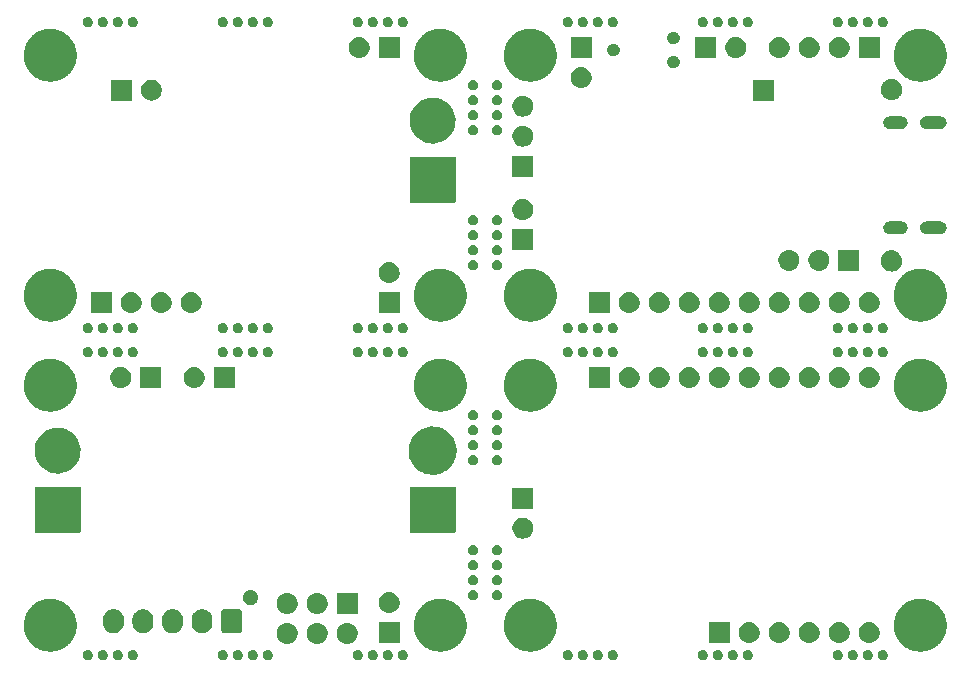
<source format=gbs>
G04 #@! TF.GenerationSoftware,KiCad,Pcbnew,(5.99.0-58-gd4aa502be)*
G04 #@! TF.CreationDate,2019-09-04T01:14:32-07:00*
G04 #@! TF.ProjectId,usb-motor,7573622d-6d6f-4746-9f72-2e6b69636164,rev?*
G04 #@! TF.SameCoordinates,Original*
G04 #@! TF.FileFunction,Soldermask,Bot*
G04 #@! TF.FilePolarity,Negative*
%FSLAX46Y46*%
G04 Gerber Fmt 4.6, Leading zero omitted, Abs format (unit mm)*
G04 Created by KiCad (PCBNEW (5.99.0-58-gd4aa502be)) date 2019-09-04 01:14:32*
%MOMM*%
%LPD*%
G04 APERTURE LIST*
%ADD10C,0.100000*%
G04 APERTURE END LIST*
D10*
G36*
X43864490Y-134190749D02*
G01*
X43913973Y-134194687D01*
X43928173Y-134200323D01*
X43940356Y-134202155D01*
X43985749Y-134223177D01*
X44034657Y-134242591D01*
X44044193Y-134250244D01*
X44052598Y-134254137D01*
X44092611Y-134289104D01*
X44135920Y-134323863D01*
X44141064Y-134331447D01*
X44145730Y-134335524D01*
X44176023Y-134382983D01*
X44208810Y-134431318D01*
X44210600Y-134437153D01*
X44212280Y-134439786D01*
X44229017Y-134497210D01*
X44246880Y-134555455D01*
X44245688Y-134692072D01*
X44226704Y-134750328D01*
X44207425Y-134810555D01*
X44206753Y-134811550D01*
X44205457Y-134815526D01*
X44170893Y-134864615D01*
X44138173Y-134913032D01*
X44134878Y-134915763D01*
X44130703Y-134921692D01*
X44085356Y-134956803D01*
X44042937Y-134991958D01*
X44036195Y-134994869D01*
X44028037Y-135001185D01*
X43977069Y-135020393D01*
X43929377Y-135040982D01*
X43919049Y-135042259D01*
X43906536Y-135046975D01*
X43855130Y-135050164D01*
X43806624Y-135056163D01*
X43793332Y-135053998D01*
X43776941Y-135055015D01*
X43729763Y-135043645D01*
X43684546Y-135036281D01*
X43669641Y-135029156D01*
X43650712Y-135024594D01*
X43611540Y-135001381D01*
X43572952Y-134982935D01*
X43558370Y-134969874D01*
X43539007Y-134958400D01*
X43510410Y-134926917D01*
X43480818Y-134900412D01*
X43468882Y-134881198D01*
X43451705Y-134862288D01*
X43434906Y-134826507D01*
X43415549Y-134795348D01*
X43408669Y-134770625D01*
X43396523Y-134744754D01*
X43391410Y-134708600D01*
X43382390Y-134676186D01*
X43382766Y-134647482D01*
X43378340Y-134616189D01*
X43383608Y-134583113D01*
X43384009Y-134552506D01*
X43393318Y-134522153D01*
X43398764Y-134487962D01*
X43412193Y-134460611D01*
X43420275Y-134434258D01*
X43439398Y-134405200D01*
X43455989Y-134371409D01*
X43474789Y-134351423D01*
X43488273Y-134330935D01*
X43517102Y-134306443D01*
X43544955Y-134276834D01*
X43566166Y-134264760D01*
X43582536Y-134250853D01*
X43619861Y-134234196D01*
X43657798Y-134212601D01*
X43678652Y-134207959D01*
X43695486Y-134200446D01*
X43739002Y-134194524D01*
X43784539Y-134184387D01*
X43802808Y-134185841D01*
X43818047Y-134183767D01*
X43864490Y-134190749D01*
X43864490Y-134190749D01*
G37*
G36*
X111174490Y-134190749D02*
G01*
X111223973Y-134194687D01*
X111238173Y-134200323D01*
X111250356Y-134202155D01*
X111295749Y-134223177D01*
X111344657Y-134242591D01*
X111354193Y-134250244D01*
X111362598Y-134254137D01*
X111402611Y-134289104D01*
X111445920Y-134323863D01*
X111451064Y-134331447D01*
X111455730Y-134335524D01*
X111486023Y-134382983D01*
X111518810Y-134431318D01*
X111520600Y-134437153D01*
X111522280Y-134439786D01*
X111539017Y-134497210D01*
X111556880Y-134555455D01*
X111555688Y-134692072D01*
X111536704Y-134750328D01*
X111517425Y-134810555D01*
X111516753Y-134811550D01*
X111515457Y-134815526D01*
X111480893Y-134864615D01*
X111448173Y-134913032D01*
X111444878Y-134915763D01*
X111440703Y-134921692D01*
X111395356Y-134956803D01*
X111352937Y-134991958D01*
X111346195Y-134994869D01*
X111338037Y-135001185D01*
X111287069Y-135020393D01*
X111239377Y-135040982D01*
X111229049Y-135042259D01*
X111216536Y-135046975D01*
X111165130Y-135050164D01*
X111116624Y-135056163D01*
X111103332Y-135053998D01*
X111086941Y-135055015D01*
X111039763Y-135043645D01*
X110994546Y-135036281D01*
X110979641Y-135029156D01*
X110960712Y-135024594D01*
X110921540Y-135001381D01*
X110882952Y-134982935D01*
X110868370Y-134969874D01*
X110849007Y-134958400D01*
X110820410Y-134926917D01*
X110790818Y-134900412D01*
X110778882Y-134881198D01*
X110761705Y-134862288D01*
X110744906Y-134826507D01*
X110725549Y-134795348D01*
X110718669Y-134770625D01*
X110706523Y-134744754D01*
X110701410Y-134708600D01*
X110692390Y-134676186D01*
X110692766Y-134647482D01*
X110688340Y-134616189D01*
X110693608Y-134583113D01*
X110694009Y-134552506D01*
X110703318Y-134522153D01*
X110708764Y-134487962D01*
X110722193Y-134460611D01*
X110730275Y-134434258D01*
X110749398Y-134405200D01*
X110765989Y-134371409D01*
X110784789Y-134351423D01*
X110798273Y-134330935D01*
X110827102Y-134306443D01*
X110854955Y-134276834D01*
X110876166Y-134264760D01*
X110892536Y-134250853D01*
X110929861Y-134234196D01*
X110967798Y-134212601D01*
X110988652Y-134207959D01*
X111005486Y-134200446D01*
X111049002Y-134194524D01*
X111094539Y-134184387D01*
X111112808Y-134185841D01*
X111128047Y-134183767D01*
X111174490Y-134190749D01*
X111174490Y-134190749D01*
G37*
G36*
X57834490Y-134190749D02*
G01*
X57883973Y-134194687D01*
X57898173Y-134200323D01*
X57910356Y-134202155D01*
X57955749Y-134223177D01*
X58004657Y-134242591D01*
X58014193Y-134250244D01*
X58022598Y-134254137D01*
X58062611Y-134289104D01*
X58105920Y-134323863D01*
X58111064Y-134331447D01*
X58115730Y-134335524D01*
X58146023Y-134382983D01*
X58178810Y-134431318D01*
X58180600Y-134437153D01*
X58182280Y-134439786D01*
X58199017Y-134497210D01*
X58216880Y-134555455D01*
X58215688Y-134692072D01*
X58196704Y-134750328D01*
X58177425Y-134810555D01*
X58176753Y-134811550D01*
X58175457Y-134815526D01*
X58140893Y-134864615D01*
X58108173Y-134913032D01*
X58104878Y-134915763D01*
X58100703Y-134921692D01*
X58055356Y-134956803D01*
X58012937Y-134991958D01*
X58006195Y-134994869D01*
X57998037Y-135001185D01*
X57947069Y-135020393D01*
X57899377Y-135040982D01*
X57889049Y-135042259D01*
X57876536Y-135046975D01*
X57825130Y-135050164D01*
X57776624Y-135056163D01*
X57763332Y-135053998D01*
X57746941Y-135055015D01*
X57699763Y-135043645D01*
X57654546Y-135036281D01*
X57639641Y-135029156D01*
X57620712Y-135024594D01*
X57581540Y-135001381D01*
X57542952Y-134982935D01*
X57528370Y-134969874D01*
X57509007Y-134958400D01*
X57480410Y-134926917D01*
X57450818Y-134900412D01*
X57438882Y-134881198D01*
X57421705Y-134862288D01*
X57404906Y-134826507D01*
X57385549Y-134795348D01*
X57378669Y-134770625D01*
X57366523Y-134744754D01*
X57361410Y-134708600D01*
X57352390Y-134676186D01*
X57352766Y-134647482D01*
X57348340Y-134616189D01*
X57353608Y-134583113D01*
X57354009Y-134552506D01*
X57363318Y-134522153D01*
X57368764Y-134487962D01*
X57382193Y-134460611D01*
X57390275Y-134434258D01*
X57409398Y-134405200D01*
X57425989Y-134371409D01*
X57444789Y-134351423D01*
X57458273Y-134330935D01*
X57487102Y-134306443D01*
X57514955Y-134276834D01*
X57536166Y-134264760D01*
X57552536Y-134250853D01*
X57589861Y-134234196D01*
X57627798Y-134212601D01*
X57648652Y-134207959D01*
X57665486Y-134200446D01*
X57709002Y-134194524D01*
X57754539Y-134184387D01*
X57772808Y-134185841D01*
X57788047Y-134183767D01*
X57834490Y-134190749D01*
X57834490Y-134190749D01*
G37*
G36*
X59104490Y-134190749D02*
G01*
X59153973Y-134194687D01*
X59168173Y-134200323D01*
X59180356Y-134202155D01*
X59225749Y-134223177D01*
X59274657Y-134242591D01*
X59284193Y-134250244D01*
X59292598Y-134254137D01*
X59332611Y-134289104D01*
X59375920Y-134323863D01*
X59381064Y-134331447D01*
X59385730Y-134335524D01*
X59416023Y-134382983D01*
X59448810Y-134431318D01*
X59450600Y-134437153D01*
X59452280Y-134439786D01*
X59469017Y-134497210D01*
X59486880Y-134555455D01*
X59485688Y-134692072D01*
X59466704Y-134750328D01*
X59447425Y-134810555D01*
X59446753Y-134811550D01*
X59445457Y-134815526D01*
X59410893Y-134864615D01*
X59378173Y-134913032D01*
X59374878Y-134915763D01*
X59370703Y-134921692D01*
X59325356Y-134956803D01*
X59282937Y-134991958D01*
X59276195Y-134994869D01*
X59268037Y-135001185D01*
X59217069Y-135020393D01*
X59169377Y-135040982D01*
X59159049Y-135042259D01*
X59146536Y-135046975D01*
X59095130Y-135050164D01*
X59046624Y-135056163D01*
X59033332Y-135053998D01*
X59016941Y-135055015D01*
X58969763Y-135043645D01*
X58924546Y-135036281D01*
X58909641Y-135029156D01*
X58890712Y-135024594D01*
X58851540Y-135001381D01*
X58812952Y-134982935D01*
X58798370Y-134969874D01*
X58779007Y-134958400D01*
X58750410Y-134926917D01*
X58720818Y-134900412D01*
X58708882Y-134881198D01*
X58691705Y-134862288D01*
X58674906Y-134826507D01*
X58655549Y-134795348D01*
X58648669Y-134770625D01*
X58636523Y-134744754D01*
X58631410Y-134708600D01*
X58622390Y-134676186D01*
X58622766Y-134647482D01*
X58618340Y-134616189D01*
X58623608Y-134583113D01*
X58624009Y-134552506D01*
X58633318Y-134522153D01*
X58638764Y-134487962D01*
X58652193Y-134460611D01*
X58660275Y-134434258D01*
X58679398Y-134405200D01*
X58695989Y-134371409D01*
X58714789Y-134351423D01*
X58728273Y-134330935D01*
X58757102Y-134306443D01*
X58784955Y-134276834D01*
X58806166Y-134264760D01*
X58822536Y-134250853D01*
X58859861Y-134234196D01*
X58897798Y-134212601D01*
X58918652Y-134207959D01*
X58935486Y-134200446D01*
X58979002Y-134194524D01*
X59024539Y-134184387D01*
X59042808Y-134185841D01*
X59058047Y-134183767D01*
X59104490Y-134190749D01*
X59104490Y-134190749D01*
G37*
G36*
X66724490Y-134190749D02*
G01*
X66773973Y-134194687D01*
X66788173Y-134200323D01*
X66800356Y-134202155D01*
X66845749Y-134223177D01*
X66894657Y-134242591D01*
X66904193Y-134250244D01*
X66912598Y-134254137D01*
X66952611Y-134289104D01*
X66995920Y-134323863D01*
X67001064Y-134331447D01*
X67005730Y-134335524D01*
X67036023Y-134382983D01*
X67068810Y-134431318D01*
X67070600Y-134437153D01*
X67072280Y-134439786D01*
X67089017Y-134497210D01*
X67106880Y-134555455D01*
X67105688Y-134692072D01*
X67086704Y-134750328D01*
X67067425Y-134810555D01*
X67066753Y-134811550D01*
X67065457Y-134815526D01*
X67030893Y-134864615D01*
X66998173Y-134913032D01*
X66994878Y-134915763D01*
X66990703Y-134921692D01*
X66945356Y-134956803D01*
X66902937Y-134991958D01*
X66896195Y-134994869D01*
X66888037Y-135001185D01*
X66837069Y-135020393D01*
X66789377Y-135040982D01*
X66779049Y-135042259D01*
X66766536Y-135046975D01*
X66715130Y-135050164D01*
X66666624Y-135056163D01*
X66653332Y-135053998D01*
X66636941Y-135055015D01*
X66589763Y-135043645D01*
X66544546Y-135036281D01*
X66529641Y-135029156D01*
X66510712Y-135024594D01*
X66471540Y-135001381D01*
X66432952Y-134982935D01*
X66418370Y-134969874D01*
X66399007Y-134958400D01*
X66370410Y-134926917D01*
X66340818Y-134900412D01*
X66328882Y-134881198D01*
X66311705Y-134862288D01*
X66294906Y-134826507D01*
X66275549Y-134795348D01*
X66268669Y-134770625D01*
X66256523Y-134744754D01*
X66251410Y-134708600D01*
X66242390Y-134676186D01*
X66242766Y-134647482D01*
X66238340Y-134616189D01*
X66243608Y-134583113D01*
X66244009Y-134552506D01*
X66253318Y-134522153D01*
X66258764Y-134487962D01*
X66272193Y-134460611D01*
X66280275Y-134434258D01*
X66299398Y-134405200D01*
X66315989Y-134371409D01*
X66334789Y-134351423D01*
X66348273Y-134330935D01*
X66377102Y-134306443D01*
X66404955Y-134276834D01*
X66426166Y-134264760D01*
X66442536Y-134250853D01*
X66479861Y-134234196D01*
X66517798Y-134212601D01*
X66538652Y-134207959D01*
X66555486Y-134200446D01*
X66599002Y-134194524D01*
X66644539Y-134184387D01*
X66662808Y-134185841D01*
X66678047Y-134183767D01*
X66724490Y-134190749D01*
X66724490Y-134190749D01*
G37*
G36*
X69264490Y-134190749D02*
G01*
X69313973Y-134194687D01*
X69328173Y-134200323D01*
X69340356Y-134202155D01*
X69385749Y-134223177D01*
X69434657Y-134242591D01*
X69444193Y-134250244D01*
X69452598Y-134254137D01*
X69492611Y-134289104D01*
X69535920Y-134323863D01*
X69541064Y-134331447D01*
X69545730Y-134335524D01*
X69576023Y-134382983D01*
X69608810Y-134431318D01*
X69610600Y-134437153D01*
X69612280Y-134439786D01*
X69629017Y-134497210D01*
X69646880Y-134555455D01*
X69645688Y-134692072D01*
X69626704Y-134750328D01*
X69607425Y-134810555D01*
X69606753Y-134811550D01*
X69605457Y-134815526D01*
X69570893Y-134864615D01*
X69538173Y-134913032D01*
X69534878Y-134915763D01*
X69530703Y-134921692D01*
X69485356Y-134956803D01*
X69442937Y-134991958D01*
X69436195Y-134994869D01*
X69428037Y-135001185D01*
X69377069Y-135020393D01*
X69329377Y-135040982D01*
X69319049Y-135042259D01*
X69306536Y-135046975D01*
X69255130Y-135050164D01*
X69206624Y-135056163D01*
X69193332Y-135053998D01*
X69176941Y-135055015D01*
X69129763Y-135043645D01*
X69084546Y-135036281D01*
X69069641Y-135029156D01*
X69050712Y-135024594D01*
X69011540Y-135001381D01*
X68972952Y-134982935D01*
X68958370Y-134969874D01*
X68939007Y-134958400D01*
X68910410Y-134926917D01*
X68880818Y-134900412D01*
X68868882Y-134881198D01*
X68851705Y-134862288D01*
X68834906Y-134826507D01*
X68815549Y-134795348D01*
X68808669Y-134770625D01*
X68796523Y-134744754D01*
X68791410Y-134708600D01*
X68782390Y-134676186D01*
X68782766Y-134647482D01*
X68778340Y-134616189D01*
X68783608Y-134583113D01*
X68784009Y-134552506D01*
X68793318Y-134522153D01*
X68798764Y-134487962D01*
X68812193Y-134460611D01*
X68820275Y-134434258D01*
X68839398Y-134405200D01*
X68855989Y-134371409D01*
X68874789Y-134351423D01*
X68888273Y-134330935D01*
X68917102Y-134306443D01*
X68944955Y-134276834D01*
X68966166Y-134264760D01*
X68982536Y-134250853D01*
X69019861Y-134234196D01*
X69057798Y-134212601D01*
X69078652Y-134207959D01*
X69095486Y-134200446D01*
X69139002Y-134194524D01*
X69184539Y-134184387D01*
X69202808Y-134185841D01*
X69218047Y-134183767D01*
X69264490Y-134190749D01*
X69264490Y-134190749D01*
G37*
G36*
X98474490Y-134190749D02*
G01*
X98523973Y-134194687D01*
X98538173Y-134200323D01*
X98550356Y-134202155D01*
X98595749Y-134223177D01*
X98644657Y-134242591D01*
X98654193Y-134250244D01*
X98662598Y-134254137D01*
X98702611Y-134289104D01*
X98745920Y-134323863D01*
X98751064Y-134331447D01*
X98755730Y-134335524D01*
X98786023Y-134382983D01*
X98818810Y-134431318D01*
X98820600Y-134437153D01*
X98822280Y-134439786D01*
X98839017Y-134497210D01*
X98856880Y-134555455D01*
X98855688Y-134692072D01*
X98836704Y-134750328D01*
X98817425Y-134810555D01*
X98816753Y-134811550D01*
X98815457Y-134815526D01*
X98780893Y-134864615D01*
X98748173Y-134913032D01*
X98744878Y-134915763D01*
X98740703Y-134921692D01*
X98695356Y-134956803D01*
X98652937Y-134991958D01*
X98646195Y-134994869D01*
X98638037Y-135001185D01*
X98587069Y-135020393D01*
X98539377Y-135040982D01*
X98529049Y-135042259D01*
X98516536Y-135046975D01*
X98465130Y-135050164D01*
X98416624Y-135056163D01*
X98403332Y-135053998D01*
X98386941Y-135055015D01*
X98339763Y-135043645D01*
X98294546Y-135036281D01*
X98279641Y-135029156D01*
X98260712Y-135024594D01*
X98221540Y-135001381D01*
X98182952Y-134982935D01*
X98168370Y-134969874D01*
X98149007Y-134958400D01*
X98120410Y-134926917D01*
X98090818Y-134900412D01*
X98078882Y-134881198D01*
X98061705Y-134862288D01*
X98044906Y-134826507D01*
X98025549Y-134795348D01*
X98018669Y-134770625D01*
X98006523Y-134744754D01*
X98001410Y-134708600D01*
X97992390Y-134676186D01*
X97992766Y-134647482D01*
X97988340Y-134616189D01*
X97993608Y-134583113D01*
X97994009Y-134552506D01*
X98003318Y-134522153D01*
X98008764Y-134487962D01*
X98022193Y-134460611D01*
X98030275Y-134434258D01*
X98049398Y-134405200D01*
X98065989Y-134371409D01*
X98084789Y-134351423D01*
X98098273Y-134330935D01*
X98127102Y-134306443D01*
X98154955Y-134276834D01*
X98176166Y-134264760D01*
X98192536Y-134250853D01*
X98229861Y-134234196D01*
X98267798Y-134212601D01*
X98288652Y-134207959D01*
X98305486Y-134200446D01*
X98349002Y-134194524D01*
X98394539Y-134184387D01*
X98412808Y-134185841D01*
X98428047Y-134183767D01*
X98474490Y-134190749D01*
X98474490Y-134190749D01*
G37*
G36*
X70534490Y-134190749D02*
G01*
X70583973Y-134194687D01*
X70598173Y-134200323D01*
X70610356Y-134202155D01*
X70655749Y-134223177D01*
X70704657Y-134242591D01*
X70714193Y-134250244D01*
X70722598Y-134254137D01*
X70762611Y-134289104D01*
X70805920Y-134323863D01*
X70811064Y-134331447D01*
X70815730Y-134335524D01*
X70846023Y-134382983D01*
X70878810Y-134431318D01*
X70880600Y-134437153D01*
X70882280Y-134439786D01*
X70899017Y-134497210D01*
X70916880Y-134555455D01*
X70915688Y-134692072D01*
X70896704Y-134750328D01*
X70877425Y-134810555D01*
X70876753Y-134811550D01*
X70875457Y-134815526D01*
X70840893Y-134864615D01*
X70808173Y-134913032D01*
X70804878Y-134915763D01*
X70800703Y-134921692D01*
X70755356Y-134956803D01*
X70712937Y-134991958D01*
X70706195Y-134994869D01*
X70698037Y-135001185D01*
X70647069Y-135020393D01*
X70599377Y-135040982D01*
X70589049Y-135042259D01*
X70576536Y-135046975D01*
X70525130Y-135050164D01*
X70476624Y-135056163D01*
X70463332Y-135053998D01*
X70446941Y-135055015D01*
X70399763Y-135043645D01*
X70354546Y-135036281D01*
X70339641Y-135029156D01*
X70320712Y-135024594D01*
X70281540Y-135001381D01*
X70242952Y-134982935D01*
X70228370Y-134969874D01*
X70209007Y-134958400D01*
X70180410Y-134926917D01*
X70150818Y-134900412D01*
X70138882Y-134881198D01*
X70121705Y-134862288D01*
X70104906Y-134826507D01*
X70085549Y-134795348D01*
X70078669Y-134770625D01*
X70066523Y-134744754D01*
X70061410Y-134708600D01*
X70052390Y-134676186D01*
X70052766Y-134647482D01*
X70048340Y-134616189D01*
X70053608Y-134583113D01*
X70054009Y-134552506D01*
X70063318Y-134522153D01*
X70068764Y-134487962D01*
X70082193Y-134460611D01*
X70090275Y-134434258D01*
X70109398Y-134405200D01*
X70125989Y-134371409D01*
X70144789Y-134351423D01*
X70158273Y-134330935D01*
X70187102Y-134306443D01*
X70214955Y-134276834D01*
X70236166Y-134264760D01*
X70252536Y-134250853D01*
X70289861Y-134234196D01*
X70327798Y-134212601D01*
X70348652Y-134207959D01*
X70365486Y-134200446D01*
X70409002Y-134194524D01*
X70454539Y-134184387D01*
X70472808Y-134185841D01*
X70488047Y-134183767D01*
X70534490Y-134190749D01*
X70534490Y-134190749D01*
G37*
G36*
X85774490Y-134190749D02*
G01*
X85823973Y-134194687D01*
X85838173Y-134200323D01*
X85850356Y-134202155D01*
X85895749Y-134223177D01*
X85944657Y-134242591D01*
X85954193Y-134250244D01*
X85962598Y-134254137D01*
X86002611Y-134289104D01*
X86045920Y-134323863D01*
X86051064Y-134331447D01*
X86055730Y-134335524D01*
X86086023Y-134382983D01*
X86118810Y-134431318D01*
X86120600Y-134437153D01*
X86122280Y-134439786D01*
X86139017Y-134497210D01*
X86156880Y-134555455D01*
X86155688Y-134692072D01*
X86136704Y-134750328D01*
X86117425Y-134810555D01*
X86116753Y-134811550D01*
X86115457Y-134815526D01*
X86080893Y-134864615D01*
X86048173Y-134913032D01*
X86044878Y-134915763D01*
X86040703Y-134921692D01*
X85995356Y-134956803D01*
X85952937Y-134991958D01*
X85946195Y-134994869D01*
X85938037Y-135001185D01*
X85887069Y-135020393D01*
X85839377Y-135040982D01*
X85829049Y-135042259D01*
X85816536Y-135046975D01*
X85765130Y-135050164D01*
X85716624Y-135056163D01*
X85703332Y-135053998D01*
X85686941Y-135055015D01*
X85639763Y-135043645D01*
X85594546Y-135036281D01*
X85579641Y-135029156D01*
X85560712Y-135024594D01*
X85521540Y-135001381D01*
X85482952Y-134982935D01*
X85468370Y-134969874D01*
X85449007Y-134958400D01*
X85420410Y-134926917D01*
X85390818Y-134900412D01*
X85378882Y-134881198D01*
X85361705Y-134862288D01*
X85344906Y-134826507D01*
X85325549Y-134795348D01*
X85318669Y-134770625D01*
X85306523Y-134744754D01*
X85301410Y-134708600D01*
X85292390Y-134676186D01*
X85292766Y-134647482D01*
X85288340Y-134616189D01*
X85293608Y-134583113D01*
X85294009Y-134552506D01*
X85303318Y-134522153D01*
X85308764Y-134487962D01*
X85322193Y-134460611D01*
X85330275Y-134434258D01*
X85349398Y-134405200D01*
X85365989Y-134371409D01*
X85384789Y-134351423D01*
X85398273Y-134330935D01*
X85427102Y-134306443D01*
X85454955Y-134276834D01*
X85476166Y-134264760D01*
X85492536Y-134250853D01*
X85529861Y-134234196D01*
X85567798Y-134212601D01*
X85588652Y-134207959D01*
X85605486Y-134200446D01*
X85649002Y-134194524D01*
X85694539Y-134184387D01*
X85712808Y-134185841D01*
X85728047Y-134183767D01*
X85774490Y-134190749D01*
X85774490Y-134190749D01*
G37*
G36*
X67994490Y-134190749D02*
G01*
X68043973Y-134194687D01*
X68058173Y-134200323D01*
X68070356Y-134202155D01*
X68115749Y-134223177D01*
X68164657Y-134242591D01*
X68174193Y-134250244D01*
X68182598Y-134254137D01*
X68222611Y-134289104D01*
X68265920Y-134323863D01*
X68271064Y-134331447D01*
X68275730Y-134335524D01*
X68306023Y-134382983D01*
X68338810Y-134431318D01*
X68340600Y-134437153D01*
X68342280Y-134439786D01*
X68359017Y-134497210D01*
X68376880Y-134555455D01*
X68375688Y-134692072D01*
X68356704Y-134750328D01*
X68337425Y-134810555D01*
X68336753Y-134811550D01*
X68335457Y-134815526D01*
X68300893Y-134864615D01*
X68268173Y-134913032D01*
X68264878Y-134915763D01*
X68260703Y-134921692D01*
X68215356Y-134956803D01*
X68172937Y-134991958D01*
X68166195Y-134994869D01*
X68158037Y-135001185D01*
X68107069Y-135020393D01*
X68059377Y-135040982D01*
X68049049Y-135042259D01*
X68036536Y-135046975D01*
X67985130Y-135050164D01*
X67936624Y-135056163D01*
X67923332Y-135053998D01*
X67906941Y-135055015D01*
X67859763Y-135043645D01*
X67814546Y-135036281D01*
X67799641Y-135029156D01*
X67780712Y-135024594D01*
X67741540Y-135001381D01*
X67702952Y-134982935D01*
X67688370Y-134969874D01*
X67669007Y-134958400D01*
X67640410Y-134926917D01*
X67610818Y-134900412D01*
X67598882Y-134881198D01*
X67581705Y-134862288D01*
X67564906Y-134826507D01*
X67545549Y-134795348D01*
X67538669Y-134770625D01*
X67526523Y-134744754D01*
X67521410Y-134708600D01*
X67512390Y-134676186D01*
X67512766Y-134647482D01*
X67508340Y-134616189D01*
X67513608Y-134583113D01*
X67514009Y-134552506D01*
X67523318Y-134522153D01*
X67528764Y-134487962D01*
X67542193Y-134460611D01*
X67550275Y-134434258D01*
X67569398Y-134405200D01*
X67585989Y-134371409D01*
X67604789Y-134351423D01*
X67618273Y-134330935D01*
X67647102Y-134306443D01*
X67674955Y-134276834D01*
X67696166Y-134264760D01*
X67712536Y-134250853D01*
X67749861Y-134234196D01*
X67787798Y-134212601D01*
X67808652Y-134207959D01*
X67825486Y-134200446D01*
X67869002Y-134194524D01*
X67914539Y-134184387D01*
X67932808Y-134185841D01*
X67948047Y-134183767D01*
X67994490Y-134190749D01*
X67994490Y-134190749D01*
G37*
G36*
X87044490Y-134190749D02*
G01*
X87093973Y-134194687D01*
X87108173Y-134200323D01*
X87120356Y-134202155D01*
X87165749Y-134223177D01*
X87214657Y-134242591D01*
X87224193Y-134250244D01*
X87232598Y-134254137D01*
X87272611Y-134289104D01*
X87315920Y-134323863D01*
X87321064Y-134331447D01*
X87325730Y-134335524D01*
X87356023Y-134382983D01*
X87388810Y-134431318D01*
X87390600Y-134437153D01*
X87392280Y-134439786D01*
X87409017Y-134497210D01*
X87426880Y-134555455D01*
X87425688Y-134692072D01*
X87406704Y-134750328D01*
X87387425Y-134810555D01*
X87386753Y-134811550D01*
X87385457Y-134815526D01*
X87350893Y-134864615D01*
X87318173Y-134913032D01*
X87314878Y-134915763D01*
X87310703Y-134921692D01*
X87265356Y-134956803D01*
X87222937Y-134991958D01*
X87216195Y-134994869D01*
X87208037Y-135001185D01*
X87157069Y-135020393D01*
X87109377Y-135040982D01*
X87099049Y-135042259D01*
X87086536Y-135046975D01*
X87035130Y-135050164D01*
X86986624Y-135056163D01*
X86973332Y-135053998D01*
X86956941Y-135055015D01*
X86909763Y-135043645D01*
X86864546Y-135036281D01*
X86849641Y-135029156D01*
X86830712Y-135024594D01*
X86791540Y-135001381D01*
X86752952Y-134982935D01*
X86738370Y-134969874D01*
X86719007Y-134958400D01*
X86690410Y-134926917D01*
X86660818Y-134900412D01*
X86648882Y-134881198D01*
X86631705Y-134862288D01*
X86614906Y-134826507D01*
X86595549Y-134795348D01*
X86588669Y-134770625D01*
X86576523Y-134744754D01*
X86571410Y-134708600D01*
X86562390Y-134676186D01*
X86562766Y-134647482D01*
X86558340Y-134616189D01*
X86563608Y-134583113D01*
X86564009Y-134552506D01*
X86573318Y-134522153D01*
X86578764Y-134487962D01*
X86592193Y-134460611D01*
X86600275Y-134434258D01*
X86619398Y-134405200D01*
X86635989Y-134371409D01*
X86654789Y-134351423D01*
X86668273Y-134330935D01*
X86697102Y-134306443D01*
X86724955Y-134276834D01*
X86746166Y-134264760D01*
X86762536Y-134250853D01*
X86799861Y-134234196D01*
X86837798Y-134212601D01*
X86858652Y-134207959D01*
X86875486Y-134200446D01*
X86919002Y-134194524D01*
X86964539Y-134184387D01*
X86982808Y-134185841D01*
X86998047Y-134183767D01*
X87044490Y-134190749D01*
X87044490Y-134190749D01*
G37*
G36*
X109904490Y-134190749D02*
G01*
X109953973Y-134194687D01*
X109968173Y-134200323D01*
X109980356Y-134202155D01*
X110025749Y-134223177D01*
X110074657Y-134242591D01*
X110084193Y-134250244D01*
X110092598Y-134254137D01*
X110132611Y-134289104D01*
X110175920Y-134323863D01*
X110181064Y-134331447D01*
X110185730Y-134335524D01*
X110216023Y-134382983D01*
X110248810Y-134431318D01*
X110250600Y-134437153D01*
X110252280Y-134439786D01*
X110269017Y-134497210D01*
X110286880Y-134555455D01*
X110285688Y-134692072D01*
X110266704Y-134750328D01*
X110247425Y-134810555D01*
X110246753Y-134811550D01*
X110245457Y-134815526D01*
X110210893Y-134864615D01*
X110178173Y-134913032D01*
X110174878Y-134915763D01*
X110170703Y-134921692D01*
X110125356Y-134956803D01*
X110082937Y-134991958D01*
X110076195Y-134994869D01*
X110068037Y-135001185D01*
X110017069Y-135020393D01*
X109969377Y-135040982D01*
X109959049Y-135042259D01*
X109946536Y-135046975D01*
X109895130Y-135050164D01*
X109846624Y-135056163D01*
X109833332Y-135053998D01*
X109816941Y-135055015D01*
X109769763Y-135043645D01*
X109724546Y-135036281D01*
X109709641Y-135029156D01*
X109690712Y-135024594D01*
X109651540Y-135001381D01*
X109612952Y-134982935D01*
X109598370Y-134969874D01*
X109579007Y-134958400D01*
X109550410Y-134926917D01*
X109520818Y-134900412D01*
X109508882Y-134881198D01*
X109491705Y-134862288D01*
X109474906Y-134826507D01*
X109455549Y-134795348D01*
X109448669Y-134770625D01*
X109436523Y-134744754D01*
X109431410Y-134708600D01*
X109422390Y-134676186D01*
X109422766Y-134647482D01*
X109418340Y-134616189D01*
X109423608Y-134583113D01*
X109424009Y-134552506D01*
X109433318Y-134522153D01*
X109438764Y-134487962D01*
X109452193Y-134460611D01*
X109460275Y-134434258D01*
X109479398Y-134405200D01*
X109495989Y-134371409D01*
X109514789Y-134351423D01*
X109528273Y-134330935D01*
X109557102Y-134306443D01*
X109584955Y-134276834D01*
X109606166Y-134264760D01*
X109622536Y-134250853D01*
X109659861Y-134234196D01*
X109697798Y-134212601D01*
X109718652Y-134207959D01*
X109735486Y-134200446D01*
X109779002Y-134194524D01*
X109824539Y-134184387D01*
X109842808Y-134185841D01*
X109858047Y-134183767D01*
X109904490Y-134190749D01*
X109904490Y-134190749D01*
G37*
G36*
X108634490Y-134190749D02*
G01*
X108683973Y-134194687D01*
X108698173Y-134200323D01*
X108710356Y-134202155D01*
X108755749Y-134223177D01*
X108804657Y-134242591D01*
X108814193Y-134250244D01*
X108822598Y-134254137D01*
X108862611Y-134289104D01*
X108905920Y-134323863D01*
X108911064Y-134331447D01*
X108915730Y-134335524D01*
X108946023Y-134382983D01*
X108978810Y-134431318D01*
X108980600Y-134437153D01*
X108982280Y-134439786D01*
X108999017Y-134497210D01*
X109016880Y-134555455D01*
X109015688Y-134692072D01*
X108996704Y-134750328D01*
X108977425Y-134810555D01*
X108976753Y-134811550D01*
X108975457Y-134815526D01*
X108940893Y-134864615D01*
X108908173Y-134913032D01*
X108904878Y-134915763D01*
X108900703Y-134921692D01*
X108855356Y-134956803D01*
X108812937Y-134991958D01*
X108806195Y-134994869D01*
X108798037Y-135001185D01*
X108747069Y-135020393D01*
X108699377Y-135040982D01*
X108689049Y-135042259D01*
X108676536Y-135046975D01*
X108625130Y-135050164D01*
X108576624Y-135056163D01*
X108563332Y-135053998D01*
X108546941Y-135055015D01*
X108499763Y-135043645D01*
X108454546Y-135036281D01*
X108439641Y-135029156D01*
X108420712Y-135024594D01*
X108381540Y-135001381D01*
X108342952Y-134982935D01*
X108328370Y-134969874D01*
X108309007Y-134958400D01*
X108280410Y-134926917D01*
X108250818Y-134900412D01*
X108238882Y-134881198D01*
X108221705Y-134862288D01*
X108204906Y-134826507D01*
X108185549Y-134795348D01*
X108178669Y-134770625D01*
X108166523Y-134744754D01*
X108161410Y-134708600D01*
X108152390Y-134676186D01*
X108152766Y-134647482D01*
X108148340Y-134616189D01*
X108153608Y-134583113D01*
X108154009Y-134552506D01*
X108163318Y-134522153D01*
X108168764Y-134487962D01*
X108182193Y-134460611D01*
X108190275Y-134434258D01*
X108209398Y-134405200D01*
X108225989Y-134371409D01*
X108244789Y-134351423D01*
X108258273Y-134330935D01*
X108287102Y-134306443D01*
X108314955Y-134276834D01*
X108336166Y-134264760D01*
X108352536Y-134250853D01*
X108389861Y-134234196D01*
X108427798Y-134212601D01*
X108448652Y-134207959D01*
X108465486Y-134200446D01*
X108509002Y-134194524D01*
X108554539Y-134184387D01*
X108572808Y-134185841D01*
X108588047Y-134183767D01*
X108634490Y-134190749D01*
X108634490Y-134190749D01*
G37*
G36*
X107364490Y-134190749D02*
G01*
X107413973Y-134194687D01*
X107428173Y-134200323D01*
X107440356Y-134202155D01*
X107485749Y-134223177D01*
X107534657Y-134242591D01*
X107544193Y-134250244D01*
X107552598Y-134254137D01*
X107592611Y-134289104D01*
X107635920Y-134323863D01*
X107641064Y-134331447D01*
X107645730Y-134335524D01*
X107676023Y-134382983D01*
X107708810Y-134431318D01*
X107710600Y-134437153D01*
X107712280Y-134439786D01*
X107729017Y-134497210D01*
X107746880Y-134555455D01*
X107745688Y-134692072D01*
X107726704Y-134750328D01*
X107707425Y-134810555D01*
X107706753Y-134811550D01*
X107705457Y-134815526D01*
X107670893Y-134864615D01*
X107638173Y-134913032D01*
X107634878Y-134915763D01*
X107630703Y-134921692D01*
X107585356Y-134956803D01*
X107542937Y-134991958D01*
X107536195Y-134994869D01*
X107528037Y-135001185D01*
X107477069Y-135020393D01*
X107429377Y-135040982D01*
X107419049Y-135042259D01*
X107406536Y-135046975D01*
X107355130Y-135050164D01*
X107306624Y-135056163D01*
X107293332Y-135053998D01*
X107276941Y-135055015D01*
X107229763Y-135043645D01*
X107184546Y-135036281D01*
X107169641Y-135029156D01*
X107150712Y-135024594D01*
X107111540Y-135001381D01*
X107072952Y-134982935D01*
X107058370Y-134969874D01*
X107039007Y-134958400D01*
X107010410Y-134926917D01*
X106980818Y-134900412D01*
X106968882Y-134881198D01*
X106951705Y-134862288D01*
X106934906Y-134826507D01*
X106915549Y-134795348D01*
X106908669Y-134770625D01*
X106896523Y-134744754D01*
X106891410Y-134708600D01*
X106882390Y-134676186D01*
X106882766Y-134647482D01*
X106878340Y-134616189D01*
X106883608Y-134583113D01*
X106884009Y-134552506D01*
X106893318Y-134522153D01*
X106898764Y-134487962D01*
X106912193Y-134460611D01*
X106920275Y-134434258D01*
X106939398Y-134405200D01*
X106955989Y-134371409D01*
X106974789Y-134351423D01*
X106988273Y-134330935D01*
X107017102Y-134306443D01*
X107044955Y-134276834D01*
X107066166Y-134264760D01*
X107082536Y-134250853D01*
X107119861Y-134234196D01*
X107157798Y-134212601D01*
X107178652Y-134207959D01*
X107195486Y-134200446D01*
X107239002Y-134194524D01*
X107284539Y-134184387D01*
X107302808Y-134185841D01*
X107318047Y-134183767D01*
X107364490Y-134190749D01*
X107364490Y-134190749D01*
G37*
G36*
X88314490Y-134190749D02*
G01*
X88363973Y-134194687D01*
X88378173Y-134200323D01*
X88390356Y-134202155D01*
X88435749Y-134223177D01*
X88484657Y-134242591D01*
X88494193Y-134250244D01*
X88502598Y-134254137D01*
X88542611Y-134289104D01*
X88585920Y-134323863D01*
X88591064Y-134331447D01*
X88595730Y-134335524D01*
X88626023Y-134382983D01*
X88658810Y-134431318D01*
X88660600Y-134437153D01*
X88662280Y-134439786D01*
X88679017Y-134497210D01*
X88696880Y-134555455D01*
X88695688Y-134692072D01*
X88676704Y-134750328D01*
X88657425Y-134810555D01*
X88656753Y-134811550D01*
X88655457Y-134815526D01*
X88620893Y-134864615D01*
X88588173Y-134913032D01*
X88584878Y-134915763D01*
X88580703Y-134921692D01*
X88535356Y-134956803D01*
X88492937Y-134991958D01*
X88486195Y-134994869D01*
X88478037Y-135001185D01*
X88427069Y-135020393D01*
X88379377Y-135040982D01*
X88369049Y-135042259D01*
X88356536Y-135046975D01*
X88305130Y-135050164D01*
X88256624Y-135056163D01*
X88243332Y-135053998D01*
X88226941Y-135055015D01*
X88179763Y-135043645D01*
X88134546Y-135036281D01*
X88119641Y-135029156D01*
X88100712Y-135024594D01*
X88061540Y-135001381D01*
X88022952Y-134982935D01*
X88008370Y-134969874D01*
X87989007Y-134958400D01*
X87960410Y-134926917D01*
X87930818Y-134900412D01*
X87918882Y-134881198D01*
X87901705Y-134862288D01*
X87884906Y-134826507D01*
X87865549Y-134795348D01*
X87858669Y-134770625D01*
X87846523Y-134744754D01*
X87841410Y-134708600D01*
X87832390Y-134676186D01*
X87832766Y-134647482D01*
X87828340Y-134616189D01*
X87833608Y-134583113D01*
X87834009Y-134552506D01*
X87843318Y-134522153D01*
X87848764Y-134487962D01*
X87862193Y-134460611D01*
X87870275Y-134434258D01*
X87889398Y-134405200D01*
X87905989Y-134371409D01*
X87924789Y-134351423D01*
X87938273Y-134330935D01*
X87967102Y-134306443D01*
X87994955Y-134276834D01*
X88016166Y-134264760D01*
X88032536Y-134250853D01*
X88069861Y-134234196D01*
X88107798Y-134212601D01*
X88128652Y-134207959D01*
X88145486Y-134200446D01*
X88189002Y-134194524D01*
X88234539Y-134184387D01*
X88252808Y-134185841D01*
X88268047Y-134183767D01*
X88314490Y-134190749D01*
X88314490Y-134190749D01*
G37*
G36*
X99744490Y-134190749D02*
G01*
X99793973Y-134194687D01*
X99808173Y-134200323D01*
X99820356Y-134202155D01*
X99865749Y-134223177D01*
X99914657Y-134242591D01*
X99924193Y-134250244D01*
X99932598Y-134254137D01*
X99972611Y-134289104D01*
X100015920Y-134323863D01*
X100021064Y-134331447D01*
X100025730Y-134335524D01*
X100056023Y-134382983D01*
X100088810Y-134431318D01*
X100090600Y-134437153D01*
X100092280Y-134439786D01*
X100109017Y-134497210D01*
X100126880Y-134555455D01*
X100125688Y-134692072D01*
X100106704Y-134750328D01*
X100087425Y-134810555D01*
X100086753Y-134811550D01*
X100085457Y-134815526D01*
X100050893Y-134864615D01*
X100018173Y-134913032D01*
X100014878Y-134915763D01*
X100010703Y-134921692D01*
X99965356Y-134956803D01*
X99922937Y-134991958D01*
X99916195Y-134994869D01*
X99908037Y-135001185D01*
X99857069Y-135020393D01*
X99809377Y-135040982D01*
X99799049Y-135042259D01*
X99786536Y-135046975D01*
X99735130Y-135050164D01*
X99686624Y-135056163D01*
X99673332Y-135053998D01*
X99656941Y-135055015D01*
X99609763Y-135043645D01*
X99564546Y-135036281D01*
X99549641Y-135029156D01*
X99530712Y-135024594D01*
X99491540Y-135001381D01*
X99452952Y-134982935D01*
X99438370Y-134969874D01*
X99419007Y-134958400D01*
X99390410Y-134926917D01*
X99360818Y-134900412D01*
X99348882Y-134881198D01*
X99331705Y-134862288D01*
X99314906Y-134826507D01*
X99295549Y-134795348D01*
X99288669Y-134770625D01*
X99276523Y-134744754D01*
X99271410Y-134708600D01*
X99262390Y-134676186D01*
X99262766Y-134647482D01*
X99258340Y-134616189D01*
X99263608Y-134583113D01*
X99264009Y-134552506D01*
X99273318Y-134522153D01*
X99278764Y-134487962D01*
X99292193Y-134460611D01*
X99300275Y-134434258D01*
X99319398Y-134405200D01*
X99335989Y-134371409D01*
X99354789Y-134351423D01*
X99368273Y-134330935D01*
X99397102Y-134306443D01*
X99424955Y-134276834D01*
X99446166Y-134264760D01*
X99462536Y-134250853D01*
X99499861Y-134234196D01*
X99537798Y-134212601D01*
X99558652Y-134207959D01*
X99575486Y-134200446D01*
X99619002Y-134194524D01*
X99664539Y-134184387D01*
X99682808Y-134185841D01*
X99698047Y-134183767D01*
X99744490Y-134190749D01*
X99744490Y-134190749D01*
G37*
G36*
X97204490Y-134190749D02*
G01*
X97253973Y-134194687D01*
X97268173Y-134200323D01*
X97280356Y-134202155D01*
X97325749Y-134223177D01*
X97374657Y-134242591D01*
X97384193Y-134250244D01*
X97392598Y-134254137D01*
X97432611Y-134289104D01*
X97475920Y-134323863D01*
X97481064Y-134331447D01*
X97485730Y-134335524D01*
X97516023Y-134382983D01*
X97548810Y-134431318D01*
X97550600Y-134437153D01*
X97552280Y-134439786D01*
X97569017Y-134497210D01*
X97586880Y-134555455D01*
X97585688Y-134692072D01*
X97566704Y-134750328D01*
X97547425Y-134810555D01*
X97546753Y-134811550D01*
X97545457Y-134815526D01*
X97510893Y-134864615D01*
X97478173Y-134913032D01*
X97474878Y-134915763D01*
X97470703Y-134921692D01*
X97425356Y-134956803D01*
X97382937Y-134991958D01*
X97376195Y-134994869D01*
X97368037Y-135001185D01*
X97317069Y-135020393D01*
X97269377Y-135040982D01*
X97259049Y-135042259D01*
X97246536Y-135046975D01*
X97195130Y-135050164D01*
X97146624Y-135056163D01*
X97133332Y-135053998D01*
X97116941Y-135055015D01*
X97069763Y-135043645D01*
X97024546Y-135036281D01*
X97009641Y-135029156D01*
X96990712Y-135024594D01*
X96951540Y-135001381D01*
X96912952Y-134982935D01*
X96898370Y-134969874D01*
X96879007Y-134958400D01*
X96850410Y-134926917D01*
X96820818Y-134900412D01*
X96808882Y-134881198D01*
X96791705Y-134862288D01*
X96774906Y-134826507D01*
X96755549Y-134795348D01*
X96748669Y-134770625D01*
X96736523Y-134744754D01*
X96731410Y-134708600D01*
X96722390Y-134676186D01*
X96722766Y-134647482D01*
X96718340Y-134616189D01*
X96723608Y-134583113D01*
X96724009Y-134552506D01*
X96733318Y-134522153D01*
X96738764Y-134487962D01*
X96752193Y-134460611D01*
X96760275Y-134434258D01*
X96779398Y-134405200D01*
X96795989Y-134371409D01*
X96814789Y-134351423D01*
X96828273Y-134330935D01*
X96857102Y-134306443D01*
X96884955Y-134276834D01*
X96906166Y-134264760D01*
X96922536Y-134250853D01*
X96959861Y-134234196D01*
X96997798Y-134212601D01*
X97018652Y-134207959D01*
X97035486Y-134200446D01*
X97079002Y-134194524D01*
X97124539Y-134184387D01*
X97142808Y-134185841D01*
X97158047Y-134183767D01*
X97204490Y-134190749D01*
X97204490Y-134190749D01*
G37*
G36*
X95934490Y-134190749D02*
G01*
X95983973Y-134194687D01*
X95998173Y-134200323D01*
X96010356Y-134202155D01*
X96055749Y-134223177D01*
X96104657Y-134242591D01*
X96114193Y-134250244D01*
X96122598Y-134254137D01*
X96162611Y-134289104D01*
X96205920Y-134323863D01*
X96211064Y-134331447D01*
X96215730Y-134335524D01*
X96246023Y-134382983D01*
X96278810Y-134431318D01*
X96280600Y-134437153D01*
X96282280Y-134439786D01*
X96299017Y-134497210D01*
X96316880Y-134555455D01*
X96315688Y-134692072D01*
X96296704Y-134750328D01*
X96277425Y-134810555D01*
X96276753Y-134811550D01*
X96275457Y-134815526D01*
X96240893Y-134864615D01*
X96208173Y-134913032D01*
X96204878Y-134915763D01*
X96200703Y-134921692D01*
X96155356Y-134956803D01*
X96112937Y-134991958D01*
X96106195Y-134994869D01*
X96098037Y-135001185D01*
X96047069Y-135020393D01*
X95999377Y-135040982D01*
X95989049Y-135042259D01*
X95976536Y-135046975D01*
X95925130Y-135050164D01*
X95876624Y-135056163D01*
X95863332Y-135053998D01*
X95846941Y-135055015D01*
X95799763Y-135043645D01*
X95754546Y-135036281D01*
X95739641Y-135029156D01*
X95720712Y-135024594D01*
X95681540Y-135001381D01*
X95642952Y-134982935D01*
X95628370Y-134969874D01*
X95609007Y-134958400D01*
X95580410Y-134926917D01*
X95550818Y-134900412D01*
X95538882Y-134881198D01*
X95521705Y-134862288D01*
X95504906Y-134826507D01*
X95485549Y-134795348D01*
X95478669Y-134770625D01*
X95466523Y-134744754D01*
X95461410Y-134708600D01*
X95452390Y-134676186D01*
X95452766Y-134647482D01*
X95448340Y-134616189D01*
X95453608Y-134583113D01*
X95454009Y-134552506D01*
X95463318Y-134522153D01*
X95468764Y-134487962D01*
X95482193Y-134460611D01*
X95490275Y-134434258D01*
X95509398Y-134405200D01*
X95525989Y-134371409D01*
X95544789Y-134351423D01*
X95558273Y-134330935D01*
X95587102Y-134306443D01*
X95614955Y-134276834D01*
X95636166Y-134264760D01*
X95652536Y-134250853D01*
X95689861Y-134234196D01*
X95727798Y-134212601D01*
X95748652Y-134207959D01*
X95765486Y-134200446D01*
X95809002Y-134194524D01*
X95854539Y-134184387D01*
X95872808Y-134185841D01*
X95888047Y-134183767D01*
X95934490Y-134190749D01*
X95934490Y-134190749D01*
G37*
G36*
X56564490Y-134190749D02*
G01*
X56613973Y-134194687D01*
X56628173Y-134200323D01*
X56640356Y-134202155D01*
X56685749Y-134223177D01*
X56734657Y-134242591D01*
X56744193Y-134250244D01*
X56752598Y-134254137D01*
X56792611Y-134289104D01*
X56835920Y-134323863D01*
X56841064Y-134331447D01*
X56845730Y-134335524D01*
X56876023Y-134382983D01*
X56908810Y-134431318D01*
X56910600Y-134437153D01*
X56912280Y-134439786D01*
X56929017Y-134497210D01*
X56946880Y-134555455D01*
X56945688Y-134692072D01*
X56926704Y-134750328D01*
X56907425Y-134810555D01*
X56906753Y-134811550D01*
X56905457Y-134815526D01*
X56870893Y-134864615D01*
X56838173Y-134913032D01*
X56834878Y-134915763D01*
X56830703Y-134921692D01*
X56785356Y-134956803D01*
X56742937Y-134991958D01*
X56736195Y-134994869D01*
X56728037Y-135001185D01*
X56677069Y-135020393D01*
X56629377Y-135040982D01*
X56619049Y-135042259D01*
X56606536Y-135046975D01*
X56555130Y-135050164D01*
X56506624Y-135056163D01*
X56493332Y-135053998D01*
X56476941Y-135055015D01*
X56429763Y-135043645D01*
X56384546Y-135036281D01*
X56369641Y-135029156D01*
X56350712Y-135024594D01*
X56311540Y-135001381D01*
X56272952Y-134982935D01*
X56258370Y-134969874D01*
X56239007Y-134958400D01*
X56210410Y-134926917D01*
X56180818Y-134900412D01*
X56168882Y-134881198D01*
X56151705Y-134862288D01*
X56134906Y-134826507D01*
X56115549Y-134795348D01*
X56108669Y-134770625D01*
X56096523Y-134744754D01*
X56091410Y-134708600D01*
X56082390Y-134676186D01*
X56082766Y-134647482D01*
X56078340Y-134616189D01*
X56083608Y-134583113D01*
X56084009Y-134552506D01*
X56093318Y-134522153D01*
X56098764Y-134487962D01*
X56112193Y-134460611D01*
X56120275Y-134434258D01*
X56139398Y-134405200D01*
X56155989Y-134371409D01*
X56174789Y-134351423D01*
X56188273Y-134330935D01*
X56217102Y-134306443D01*
X56244955Y-134276834D01*
X56266166Y-134264760D01*
X56282536Y-134250853D01*
X56319861Y-134234196D01*
X56357798Y-134212601D01*
X56378652Y-134207959D01*
X56395486Y-134200446D01*
X56439002Y-134194524D01*
X56484539Y-134184387D01*
X56502808Y-134185841D01*
X56518047Y-134183767D01*
X56564490Y-134190749D01*
X56564490Y-134190749D01*
G37*
G36*
X47674490Y-134190749D02*
G01*
X47723973Y-134194687D01*
X47738173Y-134200323D01*
X47750356Y-134202155D01*
X47795749Y-134223177D01*
X47844657Y-134242591D01*
X47854193Y-134250244D01*
X47862598Y-134254137D01*
X47902611Y-134289104D01*
X47945920Y-134323863D01*
X47951064Y-134331447D01*
X47955730Y-134335524D01*
X47986023Y-134382983D01*
X48018810Y-134431318D01*
X48020600Y-134437153D01*
X48022280Y-134439786D01*
X48039017Y-134497210D01*
X48056880Y-134555455D01*
X48055688Y-134692072D01*
X48036704Y-134750328D01*
X48017425Y-134810555D01*
X48016753Y-134811550D01*
X48015457Y-134815526D01*
X47980893Y-134864615D01*
X47948173Y-134913032D01*
X47944878Y-134915763D01*
X47940703Y-134921692D01*
X47895356Y-134956803D01*
X47852937Y-134991958D01*
X47846195Y-134994869D01*
X47838037Y-135001185D01*
X47787069Y-135020393D01*
X47739377Y-135040982D01*
X47729049Y-135042259D01*
X47716536Y-135046975D01*
X47665130Y-135050164D01*
X47616624Y-135056163D01*
X47603332Y-135053998D01*
X47586941Y-135055015D01*
X47539763Y-135043645D01*
X47494546Y-135036281D01*
X47479641Y-135029156D01*
X47460712Y-135024594D01*
X47421540Y-135001381D01*
X47382952Y-134982935D01*
X47368370Y-134969874D01*
X47349007Y-134958400D01*
X47320410Y-134926917D01*
X47290818Y-134900412D01*
X47278882Y-134881198D01*
X47261705Y-134862288D01*
X47244906Y-134826507D01*
X47225549Y-134795348D01*
X47218669Y-134770625D01*
X47206523Y-134744754D01*
X47201410Y-134708600D01*
X47192390Y-134676186D01*
X47192766Y-134647482D01*
X47188340Y-134616189D01*
X47193608Y-134583113D01*
X47194009Y-134552506D01*
X47203318Y-134522153D01*
X47208764Y-134487962D01*
X47222193Y-134460611D01*
X47230275Y-134434258D01*
X47249398Y-134405200D01*
X47265989Y-134371409D01*
X47284789Y-134351423D01*
X47298273Y-134330935D01*
X47327102Y-134306443D01*
X47354955Y-134276834D01*
X47376166Y-134264760D01*
X47392536Y-134250853D01*
X47429861Y-134234196D01*
X47467798Y-134212601D01*
X47488652Y-134207959D01*
X47505486Y-134200446D01*
X47549002Y-134194524D01*
X47594539Y-134184387D01*
X47612808Y-134185841D01*
X47628047Y-134183767D01*
X47674490Y-134190749D01*
X47674490Y-134190749D01*
G37*
G36*
X84504490Y-134190749D02*
G01*
X84553973Y-134194687D01*
X84568173Y-134200323D01*
X84580356Y-134202155D01*
X84625749Y-134223177D01*
X84674657Y-134242591D01*
X84684193Y-134250244D01*
X84692598Y-134254137D01*
X84732611Y-134289104D01*
X84775920Y-134323863D01*
X84781064Y-134331447D01*
X84785730Y-134335524D01*
X84816023Y-134382983D01*
X84848810Y-134431318D01*
X84850600Y-134437153D01*
X84852280Y-134439786D01*
X84869017Y-134497210D01*
X84886880Y-134555455D01*
X84885688Y-134692072D01*
X84866704Y-134750328D01*
X84847425Y-134810555D01*
X84846753Y-134811550D01*
X84845457Y-134815526D01*
X84810893Y-134864615D01*
X84778173Y-134913032D01*
X84774878Y-134915763D01*
X84770703Y-134921692D01*
X84725356Y-134956803D01*
X84682937Y-134991958D01*
X84676195Y-134994869D01*
X84668037Y-135001185D01*
X84617069Y-135020393D01*
X84569377Y-135040982D01*
X84559049Y-135042259D01*
X84546536Y-135046975D01*
X84495130Y-135050164D01*
X84446624Y-135056163D01*
X84433332Y-135053998D01*
X84416941Y-135055015D01*
X84369763Y-135043645D01*
X84324546Y-135036281D01*
X84309641Y-135029156D01*
X84290712Y-135024594D01*
X84251540Y-135001381D01*
X84212952Y-134982935D01*
X84198370Y-134969874D01*
X84179007Y-134958400D01*
X84150410Y-134926917D01*
X84120818Y-134900412D01*
X84108882Y-134881198D01*
X84091705Y-134862288D01*
X84074906Y-134826507D01*
X84055549Y-134795348D01*
X84048669Y-134770625D01*
X84036523Y-134744754D01*
X84031410Y-134708600D01*
X84022390Y-134676186D01*
X84022766Y-134647482D01*
X84018340Y-134616189D01*
X84023608Y-134583113D01*
X84024009Y-134552506D01*
X84033318Y-134522153D01*
X84038764Y-134487962D01*
X84052193Y-134460611D01*
X84060275Y-134434258D01*
X84079398Y-134405200D01*
X84095989Y-134371409D01*
X84114789Y-134351423D01*
X84128273Y-134330935D01*
X84157102Y-134306443D01*
X84184955Y-134276834D01*
X84206166Y-134264760D01*
X84222536Y-134250853D01*
X84259861Y-134234196D01*
X84297798Y-134212601D01*
X84318652Y-134207959D01*
X84335486Y-134200446D01*
X84379002Y-134194524D01*
X84424539Y-134184387D01*
X84442808Y-134185841D01*
X84458047Y-134183767D01*
X84504490Y-134190749D01*
X84504490Y-134190749D01*
G37*
G36*
X55294490Y-134190749D02*
G01*
X55343973Y-134194687D01*
X55358173Y-134200323D01*
X55370356Y-134202155D01*
X55415749Y-134223177D01*
X55464657Y-134242591D01*
X55474193Y-134250244D01*
X55482598Y-134254137D01*
X55522611Y-134289104D01*
X55565920Y-134323863D01*
X55571064Y-134331447D01*
X55575730Y-134335524D01*
X55606023Y-134382983D01*
X55638810Y-134431318D01*
X55640600Y-134437153D01*
X55642280Y-134439786D01*
X55659017Y-134497210D01*
X55676880Y-134555455D01*
X55675688Y-134692072D01*
X55656704Y-134750328D01*
X55637425Y-134810555D01*
X55636753Y-134811550D01*
X55635457Y-134815526D01*
X55600893Y-134864615D01*
X55568173Y-134913032D01*
X55564878Y-134915763D01*
X55560703Y-134921692D01*
X55515356Y-134956803D01*
X55472937Y-134991958D01*
X55466195Y-134994869D01*
X55458037Y-135001185D01*
X55407069Y-135020393D01*
X55359377Y-135040982D01*
X55349049Y-135042259D01*
X55336536Y-135046975D01*
X55285130Y-135050164D01*
X55236624Y-135056163D01*
X55223332Y-135053998D01*
X55206941Y-135055015D01*
X55159763Y-135043645D01*
X55114546Y-135036281D01*
X55099641Y-135029156D01*
X55080712Y-135024594D01*
X55041540Y-135001381D01*
X55002952Y-134982935D01*
X54988370Y-134969874D01*
X54969007Y-134958400D01*
X54940410Y-134926917D01*
X54910818Y-134900412D01*
X54898882Y-134881198D01*
X54881705Y-134862288D01*
X54864906Y-134826507D01*
X54845549Y-134795348D01*
X54838669Y-134770625D01*
X54826523Y-134744754D01*
X54821410Y-134708600D01*
X54812390Y-134676186D01*
X54812766Y-134647482D01*
X54808340Y-134616189D01*
X54813608Y-134583113D01*
X54814009Y-134552506D01*
X54823318Y-134522153D01*
X54828764Y-134487962D01*
X54842193Y-134460611D01*
X54850275Y-134434258D01*
X54869398Y-134405200D01*
X54885989Y-134371409D01*
X54904789Y-134351423D01*
X54918273Y-134330935D01*
X54947102Y-134306443D01*
X54974955Y-134276834D01*
X54996166Y-134264760D01*
X55012536Y-134250853D01*
X55049861Y-134234196D01*
X55087798Y-134212601D01*
X55108652Y-134207959D01*
X55125486Y-134200446D01*
X55169002Y-134194524D01*
X55214539Y-134184387D01*
X55232808Y-134185841D01*
X55248047Y-134183767D01*
X55294490Y-134190749D01*
X55294490Y-134190749D01*
G37*
G36*
X46404490Y-134190749D02*
G01*
X46453973Y-134194687D01*
X46468173Y-134200323D01*
X46480356Y-134202155D01*
X46525749Y-134223177D01*
X46574657Y-134242591D01*
X46584193Y-134250244D01*
X46592598Y-134254137D01*
X46632611Y-134289104D01*
X46675920Y-134323863D01*
X46681064Y-134331447D01*
X46685730Y-134335524D01*
X46716023Y-134382983D01*
X46748810Y-134431318D01*
X46750600Y-134437153D01*
X46752280Y-134439786D01*
X46769017Y-134497210D01*
X46786880Y-134555455D01*
X46785688Y-134692072D01*
X46766704Y-134750328D01*
X46747425Y-134810555D01*
X46746753Y-134811550D01*
X46745457Y-134815526D01*
X46710893Y-134864615D01*
X46678173Y-134913032D01*
X46674878Y-134915763D01*
X46670703Y-134921692D01*
X46625356Y-134956803D01*
X46582937Y-134991958D01*
X46576195Y-134994869D01*
X46568037Y-135001185D01*
X46517069Y-135020393D01*
X46469377Y-135040982D01*
X46459049Y-135042259D01*
X46446536Y-135046975D01*
X46395130Y-135050164D01*
X46346624Y-135056163D01*
X46333332Y-135053998D01*
X46316941Y-135055015D01*
X46269763Y-135043645D01*
X46224546Y-135036281D01*
X46209641Y-135029156D01*
X46190712Y-135024594D01*
X46151540Y-135001381D01*
X46112952Y-134982935D01*
X46098370Y-134969874D01*
X46079007Y-134958400D01*
X46050410Y-134926917D01*
X46020818Y-134900412D01*
X46008882Y-134881198D01*
X45991705Y-134862288D01*
X45974906Y-134826507D01*
X45955549Y-134795348D01*
X45948669Y-134770625D01*
X45936523Y-134744754D01*
X45931410Y-134708600D01*
X45922390Y-134676186D01*
X45922766Y-134647482D01*
X45918340Y-134616189D01*
X45923608Y-134583113D01*
X45924009Y-134552506D01*
X45933318Y-134522153D01*
X45938764Y-134487962D01*
X45952193Y-134460611D01*
X45960275Y-134434258D01*
X45979398Y-134405200D01*
X45995989Y-134371409D01*
X46014789Y-134351423D01*
X46028273Y-134330935D01*
X46057102Y-134306443D01*
X46084955Y-134276834D01*
X46106166Y-134264760D01*
X46122536Y-134250853D01*
X46159861Y-134234196D01*
X46197798Y-134212601D01*
X46218652Y-134207959D01*
X46235486Y-134200446D01*
X46279002Y-134194524D01*
X46324539Y-134184387D01*
X46342808Y-134185841D01*
X46358047Y-134183767D01*
X46404490Y-134190749D01*
X46404490Y-134190749D01*
G37*
G36*
X45134490Y-134190749D02*
G01*
X45183973Y-134194687D01*
X45198173Y-134200323D01*
X45210356Y-134202155D01*
X45255749Y-134223177D01*
X45304657Y-134242591D01*
X45314193Y-134250244D01*
X45322598Y-134254137D01*
X45362611Y-134289104D01*
X45405920Y-134323863D01*
X45411064Y-134331447D01*
X45415730Y-134335524D01*
X45446023Y-134382983D01*
X45478810Y-134431318D01*
X45480600Y-134437153D01*
X45482280Y-134439786D01*
X45499017Y-134497210D01*
X45516880Y-134555455D01*
X45515688Y-134692072D01*
X45496704Y-134750328D01*
X45477425Y-134810555D01*
X45476753Y-134811550D01*
X45475457Y-134815526D01*
X45440893Y-134864615D01*
X45408173Y-134913032D01*
X45404878Y-134915763D01*
X45400703Y-134921692D01*
X45355356Y-134956803D01*
X45312937Y-134991958D01*
X45306195Y-134994869D01*
X45298037Y-135001185D01*
X45247069Y-135020393D01*
X45199377Y-135040982D01*
X45189049Y-135042259D01*
X45176536Y-135046975D01*
X45125130Y-135050164D01*
X45076624Y-135056163D01*
X45063332Y-135053998D01*
X45046941Y-135055015D01*
X44999763Y-135043645D01*
X44954546Y-135036281D01*
X44939641Y-135029156D01*
X44920712Y-135024594D01*
X44881540Y-135001381D01*
X44842952Y-134982935D01*
X44828370Y-134969874D01*
X44809007Y-134958400D01*
X44780410Y-134926917D01*
X44750818Y-134900412D01*
X44738882Y-134881198D01*
X44721705Y-134862288D01*
X44704906Y-134826507D01*
X44685549Y-134795348D01*
X44678669Y-134770625D01*
X44666523Y-134744754D01*
X44661410Y-134708600D01*
X44652390Y-134676186D01*
X44652766Y-134647482D01*
X44648340Y-134616189D01*
X44653608Y-134583113D01*
X44654009Y-134552506D01*
X44663318Y-134522153D01*
X44668764Y-134487962D01*
X44682193Y-134460611D01*
X44690275Y-134434258D01*
X44709398Y-134405200D01*
X44725989Y-134371409D01*
X44744789Y-134351423D01*
X44758273Y-134330935D01*
X44787102Y-134306443D01*
X44814955Y-134276834D01*
X44836166Y-134264760D01*
X44852536Y-134250853D01*
X44889861Y-134234196D01*
X44927798Y-134212601D01*
X44948652Y-134207959D01*
X44965486Y-134200446D01*
X45009002Y-134194524D01*
X45054539Y-134184387D01*
X45072808Y-134185841D01*
X45088047Y-134183767D01*
X45134490Y-134190749D01*
X45134490Y-134190749D01*
G37*
G36*
X81406805Y-129842010D02*
G01*
X81428643Y-129842029D01*
X81547940Y-129857841D01*
X81677220Y-129872342D01*
X81699773Y-129877965D01*
X81719487Y-129880578D01*
X81837222Y-129912235D01*
X81965708Y-129944270D01*
X81985485Y-129952100D01*
X82002815Y-129956760D01*
X82116831Y-130004104D01*
X82242148Y-130053720D01*
X82258994Y-130063135D01*
X82273764Y-130069268D01*
X82381812Y-130131776D01*
X82501685Y-130198771D01*
X82515566Y-130209155D01*
X82527712Y-130216182D01*
X82627619Y-130292982D01*
X82739758Y-130376872D01*
X82750737Y-130387624D01*
X82760320Y-130394990D01*
X82850105Y-130484932D01*
X82952184Y-130584895D01*
X82960430Y-130595450D01*
X82967598Y-130602630D01*
X83045383Y-130704185D01*
X83135232Y-130819186D01*
X83141006Y-130829028D01*
X83145991Y-130835536D01*
X83209968Y-130946571D01*
X83285685Y-131075628D01*
X83289343Y-131084329D01*
X83292462Y-131089743D01*
X83341047Y-131207328D01*
X83400901Y-131349715D01*
X83402862Y-131356934D01*
X83404501Y-131360900D01*
X83436522Y-131480821D01*
X83478855Y-131636633D01*
X83479583Y-131642090D01*
X83480186Y-131644348D01*
X83495000Y-131757634D01*
X83518177Y-131931340D01*
X83518104Y-131934320D01*
X83518227Y-131935259D01*
X83517971Y-132228643D01*
X83509315Y-132293950D01*
X83508243Y-132337817D01*
X83491174Y-132430818D01*
X83479422Y-132519487D01*
X83465179Y-132572460D01*
X83454572Y-132630251D01*
X83425972Y-132718273D01*
X83403240Y-132802815D01*
X83381459Y-132855269D01*
X83362695Y-132913019D01*
X83323576Y-132994666D01*
X83290732Y-133073764D01*
X83261324Y-133124597D01*
X83234228Y-133181151D01*
X83185737Y-133255253D01*
X83143818Y-133327712D01*
X83106859Y-133375792D01*
X83071427Y-133429937D01*
X83014865Y-133495464D01*
X82965010Y-133560320D01*
X82920716Y-133604537D01*
X82877152Y-133655006D01*
X82813926Y-133711141D01*
X82757370Y-133767598D01*
X82706140Y-133806837D01*
X82654817Y-133852404D01*
X82586394Y-133898556D01*
X82524464Y-133945991D01*
X82466875Y-133979173D01*
X82408329Y-134018663D01*
X82336182Y-134054477D01*
X82270257Y-134092462D01*
X82207046Y-134118580D01*
X82142016Y-134150861D01*
X82067645Y-134176179D01*
X81999100Y-134204501D01*
X81931165Y-134222641D01*
X81860559Y-134246677D01*
X81785446Y-134261550D01*
X81715652Y-134280186D01*
X81644025Y-134289552D01*
X81568903Y-134304427D01*
X81494458Y-134309110D01*
X81424741Y-134318227D01*
X81350577Y-134318162D01*
X81272170Y-134323095D01*
X81199747Y-134318031D01*
X81131357Y-134317971D01*
X81055933Y-134307974D01*
X80975575Y-134302355D01*
X80906391Y-134288154D01*
X80840513Y-134279422D01*
X80765196Y-134259171D01*
X80684329Y-134242571D01*
X80619502Y-134219996D01*
X80557185Y-134203240D01*
X80483382Y-134172594D01*
X80403547Y-134144793D01*
X80344048Y-134114738D01*
X80286236Y-134090732D01*
X80215407Y-134049756D01*
X80138165Y-134010738D01*
X80084790Y-133974191D01*
X80032288Y-133943818D01*
X79965913Y-133892795D01*
X79892843Y-133842763D01*
X79846237Y-133800799D01*
X79799680Y-133765010D01*
X79739179Y-133704404D01*
X79671891Y-133643817D01*
X79632531Y-133597569D01*
X79592402Y-133557370D01*
X79539158Y-133487856D01*
X79479193Y-133417397D01*
X79447378Y-133368030D01*
X79414009Y-133324464D01*
X79369338Y-133246936D01*
X79318133Y-133167481D01*
X79293967Y-133116125D01*
X79267538Y-133070257D01*
X79232650Y-132985820D01*
X79191540Y-132898458D01*
X79174971Y-132846227D01*
X79155499Y-132799100D01*
X79131443Y-132709009D01*
X79101640Y-132615057D01*
X79092469Y-132563048D01*
X79079814Y-132515652D01*
X79067478Y-132421313D01*
X79050011Y-132322254D01*
X79047882Y-132271460D01*
X79041773Y-132224741D01*
X79041858Y-132127715D01*
X79037561Y-132025196D01*
X79041990Y-131976533D01*
X79042029Y-131931357D01*
X79055022Y-131833331D01*
X79064507Y-131729100D01*
X79074899Y-131683360D01*
X79080578Y-131640513D01*
X79106737Y-131543224D01*
X79130378Y-131439170D01*
X79146038Y-131397062D01*
X79156760Y-131357185D01*
X79196117Y-131262404D01*
X79234015Y-131160498D01*
X79254177Y-131122578D01*
X79269268Y-131086236D01*
X79321582Y-130995809D01*
X79373598Y-130897981D01*
X79397457Y-130864654D01*
X79416182Y-130832288D01*
X79480952Y-130748030D01*
X79546674Y-130656230D01*
X79573384Y-130627787D01*
X79594990Y-130599680D01*
X79671510Y-130523294D01*
X79750203Y-130439494D01*
X79778907Y-130416084D01*
X79802630Y-130392402D01*
X79889944Y-130325524D01*
X79980609Y-130251580D01*
X80010462Y-130233214D01*
X80035536Y-130214009D01*
X80132399Y-130158198D01*
X80233844Y-130095788D01*
X80264069Y-130082331D01*
X80289743Y-130067538D01*
X80394694Y-130024173D01*
X80505459Y-129974858D01*
X80535312Y-129966072D01*
X80560900Y-129955499D01*
X80672307Y-129925752D01*
X80790681Y-129890912D01*
X80819484Y-129886453D01*
X80844348Y-129879814D01*
X80960400Y-129864638D01*
X81084500Y-129845427D01*
X81111668Y-129844858D01*
X81135259Y-129841773D01*
X81253983Y-129841877D01*
X81381754Y-129839200D01*
X81406805Y-129842010D01*
X81406805Y-129842010D01*
G37*
G36*
X114426805Y-129842011D02*
G01*
X114448643Y-129842030D01*
X114567940Y-129857842D01*
X114697220Y-129872343D01*
X114719773Y-129877966D01*
X114739487Y-129880579D01*
X114857222Y-129912236D01*
X114985708Y-129944271D01*
X115005485Y-129952101D01*
X115022815Y-129956761D01*
X115136831Y-130004105D01*
X115262148Y-130053721D01*
X115278994Y-130063136D01*
X115293764Y-130069269D01*
X115401832Y-130131788D01*
X115521684Y-130198771D01*
X115535559Y-130209151D01*
X115547718Y-130216185D01*
X115647699Y-130293042D01*
X115759757Y-130376872D01*
X115770732Y-130387620D01*
X115780316Y-130394987D01*
X115870127Y-130484955D01*
X115972183Y-130584896D01*
X115980426Y-130595446D01*
X115987592Y-130602625D01*
X116065315Y-130704100D01*
X116155231Y-130819186D01*
X116161013Y-130829041D01*
X116165993Y-130835543D01*
X116229893Y-130946444D01*
X116305685Y-131075628D01*
X116309347Y-131084339D01*
X116312461Y-131089744D01*
X116361002Y-131207223D01*
X116420900Y-131349715D01*
X116422862Y-131356935D01*
X116424500Y-131360900D01*
X116456521Y-131480821D01*
X116498854Y-131636633D01*
X116499582Y-131642090D01*
X116500185Y-131644348D01*
X116514999Y-131757634D01*
X116538176Y-131931340D01*
X116538103Y-131934320D01*
X116538226Y-131935259D01*
X116537970Y-132228643D01*
X116529314Y-132293950D01*
X116528242Y-132337816D01*
X116511174Y-132430815D01*
X116499421Y-132519487D01*
X116485177Y-132572460D01*
X116474571Y-132630251D01*
X116445971Y-132718271D01*
X116423239Y-132802815D01*
X116401457Y-132855272D01*
X116382694Y-132913018D01*
X116343578Y-132994659D01*
X116310731Y-133073764D01*
X116281319Y-133124605D01*
X116254227Y-133181150D01*
X116205750Y-133255231D01*
X116163815Y-133327718D01*
X116126840Y-133375817D01*
X116091426Y-133429936D01*
X116034884Y-133495440D01*
X115985013Y-133560316D01*
X115940709Y-133604543D01*
X115897151Y-133655005D01*
X115833932Y-133711134D01*
X115777375Y-133767592D01*
X115726150Y-133806827D01*
X115674817Y-133852403D01*
X115606373Y-133898569D01*
X115544457Y-133945993D01*
X115486879Y-133979169D01*
X115428328Y-134018662D01*
X115356178Y-134054478D01*
X115290256Y-134092461D01*
X115227048Y-134118578D01*
X115162016Y-134150860D01*
X115087643Y-134176179D01*
X115019100Y-134204500D01*
X114951165Y-134222640D01*
X114880559Y-134246676D01*
X114805447Y-134261549D01*
X114735652Y-134280185D01*
X114664023Y-134289552D01*
X114588902Y-134304426D01*
X114514458Y-134309109D01*
X114444741Y-134318226D01*
X114370577Y-134318161D01*
X114292170Y-134323094D01*
X114219747Y-134318030D01*
X114151357Y-134317970D01*
X114075933Y-134307973D01*
X113995575Y-134302354D01*
X113926391Y-134288153D01*
X113860513Y-134279421D01*
X113785196Y-134259170D01*
X113704329Y-134242570D01*
X113639503Y-134219995D01*
X113577185Y-134203239D01*
X113503379Y-134172592D01*
X113423548Y-134144792D01*
X113364052Y-134114738D01*
X113306236Y-134090731D01*
X113235399Y-134049751D01*
X113158165Y-134010737D01*
X113104801Y-133974198D01*
X113052282Y-133943815D01*
X112985888Y-133892777D01*
X112912843Y-133842762D01*
X112866247Y-133800806D01*
X112819684Y-133765013D01*
X112759180Y-133704403D01*
X112691892Y-133643817D01*
X112652532Y-133597569D01*
X112612408Y-133557375D01*
X112559174Y-133487874D01*
X112499194Y-133417397D01*
X112467369Y-133368013D01*
X112434007Y-133324457D01*
X112389344Y-133246943D01*
X112338134Y-133167480D01*
X112313967Y-133116123D01*
X112287539Y-133070256D01*
X112252652Y-132985823D01*
X112211541Y-132898458D01*
X112194972Y-132846227D01*
X112175500Y-132799100D01*
X112151443Y-132709005D01*
X112121641Y-132615056D01*
X112112471Y-132563049D01*
X112099815Y-132515652D01*
X112087479Y-132421312D01*
X112070012Y-132322254D01*
X112067883Y-132271460D01*
X112061774Y-132224741D01*
X112061859Y-132127715D01*
X112057562Y-132025196D01*
X112061991Y-131976533D01*
X112062030Y-131931357D01*
X112075023Y-131833330D01*
X112084508Y-131729101D01*
X112094900Y-131683362D01*
X112100579Y-131640513D01*
X112126739Y-131543222D01*
X112150379Y-131439170D01*
X112166039Y-131397062D01*
X112176761Y-131357185D01*
X112216118Y-131262404D01*
X112254016Y-131160498D01*
X112274178Y-131122578D01*
X112289269Y-131086236D01*
X112341589Y-130995798D01*
X112393599Y-130897981D01*
X112417451Y-130864665D01*
X112436185Y-130832282D01*
X112500986Y-130747984D01*
X112566675Y-130656231D01*
X112593375Y-130627799D01*
X112614987Y-130599684D01*
X112691526Y-130523279D01*
X112770204Y-130439495D01*
X112798903Y-130416088D01*
X112822625Y-130392408D01*
X112909916Y-130325549D01*
X113000610Y-130251580D01*
X113030480Y-130233204D01*
X113055543Y-130214007D01*
X113152373Y-130158215D01*
X113253844Y-130095789D01*
X113284074Y-130082330D01*
X113309744Y-130067539D01*
X113414686Y-130024178D01*
X113525459Y-129974859D01*
X113555312Y-129966073D01*
X113580900Y-129955500D01*
X113692307Y-129925753D01*
X113810681Y-129890913D01*
X113839484Y-129886454D01*
X113864348Y-129879815D01*
X113980400Y-129864639D01*
X114104500Y-129845428D01*
X114131668Y-129844859D01*
X114155259Y-129841774D01*
X114273983Y-129841878D01*
X114401754Y-129839201D01*
X114426805Y-129842011D01*
X114426805Y-129842011D01*
G37*
G36*
X40766805Y-129842011D02*
G01*
X40788643Y-129842030D01*
X40907940Y-129857842D01*
X41037220Y-129872343D01*
X41059773Y-129877966D01*
X41079487Y-129880579D01*
X41197222Y-129912236D01*
X41325708Y-129944271D01*
X41345485Y-129952101D01*
X41362815Y-129956761D01*
X41476831Y-130004105D01*
X41602148Y-130053721D01*
X41618994Y-130063136D01*
X41633764Y-130069269D01*
X41741832Y-130131788D01*
X41861684Y-130198771D01*
X41875559Y-130209151D01*
X41887718Y-130216185D01*
X41987699Y-130293042D01*
X42099757Y-130376872D01*
X42110732Y-130387620D01*
X42120316Y-130394987D01*
X42210127Y-130484955D01*
X42312183Y-130584896D01*
X42320426Y-130595446D01*
X42327592Y-130602625D01*
X42405315Y-130704100D01*
X42495231Y-130819186D01*
X42501013Y-130829041D01*
X42505993Y-130835543D01*
X42569893Y-130946444D01*
X42645685Y-131075628D01*
X42649347Y-131084339D01*
X42652461Y-131089744D01*
X42701002Y-131207223D01*
X42760900Y-131349715D01*
X42762862Y-131356935D01*
X42764500Y-131360900D01*
X42796521Y-131480821D01*
X42838854Y-131636633D01*
X42839582Y-131642090D01*
X42840185Y-131644348D01*
X42854999Y-131757634D01*
X42878176Y-131931340D01*
X42878103Y-131934320D01*
X42878226Y-131935259D01*
X42877970Y-132228643D01*
X42869314Y-132293950D01*
X42868242Y-132337816D01*
X42851174Y-132430815D01*
X42839421Y-132519487D01*
X42825177Y-132572460D01*
X42814571Y-132630251D01*
X42785971Y-132718271D01*
X42763239Y-132802815D01*
X42741457Y-132855272D01*
X42722694Y-132913018D01*
X42683578Y-132994659D01*
X42650731Y-133073764D01*
X42621319Y-133124605D01*
X42594227Y-133181150D01*
X42545750Y-133255231D01*
X42503815Y-133327718D01*
X42466840Y-133375817D01*
X42431426Y-133429936D01*
X42374884Y-133495440D01*
X42325013Y-133560316D01*
X42280709Y-133604543D01*
X42237151Y-133655005D01*
X42173932Y-133711134D01*
X42117375Y-133767592D01*
X42066150Y-133806827D01*
X42014817Y-133852403D01*
X41946373Y-133898569D01*
X41884457Y-133945993D01*
X41826879Y-133979169D01*
X41768328Y-134018662D01*
X41696178Y-134054478D01*
X41630256Y-134092461D01*
X41567048Y-134118578D01*
X41502016Y-134150860D01*
X41427643Y-134176179D01*
X41359100Y-134204500D01*
X41291165Y-134222640D01*
X41220559Y-134246676D01*
X41145447Y-134261549D01*
X41075652Y-134280185D01*
X41004023Y-134289552D01*
X40928902Y-134304426D01*
X40854458Y-134309109D01*
X40784741Y-134318226D01*
X40710577Y-134318161D01*
X40632170Y-134323094D01*
X40559747Y-134318030D01*
X40491357Y-134317970D01*
X40415933Y-134307973D01*
X40335575Y-134302354D01*
X40266391Y-134288153D01*
X40200513Y-134279421D01*
X40125196Y-134259170D01*
X40044329Y-134242570D01*
X39979503Y-134219995D01*
X39917185Y-134203239D01*
X39843379Y-134172592D01*
X39763548Y-134144792D01*
X39704052Y-134114738D01*
X39646236Y-134090731D01*
X39575399Y-134049751D01*
X39498165Y-134010737D01*
X39444801Y-133974198D01*
X39392282Y-133943815D01*
X39325888Y-133892777D01*
X39252843Y-133842762D01*
X39206247Y-133800806D01*
X39159684Y-133765013D01*
X39099180Y-133704403D01*
X39031892Y-133643817D01*
X38992532Y-133597569D01*
X38952408Y-133557375D01*
X38899174Y-133487874D01*
X38839194Y-133417397D01*
X38807369Y-133368013D01*
X38774007Y-133324457D01*
X38729344Y-133246943D01*
X38678134Y-133167480D01*
X38653967Y-133116123D01*
X38627539Y-133070256D01*
X38592652Y-132985823D01*
X38551541Y-132898458D01*
X38534972Y-132846227D01*
X38515500Y-132799100D01*
X38491443Y-132709005D01*
X38461641Y-132615056D01*
X38452471Y-132563049D01*
X38439815Y-132515652D01*
X38427479Y-132421312D01*
X38410012Y-132322254D01*
X38407883Y-132271460D01*
X38401774Y-132224741D01*
X38401859Y-132127715D01*
X38397562Y-132025196D01*
X38401991Y-131976533D01*
X38402030Y-131931357D01*
X38415023Y-131833330D01*
X38424508Y-131729101D01*
X38434900Y-131683362D01*
X38440579Y-131640513D01*
X38466739Y-131543222D01*
X38490379Y-131439170D01*
X38506039Y-131397062D01*
X38516761Y-131357185D01*
X38556118Y-131262404D01*
X38594016Y-131160498D01*
X38614178Y-131122578D01*
X38629269Y-131086236D01*
X38681589Y-130995798D01*
X38733599Y-130897981D01*
X38757451Y-130864665D01*
X38776185Y-130832282D01*
X38840986Y-130747984D01*
X38906675Y-130656231D01*
X38933375Y-130627799D01*
X38954987Y-130599684D01*
X39031526Y-130523279D01*
X39110204Y-130439495D01*
X39138903Y-130416088D01*
X39162625Y-130392408D01*
X39249916Y-130325549D01*
X39340610Y-130251580D01*
X39370480Y-130233204D01*
X39395543Y-130214007D01*
X39492373Y-130158215D01*
X39593844Y-130095789D01*
X39624074Y-130082330D01*
X39649744Y-130067539D01*
X39754686Y-130024178D01*
X39865459Y-129974859D01*
X39895312Y-129966073D01*
X39920900Y-129955500D01*
X40032307Y-129925753D01*
X40150681Y-129890913D01*
X40179484Y-129886454D01*
X40204348Y-129879815D01*
X40320400Y-129864639D01*
X40444500Y-129845428D01*
X40471668Y-129844859D01*
X40495259Y-129841774D01*
X40613983Y-129841878D01*
X40741754Y-129839201D01*
X40766805Y-129842011D01*
X40766805Y-129842011D01*
G37*
G36*
X73786805Y-129842011D02*
G01*
X73808643Y-129842030D01*
X73927940Y-129857842D01*
X74057220Y-129872343D01*
X74079773Y-129877966D01*
X74099487Y-129880579D01*
X74217222Y-129912236D01*
X74345708Y-129944271D01*
X74365485Y-129952101D01*
X74382815Y-129956761D01*
X74496831Y-130004105D01*
X74622148Y-130053721D01*
X74638994Y-130063136D01*
X74653764Y-130069269D01*
X74761832Y-130131788D01*
X74881684Y-130198771D01*
X74895559Y-130209151D01*
X74907718Y-130216185D01*
X75007699Y-130293042D01*
X75119757Y-130376872D01*
X75130732Y-130387620D01*
X75140316Y-130394987D01*
X75230127Y-130484955D01*
X75332183Y-130584896D01*
X75340426Y-130595446D01*
X75347592Y-130602625D01*
X75425315Y-130704100D01*
X75515231Y-130819186D01*
X75521013Y-130829041D01*
X75525993Y-130835543D01*
X75589893Y-130946444D01*
X75665685Y-131075628D01*
X75669347Y-131084339D01*
X75672461Y-131089744D01*
X75721002Y-131207223D01*
X75780900Y-131349715D01*
X75782862Y-131356935D01*
X75784500Y-131360900D01*
X75816521Y-131480821D01*
X75858854Y-131636633D01*
X75859582Y-131642090D01*
X75860185Y-131644348D01*
X75874999Y-131757634D01*
X75898176Y-131931340D01*
X75898103Y-131934320D01*
X75898226Y-131935259D01*
X75897970Y-132228643D01*
X75889314Y-132293950D01*
X75888242Y-132337816D01*
X75871174Y-132430815D01*
X75859421Y-132519487D01*
X75845177Y-132572460D01*
X75834571Y-132630251D01*
X75805971Y-132718271D01*
X75783239Y-132802815D01*
X75761457Y-132855272D01*
X75742694Y-132913018D01*
X75703578Y-132994659D01*
X75670731Y-133073764D01*
X75641319Y-133124605D01*
X75614227Y-133181150D01*
X75565750Y-133255231D01*
X75523815Y-133327718D01*
X75486840Y-133375817D01*
X75451426Y-133429936D01*
X75394884Y-133495440D01*
X75345013Y-133560316D01*
X75300709Y-133604543D01*
X75257151Y-133655005D01*
X75193932Y-133711134D01*
X75137375Y-133767592D01*
X75086150Y-133806827D01*
X75034817Y-133852403D01*
X74966373Y-133898569D01*
X74904457Y-133945993D01*
X74846879Y-133979169D01*
X74788328Y-134018662D01*
X74716178Y-134054478D01*
X74650256Y-134092461D01*
X74587048Y-134118578D01*
X74522016Y-134150860D01*
X74447643Y-134176179D01*
X74379100Y-134204500D01*
X74311165Y-134222640D01*
X74240559Y-134246676D01*
X74165447Y-134261549D01*
X74095652Y-134280185D01*
X74024023Y-134289552D01*
X73948902Y-134304426D01*
X73874458Y-134309109D01*
X73804741Y-134318226D01*
X73730577Y-134318161D01*
X73652170Y-134323094D01*
X73579747Y-134318030D01*
X73511357Y-134317970D01*
X73435933Y-134307973D01*
X73355575Y-134302354D01*
X73286391Y-134288153D01*
X73220513Y-134279421D01*
X73145196Y-134259170D01*
X73064329Y-134242570D01*
X72999503Y-134219995D01*
X72937185Y-134203239D01*
X72863379Y-134172592D01*
X72783548Y-134144792D01*
X72724052Y-134114738D01*
X72666236Y-134090731D01*
X72595399Y-134049751D01*
X72518165Y-134010737D01*
X72464801Y-133974198D01*
X72412282Y-133943815D01*
X72345888Y-133892777D01*
X72272843Y-133842762D01*
X72226247Y-133800806D01*
X72179684Y-133765013D01*
X72119180Y-133704403D01*
X72051892Y-133643817D01*
X72012532Y-133597569D01*
X71972408Y-133557375D01*
X71919174Y-133487874D01*
X71859194Y-133417397D01*
X71827369Y-133368013D01*
X71794007Y-133324457D01*
X71749344Y-133246943D01*
X71698134Y-133167480D01*
X71673967Y-133116123D01*
X71647539Y-133070256D01*
X71612652Y-132985823D01*
X71571541Y-132898458D01*
X71554972Y-132846227D01*
X71535500Y-132799100D01*
X71511443Y-132709005D01*
X71481641Y-132615056D01*
X71472471Y-132563049D01*
X71459815Y-132515652D01*
X71447479Y-132421312D01*
X71430012Y-132322254D01*
X71427883Y-132271460D01*
X71421774Y-132224741D01*
X71421859Y-132127715D01*
X71417562Y-132025196D01*
X71421991Y-131976533D01*
X71422030Y-131931357D01*
X71435023Y-131833330D01*
X71444508Y-131729101D01*
X71454900Y-131683362D01*
X71460579Y-131640513D01*
X71486739Y-131543222D01*
X71510379Y-131439170D01*
X71526039Y-131397062D01*
X71536761Y-131357185D01*
X71576118Y-131262404D01*
X71614016Y-131160498D01*
X71634178Y-131122578D01*
X71649269Y-131086236D01*
X71701589Y-130995798D01*
X71753599Y-130897981D01*
X71777451Y-130864665D01*
X71796185Y-130832282D01*
X71860986Y-130747984D01*
X71926675Y-130656231D01*
X71953375Y-130627799D01*
X71974987Y-130599684D01*
X72051526Y-130523279D01*
X72130204Y-130439495D01*
X72158903Y-130416088D01*
X72182625Y-130392408D01*
X72269916Y-130325549D01*
X72360610Y-130251580D01*
X72390480Y-130233204D01*
X72415543Y-130214007D01*
X72512373Y-130158215D01*
X72613844Y-130095789D01*
X72644074Y-130082330D01*
X72669744Y-130067539D01*
X72774686Y-130024178D01*
X72885459Y-129974859D01*
X72915312Y-129966073D01*
X72940900Y-129955500D01*
X73052307Y-129925753D01*
X73170681Y-129890913D01*
X73199484Y-129886454D01*
X73224348Y-129879815D01*
X73340400Y-129864639D01*
X73464500Y-129845428D01*
X73491668Y-129844859D01*
X73515259Y-129841774D01*
X73633983Y-129841878D01*
X73761754Y-129839201D01*
X73786805Y-129842011D01*
X73786805Y-129842011D01*
G37*
G36*
X60891663Y-131905023D02*
G01*
X61069212Y-131962712D01*
X61069213Y-131962713D01*
X61069214Y-131962713D01*
X61230887Y-132056055D01*
X61369622Y-132180972D01*
X61479353Y-132332004D01*
X61555285Y-132502549D01*
X61555285Y-132502551D01*
X61593502Y-132682346D01*
X61594099Y-132685158D01*
X61594099Y-132871842D01*
X61555285Y-133054451D01*
X61479353Y-133224996D01*
X61369622Y-133376028D01*
X61230887Y-133500945D01*
X61072365Y-133592468D01*
X61069212Y-133594288D01*
X60891663Y-133651977D01*
X60752535Y-133666600D01*
X60659465Y-133666600D01*
X60520337Y-133651977D01*
X60342788Y-133594288D01*
X60339636Y-133592468D01*
X60181113Y-133500945D01*
X60042378Y-133376028D01*
X59932647Y-133224996D01*
X59856715Y-133054451D01*
X59817901Y-132871842D01*
X59817901Y-132685158D01*
X59818499Y-132682346D01*
X59856715Y-132502551D01*
X59856715Y-132502549D01*
X59932647Y-132332004D01*
X60042378Y-132180972D01*
X60181113Y-132056055D01*
X60342786Y-131962713D01*
X60342787Y-131962713D01*
X60342788Y-131962712D01*
X60520337Y-131905023D01*
X60659465Y-131890400D01*
X60752535Y-131890400D01*
X60891663Y-131905023D01*
X60891663Y-131905023D01*
G37*
G36*
X63431663Y-131905023D02*
G01*
X63609212Y-131962712D01*
X63609213Y-131962713D01*
X63609214Y-131962713D01*
X63770887Y-132056055D01*
X63909622Y-132180972D01*
X64019353Y-132332004D01*
X64095285Y-132502549D01*
X64095285Y-132502551D01*
X64133502Y-132682346D01*
X64134099Y-132685158D01*
X64134099Y-132871842D01*
X64095285Y-133054451D01*
X64019353Y-133224996D01*
X63909622Y-133376028D01*
X63770887Y-133500945D01*
X63612365Y-133592468D01*
X63609212Y-133594288D01*
X63431663Y-133651977D01*
X63292535Y-133666600D01*
X63199465Y-133666600D01*
X63060337Y-133651977D01*
X62882788Y-133594288D01*
X62879636Y-133592468D01*
X62721113Y-133500945D01*
X62582378Y-133376028D01*
X62472647Y-133224996D01*
X62396715Y-133054451D01*
X62357901Y-132871842D01*
X62357901Y-132685158D01*
X62358499Y-132682346D01*
X62396715Y-132502551D01*
X62396715Y-132502549D01*
X62472647Y-132332004D01*
X62582378Y-132180972D01*
X62721113Y-132056055D01*
X62882786Y-131962713D01*
X62882787Y-131962713D01*
X62882788Y-131962712D01*
X63060337Y-131905023D01*
X63199465Y-131890400D01*
X63292535Y-131890400D01*
X63431663Y-131905023D01*
X63431663Y-131905023D01*
G37*
G36*
X65971663Y-131905023D02*
G01*
X66149212Y-131962712D01*
X66149213Y-131962713D01*
X66149214Y-131962713D01*
X66310887Y-132056055D01*
X66449622Y-132180972D01*
X66559353Y-132332004D01*
X66635285Y-132502549D01*
X66635285Y-132502551D01*
X66673502Y-132682346D01*
X66674099Y-132685158D01*
X66674099Y-132871842D01*
X66635285Y-133054451D01*
X66559353Y-133224996D01*
X66449622Y-133376028D01*
X66310887Y-133500945D01*
X66152365Y-133592468D01*
X66149212Y-133594288D01*
X65971663Y-133651977D01*
X65832535Y-133666600D01*
X65739465Y-133666600D01*
X65600337Y-133651977D01*
X65422788Y-133594288D01*
X65419636Y-133592468D01*
X65261113Y-133500945D01*
X65122378Y-133376028D01*
X65012647Y-133224996D01*
X64936715Y-133054451D01*
X64897901Y-132871842D01*
X64897901Y-132685158D01*
X64898499Y-132682346D01*
X64936715Y-132502551D01*
X64936715Y-132502549D01*
X65012647Y-132332004D01*
X65122378Y-132180972D01*
X65261113Y-132056055D01*
X65422786Y-131962713D01*
X65422787Y-131962713D01*
X65422788Y-131962712D01*
X65600337Y-131905023D01*
X65739465Y-131890400D01*
X65832535Y-131890400D01*
X65971663Y-131905023D01*
X65971663Y-131905023D01*
G37*
G36*
X98146867Y-131829111D02*
G01*
X98159469Y-131837531D01*
X98167889Y-131850133D01*
X98171842Y-131870005D01*
X98171842Y-133559995D01*
X98167889Y-133579867D01*
X98159469Y-133592469D01*
X98146867Y-133600889D01*
X98126995Y-133604842D01*
X96437005Y-133604842D01*
X96417133Y-133600889D01*
X96404531Y-133592469D01*
X96396111Y-133579867D01*
X96392158Y-133559995D01*
X96392158Y-131870005D01*
X96396111Y-131850133D01*
X96404531Y-131837531D01*
X96417133Y-131829111D01*
X96437005Y-131825158D01*
X98126995Y-131825158D01*
X98146867Y-131829111D01*
X98146867Y-131829111D01*
G37*
G36*
X70206867Y-131829111D02*
G01*
X70219469Y-131837531D01*
X70227889Y-131850133D01*
X70231842Y-131870005D01*
X70231842Y-133559995D01*
X70227889Y-133579867D01*
X70219469Y-133592469D01*
X70206867Y-133600889D01*
X70186995Y-133604842D01*
X68497005Y-133604842D01*
X68477133Y-133600889D01*
X68464531Y-133592469D01*
X68456111Y-133579867D01*
X68452158Y-133559995D01*
X68452158Y-131870005D01*
X68456111Y-131850133D01*
X68464531Y-131837531D01*
X68477133Y-131829111D01*
X68497005Y-131825158D01*
X70186995Y-131825158D01*
X70206867Y-131829111D01*
X70206867Y-131829111D01*
G37*
G36*
X105087663Y-131841523D02*
G01*
X105265212Y-131899212D01*
X105265213Y-131899213D01*
X105265214Y-131899213D01*
X105426887Y-131992555D01*
X105565622Y-132117472D01*
X105675353Y-132268504D01*
X105751285Y-132439049D01*
X105790099Y-132621658D01*
X105790099Y-132808342D01*
X105751285Y-132990951D01*
X105715975Y-133070257D01*
X105675353Y-133161496D01*
X105565622Y-133312528D01*
X105426887Y-133437445D01*
X105265212Y-133530788D01*
X105087663Y-133588477D01*
X104948535Y-133603100D01*
X104855465Y-133603100D01*
X104716337Y-133588477D01*
X104538788Y-133530788D01*
X104377113Y-133437445D01*
X104238378Y-133312528D01*
X104235230Y-133308195D01*
X104128647Y-133161496D01*
X104052715Y-132990951D01*
X104013901Y-132808342D01*
X104013901Y-132621658D01*
X104052715Y-132439049D01*
X104128647Y-132268504D01*
X104238378Y-132117472D01*
X104377113Y-131992555D01*
X104538786Y-131899213D01*
X104538787Y-131899213D01*
X104538788Y-131899212D01*
X104716337Y-131841523D01*
X104855465Y-131826900D01*
X104948535Y-131826900D01*
X105087663Y-131841523D01*
X105087663Y-131841523D01*
G37*
G36*
X110167663Y-131841523D02*
G01*
X110345212Y-131899212D01*
X110345213Y-131899213D01*
X110345214Y-131899213D01*
X110506887Y-131992555D01*
X110645622Y-132117472D01*
X110755353Y-132268504D01*
X110831285Y-132439049D01*
X110870099Y-132621658D01*
X110870099Y-132808342D01*
X110831285Y-132990951D01*
X110795975Y-133070257D01*
X110755353Y-133161496D01*
X110645622Y-133312528D01*
X110506887Y-133437445D01*
X110345212Y-133530788D01*
X110167663Y-133588477D01*
X110028535Y-133603100D01*
X109935465Y-133603100D01*
X109796337Y-133588477D01*
X109618788Y-133530788D01*
X109457113Y-133437445D01*
X109318378Y-133312528D01*
X109315230Y-133308195D01*
X109208647Y-133161496D01*
X109132715Y-132990951D01*
X109093901Y-132808342D01*
X109093901Y-132621658D01*
X109132715Y-132439049D01*
X109208647Y-132268504D01*
X109318378Y-132117472D01*
X109457113Y-131992555D01*
X109618786Y-131899213D01*
X109618787Y-131899213D01*
X109618788Y-131899212D01*
X109796337Y-131841523D01*
X109935465Y-131826900D01*
X110028535Y-131826900D01*
X110167663Y-131841523D01*
X110167663Y-131841523D01*
G37*
G36*
X107627663Y-131841523D02*
G01*
X107805212Y-131899212D01*
X107805213Y-131899213D01*
X107805214Y-131899213D01*
X107966887Y-131992555D01*
X108105622Y-132117472D01*
X108215353Y-132268504D01*
X108291285Y-132439049D01*
X108330099Y-132621658D01*
X108330099Y-132808342D01*
X108291285Y-132990951D01*
X108255975Y-133070257D01*
X108215353Y-133161496D01*
X108105622Y-133312528D01*
X107966887Y-133437445D01*
X107805212Y-133530788D01*
X107627663Y-133588477D01*
X107488535Y-133603100D01*
X107395465Y-133603100D01*
X107256337Y-133588477D01*
X107078788Y-133530788D01*
X106917113Y-133437445D01*
X106778378Y-133312528D01*
X106775230Y-133308195D01*
X106668647Y-133161496D01*
X106592715Y-132990951D01*
X106553901Y-132808342D01*
X106553901Y-132621658D01*
X106592715Y-132439049D01*
X106668647Y-132268504D01*
X106778378Y-132117472D01*
X106917113Y-131992555D01*
X107078786Y-131899213D01*
X107078787Y-131899213D01*
X107078788Y-131899212D01*
X107256337Y-131841523D01*
X107395465Y-131826900D01*
X107488535Y-131826900D01*
X107627663Y-131841523D01*
X107627663Y-131841523D01*
G37*
G36*
X102547663Y-131841523D02*
G01*
X102725212Y-131899212D01*
X102725213Y-131899213D01*
X102725214Y-131899213D01*
X102886887Y-131992555D01*
X103025622Y-132117472D01*
X103135353Y-132268504D01*
X103211285Y-132439049D01*
X103250099Y-132621658D01*
X103250099Y-132808342D01*
X103211285Y-132990951D01*
X103175975Y-133070257D01*
X103135353Y-133161496D01*
X103025622Y-133312528D01*
X102886887Y-133437445D01*
X102725212Y-133530788D01*
X102547663Y-133588477D01*
X102408535Y-133603100D01*
X102315465Y-133603100D01*
X102176337Y-133588477D01*
X101998788Y-133530788D01*
X101837113Y-133437445D01*
X101698378Y-133312528D01*
X101695230Y-133308195D01*
X101588647Y-133161496D01*
X101512715Y-132990951D01*
X101473901Y-132808342D01*
X101473901Y-132621658D01*
X101512715Y-132439049D01*
X101588647Y-132268504D01*
X101698378Y-132117472D01*
X101837113Y-131992555D01*
X101998786Y-131899213D01*
X101998787Y-131899213D01*
X101998788Y-131899212D01*
X102176337Y-131841523D01*
X102315465Y-131826900D01*
X102408535Y-131826900D01*
X102547663Y-131841523D01*
X102547663Y-131841523D01*
G37*
G36*
X100007663Y-131841523D02*
G01*
X100185212Y-131899212D01*
X100185213Y-131899213D01*
X100185214Y-131899213D01*
X100346887Y-131992555D01*
X100485622Y-132117472D01*
X100595353Y-132268504D01*
X100671285Y-132439049D01*
X100710099Y-132621658D01*
X100710099Y-132808342D01*
X100671285Y-132990951D01*
X100635975Y-133070257D01*
X100595353Y-133161496D01*
X100485622Y-133312528D01*
X100346887Y-133437445D01*
X100185212Y-133530788D01*
X100007663Y-133588477D01*
X99868535Y-133603100D01*
X99775465Y-133603100D01*
X99636337Y-133588477D01*
X99458788Y-133530788D01*
X99297113Y-133437445D01*
X99158378Y-133312528D01*
X99155230Y-133308195D01*
X99048647Y-133161496D01*
X98972715Y-132990951D01*
X98933901Y-132808342D01*
X98933901Y-132621658D01*
X98972715Y-132439049D01*
X99048647Y-132268504D01*
X99158378Y-132117472D01*
X99297113Y-131992555D01*
X99458786Y-131899213D01*
X99458787Y-131899213D01*
X99458788Y-131899212D01*
X99636337Y-131841523D01*
X99775465Y-131826900D01*
X99868535Y-131826900D01*
X100007663Y-131841523D01*
X100007663Y-131841523D01*
G37*
G36*
X56690499Y-130741055D02*
G01*
X56693259Y-130742648D01*
X56695846Y-130743132D01*
X56719991Y-130758082D01*
X56778487Y-130791854D01*
X56782761Y-130796947D01*
X56787423Y-130799834D01*
X56807576Y-130826521D01*
X56842313Y-130867919D01*
X56844224Y-130875051D01*
X56852333Y-130885789D01*
X56883060Y-131016430D01*
X56883060Y-131019991D01*
X56883771Y-131022645D01*
X56883771Y-132453800D01*
X56865345Y-132558299D01*
X56863752Y-132561059D01*
X56863268Y-132563646D01*
X56848318Y-132587791D01*
X56814546Y-132646287D01*
X56809453Y-132650561D01*
X56806566Y-132655223D01*
X56779883Y-132675373D01*
X56738482Y-132710113D01*
X56731349Y-132712024D01*
X56720611Y-132720133D01*
X56589970Y-132750860D01*
X56586409Y-132750860D01*
X56583755Y-132751571D01*
X55402600Y-132751571D01*
X55298101Y-132733145D01*
X55295341Y-132731552D01*
X55292754Y-132731068D01*
X55268609Y-132716118D01*
X55210113Y-132682346D01*
X55205839Y-132677253D01*
X55201177Y-132674366D01*
X55181027Y-132647683D01*
X55146287Y-132606282D01*
X55144376Y-132599149D01*
X55136267Y-132588411D01*
X55105540Y-132457770D01*
X55105540Y-132454209D01*
X55104829Y-132451555D01*
X55104829Y-131020400D01*
X55123255Y-130915901D01*
X55124848Y-130913141D01*
X55125332Y-130910554D01*
X55140282Y-130886409D01*
X55174054Y-130827913D01*
X55179147Y-130823639D01*
X55182034Y-130818977D01*
X55208721Y-130798824D01*
X55250119Y-130764087D01*
X55257251Y-130762176D01*
X55267989Y-130754067D01*
X55398630Y-130723340D01*
X55402191Y-130723340D01*
X55404845Y-130722629D01*
X56586000Y-130722629D01*
X56690499Y-130741055D01*
X56690499Y-130741055D01*
G37*
G36*
X48648512Y-130736939D02*
G01*
X48770251Y-130762815D01*
X48940796Y-130838747D01*
X49091828Y-130948478D01*
X49216745Y-131087213D01*
X49231043Y-131111977D01*
X49310088Y-131248888D01*
X49367777Y-131426438D01*
X49382400Y-131565566D01*
X49382400Y-131908635D01*
X49367777Y-132047763D01*
X49310274Y-132224741D01*
X49310087Y-132225314D01*
X49216745Y-132386987D01*
X49091828Y-132525722D01*
X48940795Y-132635453D01*
X48770250Y-132711385D01*
X48677647Y-132731068D01*
X48587642Y-132750199D01*
X48400957Y-132750199D01*
X48310952Y-132731068D01*
X48218349Y-132711385D01*
X48047804Y-132635453D01*
X47896772Y-132525722D01*
X47771854Y-132386986D01*
X47678513Y-132225315D01*
X47620823Y-132047762D01*
X47617751Y-132018531D01*
X47606200Y-131908634D01*
X47606200Y-131565565D01*
X47620823Y-131426437D01*
X47678512Y-131248888D01*
X47757558Y-131111977D01*
X47771855Y-131087213D01*
X47782286Y-131075628D01*
X47896772Y-130948478D01*
X47983057Y-130885789D01*
X48047805Y-130838747D01*
X48218350Y-130762815D01*
X48340089Y-130736939D01*
X48400958Y-130724001D01*
X48587643Y-130724001D01*
X48648512Y-130736939D01*
X48648512Y-130736939D01*
G37*
G36*
X53648512Y-130736939D02*
G01*
X53770251Y-130762815D01*
X53940796Y-130838747D01*
X54091828Y-130948478D01*
X54216745Y-131087213D01*
X54231043Y-131111977D01*
X54310088Y-131248888D01*
X54367777Y-131426438D01*
X54382400Y-131565566D01*
X54382400Y-131908635D01*
X54367777Y-132047763D01*
X54310274Y-132224741D01*
X54310087Y-132225314D01*
X54216745Y-132386987D01*
X54091828Y-132525722D01*
X53940795Y-132635453D01*
X53770250Y-132711385D01*
X53677647Y-132731068D01*
X53587642Y-132750199D01*
X53400957Y-132750199D01*
X53310952Y-132731068D01*
X53218349Y-132711385D01*
X53047804Y-132635453D01*
X52896772Y-132525722D01*
X52771854Y-132386986D01*
X52678513Y-132225315D01*
X52620823Y-132047762D01*
X52617751Y-132018531D01*
X52606200Y-131908634D01*
X52606200Y-131565565D01*
X52620823Y-131426437D01*
X52678512Y-131248888D01*
X52757558Y-131111977D01*
X52771855Y-131087213D01*
X52782286Y-131075628D01*
X52896772Y-130948478D01*
X52983057Y-130885789D01*
X53047805Y-130838747D01*
X53218350Y-130762815D01*
X53340089Y-130736939D01*
X53400958Y-130724001D01*
X53587643Y-130724001D01*
X53648512Y-130736939D01*
X53648512Y-130736939D01*
G37*
G36*
X51148512Y-130736939D02*
G01*
X51270251Y-130762815D01*
X51440796Y-130838747D01*
X51591828Y-130948478D01*
X51716745Y-131087213D01*
X51731043Y-131111977D01*
X51810088Y-131248888D01*
X51867777Y-131426438D01*
X51882400Y-131565566D01*
X51882400Y-131908635D01*
X51867777Y-132047763D01*
X51810274Y-132224741D01*
X51810087Y-132225314D01*
X51716745Y-132386987D01*
X51591828Y-132525722D01*
X51440795Y-132635453D01*
X51270250Y-132711385D01*
X51177647Y-132731068D01*
X51087642Y-132750199D01*
X50900957Y-132750199D01*
X50810952Y-132731068D01*
X50718349Y-132711385D01*
X50547804Y-132635453D01*
X50396772Y-132525722D01*
X50271854Y-132386986D01*
X50178513Y-132225315D01*
X50120823Y-132047762D01*
X50117751Y-132018531D01*
X50106200Y-131908634D01*
X50106200Y-131565565D01*
X50120823Y-131426437D01*
X50178512Y-131248888D01*
X50257558Y-131111977D01*
X50271855Y-131087213D01*
X50282286Y-131075628D01*
X50396772Y-130948478D01*
X50483057Y-130885789D01*
X50547805Y-130838747D01*
X50718350Y-130762815D01*
X50840089Y-130736939D01*
X50900958Y-130724001D01*
X51087643Y-130724001D01*
X51148512Y-130736939D01*
X51148512Y-130736939D01*
G37*
G36*
X46148512Y-130736939D02*
G01*
X46270251Y-130762815D01*
X46440796Y-130838747D01*
X46591828Y-130948478D01*
X46716745Y-131087213D01*
X46731043Y-131111977D01*
X46810088Y-131248888D01*
X46867777Y-131426438D01*
X46882400Y-131565566D01*
X46882400Y-131908635D01*
X46867777Y-132047763D01*
X46810274Y-132224741D01*
X46810087Y-132225314D01*
X46716745Y-132386987D01*
X46591828Y-132525722D01*
X46440795Y-132635453D01*
X46270250Y-132711385D01*
X46177647Y-132731068D01*
X46087642Y-132750199D01*
X45900957Y-132750199D01*
X45810952Y-132731068D01*
X45718349Y-132711385D01*
X45547804Y-132635453D01*
X45396772Y-132525722D01*
X45271854Y-132386986D01*
X45178513Y-132225315D01*
X45120823Y-132047762D01*
X45117751Y-132018531D01*
X45106200Y-131908634D01*
X45106200Y-131565565D01*
X45120823Y-131426437D01*
X45178512Y-131248888D01*
X45257558Y-131111977D01*
X45271855Y-131087213D01*
X45282286Y-131075628D01*
X45396772Y-130948478D01*
X45483057Y-130885789D01*
X45547805Y-130838747D01*
X45718350Y-130762815D01*
X45840089Y-130736939D01*
X45900958Y-130724001D01*
X46087643Y-130724001D01*
X46148512Y-130736939D01*
X46148512Y-130736939D01*
G37*
G36*
X66650867Y-129352611D02*
G01*
X66663469Y-129361031D01*
X66671889Y-129373633D01*
X66675842Y-129393505D01*
X66675842Y-131083495D01*
X66671889Y-131103367D01*
X66663469Y-131115969D01*
X66650867Y-131124389D01*
X66630995Y-131128342D01*
X64941005Y-131128342D01*
X64921133Y-131124389D01*
X64908531Y-131115969D01*
X64900111Y-131103367D01*
X64896158Y-131083495D01*
X64896158Y-129393505D01*
X64900111Y-129373633D01*
X64908531Y-129361031D01*
X64921133Y-129352611D01*
X64941005Y-129348658D01*
X66630995Y-129348658D01*
X66650867Y-129352611D01*
X66650867Y-129352611D01*
G37*
G36*
X60891663Y-129365023D02*
G01*
X61069212Y-129422712D01*
X61069213Y-129422713D01*
X61069214Y-129422713D01*
X61230887Y-129516055D01*
X61369622Y-129640972D01*
X61479353Y-129792004D01*
X61555285Y-129962549D01*
X61572151Y-130041901D01*
X61594099Y-130145157D01*
X61594099Y-130331843D01*
X61581227Y-130392402D01*
X61555285Y-130514451D01*
X61479353Y-130684996D01*
X61369622Y-130836028D01*
X61230887Y-130960945D01*
X61124020Y-131022645D01*
X61069212Y-131054288D01*
X60891663Y-131111977D01*
X60752535Y-131126600D01*
X60659465Y-131126600D01*
X60520337Y-131111977D01*
X60342788Y-131054288D01*
X60287981Y-131022645D01*
X60181113Y-130960945D01*
X60042378Y-130836028D01*
X59932647Y-130684996D01*
X59856715Y-130514451D01*
X59830773Y-130392402D01*
X59817901Y-130331843D01*
X59817901Y-130145157D01*
X59839849Y-130041901D01*
X59856715Y-129962549D01*
X59932647Y-129792004D01*
X60042378Y-129640972D01*
X60181113Y-129516055D01*
X60342786Y-129422713D01*
X60342787Y-129422713D01*
X60342788Y-129422712D01*
X60520337Y-129365023D01*
X60659465Y-129350400D01*
X60752535Y-129350400D01*
X60891663Y-129365023D01*
X60891663Y-129365023D01*
G37*
G36*
X63431663Y-129365023D02*
G01*
X63609212Y-129422712D01*
X63609213Y-129422713D01*
X63609214Y-129422713D01*
X63770887Y-129516055D01*
X63909622Y-129640972D01*
X64019353Y-129792004D01*
X64095285Y-129962549D01*
X64112151Y-130041901D01*
X64134099Y-130145157D01*
X64134099Y-130331843D01*
X64121227Y-130392402D01*
X64095285Y-130514451D01*
X64019353Y-130684996D01*
X63909622Y-130836028D01*
X63770887Y-130960945D01*
X63664020Y-131022645D01*
X63609212Y-131054288D01*
X63431663Y-131111977D01*
X63292535Y-131126600D01*
X63199465Y-131126600D01*
X63060337Y-131111977D01*
X62882788Y-131054288D01*
X62827981Y-131022645D01*
X62721113Y-130960945D01*
X62582378Y-130836028D01*
X62472647Y-130684996D01*
X62396715Y-130514451D01*
X62370773Y-130392402D01*
X62357901Y-130331843D01*
X62357901Y-130145157D01*
X62379849Y-130041901D01*
X62396715Y-129962549D01*
X62472647Y-129792004D01*
X62582378Y-129640972D01*
X62721113Y-129516055D01*
X62882786Y-129422713D01*
X62882787Y-129422713D01*
X62882788Y-129422712D01*
X63060337Y-129365023D01*
X63199465Y-129350400D01*
X63292535Y-129350400D01*
X63431663Y-129365023D01*
X63431663Y-129365023D01*
G37*
G36*
X69527663Y-129301523D02*
G01*
X69705212Y-129359212D01*
X69705213Y-129359213D01*
X69705214Y-129359213D01*
X69866887Y-129452555D01*
X70005622Y-129577472D01*
X70115353Y-129728504D01*
X70191285Y-129899049D01*
X70207432Y-129975015D01*
X70229724Y-130079891D01*
X70230099Y-130081658D01*
X70230099Y-130268342D01*
X70191285Y-130450951D01*
X70131649Y-130584895D01*
X70115353Y-130621496D01*
X70005622Y-130772528D01*
X69866887Y-130897445D01*
X69705212Y-130990788D01*
X69527663Y-131048477D01*
X69388535Y-131063100D01*
X69295465Y-131063100D01*
X69156337Y-131048477D01*
X68978788Y-130990788D01*
X68817113Y-130897445D01*
X68678378Y-130772528D01*
X68642641Y-130723340D01*
X68568647Y-130621496D01*
X68492715Y-130450951D01*
X68453901Y-130268342D01*
X68453901Y-130081658D01*
X68454277Y-130079891D01*
X68476568Y-129975015D01*
X68492715Y-129899049D01*
X68568647Y-129728504D01*
X68678378Y-129577472D01*
X68817113Y-129452555D01*
X68978786Y-129359213D01*
X68978787Y-129359213D01*
X68978788Y-129359212D01*
X69156337Y-129301523D01*
X69295465Y-129286900D01*
X69388535Y-129286900D01*
X69527663Y-129301523D01*
X69527663Y-129301523D01*
G37*
G36*
X57654905Y-129101552D02*
G01*
X57714818Y-129105321D01*
X57733948Y-129111537D01*
X57750891Y-129113677D01*
X57807977Y-129135590D01*
X57868149Y-129155141D01*
X57882293Y-129164117D01*
X57895079Y-129169025D01*
X57948163Y-129205919D01*
X58004273Y-129241528D01*
X58013436Y-129251285D01*
X58021904Y-129257171D01*
X58067053Y-129308382D01*
X58114636Y-129359054D01*
X58119457Y-129367824D01*
X58124040Y-129373022D01*
X58157481Y-129436988D01*
X58192305Y-129500333D01*
X58193954Y-129506754D01*
X58195592Y-129509888D01*
X58213987Y-129584778D01*
X58232399Y-129656489D01*
X58232399Y-129817711D01*
X58230641Y-129824557D01*
X58230606Y-129827930D01*
X58210718Y-129902153D01*
X58192305Y-129973867D01*
X58190739Y-129976715D01*
X58190703Y-129976850D01*
X58116297Y-130112194D01*
X58116202Y-130112297D01*
X58114636Y-130115146D01*
X58063932Y-130169141D01*
X58011759Y-130225879D01*
X58008816Y-130227835D01*
X58004273Y-130232672D01*
X57943174Y-130271446D01*
X57883116Y-130311349D01*
X57876603Y-130313694D01*
X57868149Y-130319059D01*
X57802007Y-130340550D01*
X57737804Y-130363664D01*
X57727552Y-130364742D01*
X57714818Y-130368879D01*
X57648485Y-130373052D01*
X57584202Y-130379809D01*
X57570633Y-130377950D01*
X57553915Y-130379002D01*
X57491766Y-130367146D01*
X57431188Y-130358848D01*
X57415311Y-130352562D01*
X57395549Y-130348792D01*
X57341227Y-130323230D01*
X57287589Y-130301993D01*
X57270914Y-130290143D01*
X57249672Y-130280147D01*
X57205937Y-130243966D01*
X57161693Y-130212524D01*
X57146116Y-130194478D01*
X57125449Y-130177381D01*
X57094030Y-130134136D01*
X57060777Y-130095613D01*
X57048419Y-130071359D01*
X57030685Y-130046950D01*
X57012219Y-130000312D01*
X56990662Y-129958002D01*
X56983677Y-129928223D01*
X56971335Y-129897050D01*
X56965463Y-129850567D01*
X56955393Y-129807634D01*
X56955749Y-129773670D01*
X56951129Y-129737100D01*
X56956584Y-129693915D01*
X56957011Y-129653198D01*
X56966297Y-129617030D01*
X56971335Y-129577150D01*
X56986131Y-129539779D01*
X56995419Y-129503605D01*
X57014665Y-129467712D01*
X57030685Y-129427250D01*
X57052349Y-129397432D01*
X57068402Y-129367494D01*
X57097914Y-129334718D01*
X57125449Y-129296819D01*
X57151276Y-129275453D01*
X57171746Y-129252719D01*
X57211023Y-129226026D01*
X57249672Y-129194053D01*
X57276974Y-129181206D01*
X57299485Y-129165907D01*
X57347176Y-129148171D01*
X57395549Y-129125408D01*
X57421899Y-129120381D01*
X57444245Y-129112071D01*
X57498167Y-129105832D01*
X57553915Y-129095198D01*
X57577345Y-129096672D01*
X57597666Y-129094321D01*
X57654905Y-129101552D01*
X57654905Y-129101552D01*
G37*
G36*
X78535490Y-129110749D02*
G01*
X78584973Y-129114687D01*
X78599173Y-129120323D01*
X78611356Y-129122155D01*
X78656749Y-129143177D01*
X78705657Y-129162591D01*
X78715193Y-129170244D01*
X78723598Y-129174137D01*
X78763611Y-129209104D01*
X78806920Y-129243863D01*
X78812064Y-129251447D01*
X78816730Y-129255524D01*
X78847023Y-129302983D01*
X78879810Y-129351318D01*
X78881600Y-129357153D01*
X78883280Y-129359786D01*
X78900017Y-129417210D01*
X78917880Y-129475455D01*
X78916688Y-129612072D01*
X78897704Y-129670328D01*
X78878425Y-129730555D01*
X78877753Y-129731550D01*
X78876457Y-129735526D01*
X78841893Y-129784615D01*
X78809173Y-129833032D01*
X78805878Y-129835763D01*
X78801703Y-129841692D01*
X78756356Y-129876803D01*
X78713937Y-129911958D01*
X78707195Y-129914869D01*
X78699037Y-129921185D01*
X78648069Y-129940393D01*
X78600377Y-129960982D01*
X78590049Y-129962259D01*
X78577536Y-129966975D01*
X78526130Y-129970164D01*
X78477624Y-129976163D01*
X78464332Y-129973998D01*
X78447941Y-129975015D01*
X78400763Y-129963645D01*
X78355546Y-129956281D01*
X78340641Y-129949156D01*
X78321712Y-129944594D01*
X78282540Y-129921381D01*
X78243952Y-129902935D01*
X78229370Y-129889874D01*
X78210007Y-129878400D01*
X78181410Y-129846917D01*
X78151818Y-129820412D01*
X78139882Y-129801198D01*
X78122705Y-129782288D01*
X78105906Y-129746507D01*
X78086549Y-129715348D01*
X78079669Y-129690625D01*
X78067523Y-129664754D01*
X78062410Y-129628600D01*
X78053390Y-129596186D01*
X78053766Y-129567482D01*
X78049340Y-129536189D01*
X78054608Y-129503113D01*
X78055009Y-129472506D01*
X78064318Y-129442153D01*
X78069764Y-129407962D01*
X78083193Y-129380611D01*
X78091275Y-129354258D01*
X78110398Y-129325200D01*
X78126989Y-129291409D01*
X78145789Y-129271423D01*
X78159273Y-129250935D01*
X78188102Y-129226443D01*
X78215955Y-129196834D01*
X78237166Y-129184760D01*
X78253536Y-129170853D01*
X78290861Y-129154196D01*
X78328798Y-129132601D01*
X78349652Y-129127959D01*
X78366486Y-129120446D01*
X78410002Y-129114524D01*
X78455539Y-129104387D01*
X78473808Y-129105841D01*
X78489047Y-129103767D01*
X78535490Y-129110749D01*
X78535490Y-129110749D01*
G37*
G36*
X76503490Y-129110749D02*
G01*
X76552973Y-129114687D01*
X76567173Y-129120323D01*
X76579356Y-129122155D01*
X76624749Y-129143177D01*
X76673657Y-129162591D01*
X76683193Y-129170244D01*
X76691598Y-129174137D01*
X76731611Y-129209104D01*
X76774920Y-129243863D01*
X76780064Y-129251447D01*
X76784730Y-129255524D01*
X76815023Y-129302983D01*
X76847810Y-129351318D01*
X76849600Y-129357153D01*
X76851280Y-129359786D01*
X76868017Y-129417210D01*
X76885880Y-129475455D01*
X76884688Y-129612072D01*
X76865704Y-129670328D01*
X76846425Y-129730555D01*
X76845753Y-129731550D01*
X76844457Y-129735526D01*
X76809893Y-129784615D01*
X76777173Y-129833032D01*
X76773878Y-129835763D01*
X76769703Y-129841692D01*
X76724356Y-129876803D01*
X76681937Y-129911958D01*
X76675195Y-129914869D01*
X76667037Y-129921185D01*
X76616069Y-129940393D01*
X76568377Y-129960982D01*
X76558049Y-129962259D01*
X76545536Y-129966975D01*
X76494130Y-129970164D01*
X76445624Y-129976163D01*
X76432332Y-129973998D01*
X76415941Y-129975015D01*
X76368763Y-129963645D01*
X76323546Y-129956281D01*
X76308641Y-129949156D01*
X76289712Y-129944594D01*
X76250540Y-129921381D01*
X76211952Y-129902935D01*
X76197370Y-129889874D01*
X76178007Y-129878400D01*
X76149410Y-129846917D01*
X76119818Y-129820412D01*
X76107882Y-129801198D01*
X76090705Y-129782288D01*
X76073906Y-129746507D01*
X76054549Y-129715348D01*
X76047669Y-129690625D01*
X76035523Y-129664754D01*
X76030410Y-129628600D01*
X76021390Y-129596186D01*
X76021766Y-129567482D01*
X76017340Y-129536189D01*
X76022608Y-129503113D01*
X76023009Y-129472506D01*
X76032318Y-129442153D01*
X76037764Y-129407962D01*
X76051193Y-129380611D01*
X76059275Y-129354258D01*
X76078398Y-129325200D01*
X76094989Y-129291409D01*
X76113789Y-129271423D01*
X76127273Y-129250935D01*
X76156102Y-129226443D01*
X76183955Y-129196834D01*
X76205166Y-129184760D01*
X76221536Y-129170853D01*
X76258861Y-129154196D01*
X76296798Y-129132601D01*
X76317652Y-129127959D01*
X76334486Y-129120446D01*
X76378002Y-129114524D01*
X76423539Y-129104387D01*
X76441808Y-129105841D01*
X76457047Y-129103767D01*
X76503490Y-129110749D01*
X76503490Y-129110749D01*
G37*
G36*
X76503490Y-127840749D02*
G01*
X76552973Y-127844687D01*
X76567173Y-127850323D01*
X76579356Y-127852155D01*
X76624749Y-127873177D01*
X76673657Y-127892591D01*
X76683193Y-127900244D01*
X76691598Y-127904137D01*
X76731611Y-127939104D01*
X76774920Y-127973863D01*
X76780064Y-127981447D01*
X76784730Y-127985524D01*
X76815023Y-128032983D01*
X76847810Y-128081318D01*
X76849600Y-128087153D01*
X76851280Y-128089786D01*
X76868017Y-128147210D01*
X76885880Y-128205455D01*
X76884688Y-128342072D01*
X76865704Y-128400328D01*
X76846425Y-128460555D01*
X76845753Y-128461550D01*
X76844457Y-128465526D01*
X76809893Y-128514615D01*
X76777173Y-128563032D01*
X76773878Y-128565763D01*
X76769703Y-128571692D01*
X76724356Y-128606803D01*
X76681937Y-128641958D01*
X76675195Y-128644869D01*
X76667037Y-128651185D01*
X76616069Y-128670393D01*
X76568377Y-128690982D01*
X76558049Y-128692259D01*
X76545536Y-128696975D01*
X76494130Y-128700164D01*
X76445624Y-128706163D01*
X76432332Y-128703998D01*
X76415941Y-128705015D01*
X76368763Y-128693645D01*
X76323546Y-128686281D01*
X76308641Y-128679156D01*
X76289712Y-128674594D01*
X76250540Y-128651381D01*
X76211952Y-128632935D01*
X76197370Y-128619874D01*
X76178007Y-128608400D01*
X76149410Y-128576917D01*
X76119818Y-128550412D01*
X76107882Y-128531198D01*
X76090705Y-128512288D01*
X76073906Y-128476507D01*
X76054549Y-128445348D01*
X76047669Y-128420625D01*
X76035523Y-128394754D01*
X76030410Y-128358600D01*
X76021390Y-128326186D01*
X76021766Y-128297482D01*
X76017340Y-128266189D01*
X76022608Y-128233113D01*
X76023009Y-128202506D01*
X76032318Y-128172153D01*
X76037764Y-128137962D01*
X76051193Y-128110611D01*
X76059275Y-128084258D01*
X76078398Y-128055200D01*
X76094989Y-128021409D01*
X76113789Y-128001423D01*
X76127273Y-127980935D01*
X76156102Y-127956443D01*
X76183955Y-127926834D01*
X76205166Y-127914760D01*
X76221536Y-127900853D01*
X76258861Y-127884196D01*
X76296798Y-127862601D01*
X76317652Y-127857959D01*
X76334486Y-127850446D01*
X76378002Y-127844524D01*
X76423539Y-127834387D01*
X76441808Y-127835841D01*
X76457047Y-127833767D01*
X76503490Y-127840749D01*
X76503490Y-127840749D01*
G37*
G36*
X78535490Y-127840749D02*
G01*
X78584973Y-127844687D01*
X78599173Y-127850323D01*
X78611356Y-127852155D01*
X78656749Y-127873177D01*
X78705657Y-127892591D01*
X78715193Y-127900244D01*
X78723598Y-127904137D01*
X78763611Y-127939104D01*
X78806920Y-127973863D01*
X78812064Y-127981447D01*
X78816730Y-127985524D01*
X78847023Y-128032983D01*
X78879810Y-128081318D01*
X78881600Y-128087153D01*
X78883280Y-128089786D01*
X78900017Y-128147210D01*
X78917880Y-128205455D01*
X78916688Y-128342072D01*
X78897704Y-128400328D01*
X78878425Y-128460555D01*
X78877753Y-128461550D01*
X78876457Y-128465526D01*
X78841893Y-128514615D01*
X78809173Y-128563032D01*
X78805878Y-128565763D01*
X78801703Y-128571692D01*
X78756356Y-128606803D01*
X78713937Y-128641958D01*
X78707195Y-128644869D01*
X78699037Y-128651185D01*
X78648069Y-128670393D01*
X78600377Y-128690982D01*
X78590049Y-128692259D01*
X78577536Y-128696975D01*
X78526130Y-128700164D01*
X78477624Y-128706163D01*
X78464332Y-128703998D01*
X78447941Y-128705015D01*
X78400763Y-128693645D01*
X78355546Y-128686281D01*
X78340641Y-128679156D01*
X78321712Y-128674594D01*
X78282540Y-128651381D01*
X78243952Y-128632935D01*
X78229370Y-128619874D01*
X78210007Y-128608400D01*
X78181410Y-128576917D01*
X78151818Y-128550412D01*
X78139882Y-128531198D01*
X78122705Y-128512288D01*
X78105906Y-128476507D01*
X78086549Y-128445348D01*
X78079669Y-128420625D01*
X78067523Y-128394754D01*
X78062410Y-128358600D01*
X78053390Y-128326186D01*
X78053766Y-128297482D01*
X78049340Y-128266189D01*
X78054608Y-128233113D01*
X78055009Y-128202506D01*
X78064318Y-128172153D01*
X78069764Y-128137962D01*
X78083193Y-128110611D01*
X78091275Y-128084258D01*
X78110398Y-128055200D01*
X78126989Y-128021409D01*
X78145789Y-128001423D01*
X78159273Y-127980935D01*
X78188102Y-127956443D01*
X78215955Y-127926834D01*
X78237166Y-127914760D01*
X78253536Y-127900853D01*
X78290861Y-127884196D01*
X78328798Y-127862601D01*
X78349652Y-127857959D01*
X78366486Y-127850446D01*
X78410002Y-127844524D01*
X78455539Y-127834387D01*
X78473808Y-127835841D01*
X78489047Y-127833767D01*
X78535490Y-127840749D01*
X78535490Y-127840749D01*
G37*
G36*
X78535490Y-126570749D02*
G01*
X78584973Y-126574687D01*
X78599173Y-126580323D01*
X78611356Y-126582155D01*
X78656749Y-126603177D01*
X78705657Y-126622591D01*
X78715193Y-126630244D01*
X78723598Y-126634137D01*
X78763611Y-126669104D01*
X78806920Y-126703863D01*
X78812064Y-126711447D01*
X78816730Y-126715524D01*
X78847023Y-126762983D01*
X78879810Y-126811318D01*
X78881600Y-126817153D01*
X78883280Y-126819786D01*
X78900017Y-126877210D01*
X78917880Y-126935455D01*
X78916688Y-127072072D01*
X78897704Y-127130328D01*
X78878425Y-127190555D01*
X78877753Y-127191550D01*
X78876457Y-127195526D01*
X78841893Y-127244615D01*
X78809173Y-127293032D01*
X78805878Y-127295763D01*
X78801703Y-127301692D01*
X78756356Y-127336803D01*
X78713937Y-127371958D01*
X78707195Y-127374869D01*
X78699037Y-127381185D01*
X78648069Y-127400393D01*
X78600377Y-127420982D01*
X78590049Y-127422259D01*
X78577536Y-127426975D01*
X78526130Y-127430164D01*
X78477624Y-127436163D01*
X78464332Y-127433998D01*
X78447941Y-127435015D01*
X78400763Y-127423645D01*
X78355546Y-127416281D01*
X78340641Y-127409156D01*
X78321712Y-127404594D01*
X78282540Y-127381381D01*
X78243952Y-127362935D01*
X78229370Y-127349874D01*
X78210007Y-127338400D01*
X78181410Y-127306917D01*
X78151818Y-127280412D01*
X78139882Y-127261198D01*
X78122705Y-127242288D01*
X78105906Y-127206507D01*
X78086549Y-127175348D01*
X78079669Y-127150625D01*
X78067523Y-127124754D01*
X78062410Y-127088600D01*
X78053390Y-127056186D01*
X78053766Y-127027482D01*
X78049340Y-126996189D01*
X78054608Y-126963113D01*
X78055009Y-126932506D01*
X78064318Y-126902153D01*
X78069764Y-126867962D01*
X78083193Y-126840611D01*
X78091275Y-126814258D01*
X78110398Y-126785200D01*
X78126989Y-126751409D01*
X78145789Y-126731423D01*
X78159273Y-126710935D01*
X78188102Y-126686443D01*
X78215955Y-126656834D01*
X78237166Y-126644760D01*
X78253536Y-126630853D01*
X78290861Y-126614196D01*
X78328798Y-126592601D01*
X78349652Y-126587959D01*
X78366486Y-126580446D01*
X78410002Y-126574524D01*
X78455539Y-126564387D01*
X78473808Y-126565841D01*
X78489047Y-126563767D01*
X78535490Y-126570749D01*
X78535490Y-126570749D01*
G37*
G36*
X76503490Y-126570749D02*
G01*
X76552973Y-126574687D01*
X76567173Y-126580323D01*
X76579356Y-126582155D01*
X76624749Y-126603177D01*
X76673657Y-126622591D01*
X76683193Y-126630244D01*
X76691598Y-126634137D01*
X76731611Y-126669104D01*
X76774920Y-126703863D01*
X76780064Y-126711447D01*
X76784730Y-126715524D01*
X76815023Y-126762983D01*
X76847810Y-126811318D01*
X76849600Y-126817153D01*
X76851280Y-126819786D01*
X76868017Y-126877210D01*
X76885880Y-126935455D01*
X76884688Y-127072072D01*
X76865704Y-127130328D01*
X76846425Y-127190555D01*
X76845753Y-127191550D01*
X76844457Y-127195526D01*
X76809893Y-127244615D01*
X76777173Y-127293032D01*
X76773878Y-127295763D01*
X76769703Y-127301692D01*
X76724356Y-127336803D01*
X76681937Y-127371958D01*
X76675195Y-127374869D01*
X76667037Y-127381185D01*
X76616069Y-127400393D01*
X76568377Y-127420982D01*
X76558049Y-127422259D01*
X76545536Y-127426975D01*
X76494130Y-127430164D01*
X76445624Y-127436163D01*
X76432332Y-127433998D01*
X76415941Y-127435015D01*
X76368763Y-127423645D01*
X76323546Y-127416281D01*
X76308641Y-127409156D01*
X76289712Y-127404594D01*
X76250540Y-127381381D01*
X76211952Y-127362935D01*
X76197370Y-127349874D01*
X76178007Y-127338400D01*
X76149410Y-127306917D01*
X76119818Y-127280412D01*
X76107882Y-127261198D01*
X76090705Y-127242288D01*
X76073906Y-127206507D01*
X76054549Y-127175348D01*
X76047669Y-127150625D01*
X76035523Y-127124754D01*
X76030410Y-127088600D01*
X76021390Y-127056186D01*
X76021766Y-127027482D01*
X76017340Y-126996189D01*
X76022608Y-126963113D01*
X76023009Y-126932506D01*
X76032318Y-126902153D01*
X76037764Y-126867962D01*
X76051193Y-126840611D01*
X76059275Y-126814258D01*
X76078398Y-126785200D01*
X76094989Y-126751409D01*
X76113789Y-126731423D01*
X76127273Y-126710935D01*
X76156102Y-126686443D01*
X76183955Y-126656834D01*
X76205166Y-126644760D01*
X76221536Y-126630853D01*
X76258861Y-126614196D01*
X76296798Y-126592601D01*
X76317652Y-126587959D01*
X76334486Y-126580446D01*
X76378002Y-126574524D01*
X76423539Y-126564387D01*
X76441808Y-126565841D01*
X76457047Y-126563767D01*
X76503490Y-126570749D01*
X76503490Y-126570749D01*
G37*
G36*
X78535490Y-125300749D02*
G01*
X78584973Y-125304687D01*
X78599173Y-125310323D01*
X78611356Y-125312155D01*
X78656749Y-125333177D01*
X78705657Y-125352591D01*
X78715193Y-125360244D01*
X78723598Y-125364137D01*
X78763611Y-125399104D01*
X78806920Y-125433863D01*
X78812064Y-125441447D01*
X78816730Y-125445524D01*
X78847023Y-125492983D01*
X78879810Y-125541318D01*
X78881600Y-125547153D01*
X78883280Y-125549786D01*
X78900017Y-125607210D01*
X78917880Y-125665455D01*
X78916688Y-125802072D01*
X78897704Y-125860328D01*
X78878425Y-125920555D01*
X78877753Y-125921550D01*
X78876457Y-125925526D01*
X78841893Y-125974615D01*
X78809173Y-126023032D01*
X78805878Y-126025763D01*
X78801703Y-126031692D01*
X78756356Y-126066803D01*
X78713937Y-126101958D01*
X78707195Y-126104869D01*
X78699037Y-126111185D01*
X78648069Y-126130393D01*
X78600377Y-126150982D01*
X78590049Y-126152259D01*
X78577536Y-126156975D01*
X78526130Y-126160164D01*
X78477624Y-126166163D01*
X78464332Y-126163998D01*
X78447941Y-126165015D01*
X78400763Y-126153645D01*
X78355546Y-126146281D01*
X78340641Y-126139156D01*
X78321712Y-126134594D01*
X78282540Y-126111381D01*
X78243952Y-126092935D01*
X78229370Y-126079874D01*
X78210007Y-126068400D01*
X78181410Y-126036917D01*
X78151818Y-126010412D01*
X78139882Y-125991198D01*
X78122705Y-125972288D01*
X78105906Y-125936507D01*
X78086549Y-125905348D01*
X78079669Y-125880625D01*
X78067523Y-125854754D01*
X78062410Y-125818600D01*
X78053390Y-125786186D01*
X78053766Y-125757482D01*
X78049340Y-125726189D01*
X78054608Y-125693113D01*
X78055009Y-125662506D01*
X78064318Y-125632153D01*
X78069764Y-125597962D01*
X78083193Y-125570611D01*
X78091275Y-125544258D01*
X78110398Y-125515200D01*
X78126989Y-125481409D01*
X78145789Y-125461423D01*
X78159273Y-125440935D01*
X78188102Y-125416443D01*
X78215955Y-125386834D01*
X78237166Y-125374760D01*
X78253536Y-125360853D01*
X78290861Y-125344196D01*
X78328798Y-125322601D01*
X78349652Y-125317959D01*
X78366486Y-125310446D01*
X78410002Y-125304524D01*
X78455539Y-125294387D01*
X78473808Y-125295841D01*
X78489047Y-125293767D01*
X78535490Y-125300749D01*
X78535490Y-125300749D01*
G37*
G36*
X76503490Y-125300749D02*
G01*
X76552973Y-125304687D01*
X76567173Y-125310323D01*
X76579356Y-125312155D01*
X76624749Y-125333177D01*
X76673657Y-125352591D01*
X76683193Y-125360244D01*
X76691598Y-125364137D01*
X76731611Y-125399104D01*
X76774920Y-125433863D01*
X76780064Y-125441447D01*
X76784730Y-125445524D01*
X76815023Y-125492983D01*
X76847810Y-125541318D01*
X76849600Y-125547153D01*
X76851280Y-125549786D01*
X76868017Y-125607210D01*
X76885880Y-125665455D01*
X76884688Y-125802072D01*
X76865704Y-125860328D01*
X76846425Y-125920555D01*
X76845753Y-125921550D01*
X76844457Y-125925526D01*
X76809893Y-125974615D01*
X76777173Y-126023032D01*
X76773878Y-126025763D01*
X76769703Y-126031692D01*
X76724356Y-126066803D01*
X76681937Y-126101958D01*
X76675195Y-126104869D01*
X76667037Y-126111185D01*
X76616069Y-126130393D01*
X76568377Y-126150982D01*
X76558049Y-126152259D01*
X76545536Y-126156975D01*
X76494130Y-126160164D01*
X76445624Y-126166163D01*
X76432332Y-126163998D01*
X76415941Y-126165015D01*
X76368763Y-126153645D01*
X76323546Y-126146281D01*
X76308641Y-126139156D01*
X76289712Y-126134594D01*
X76250540Y-126111381D01*
X76211952Y-126092935D01*
X76197370Y-126079874D01*
X76178007Y-126068400D01*
X76149410Y-126036917D01*
X76119818Y-126010412D01*
X76107882Y-125991198D01*
X76090705Y-125972288D01*
X76073906Y-125936507D01*
X76054549Y-125905348D01*
X76047669Y-125880625D01*
X76035523Y-125854754D01*
X76030410Y-125818600D01*
X76021390Y-125786186D01*
X76021766Y-125757482D01*
X76017340Y-125726189D01*
X76022608Y-125693113D01*
X76023009Y-125662506D01*
X76032318Y-125632153D01*
X76037764Y-125597962D01*
X76051193Y-125570611D01*
X76059275Y-125544258D01*
X76078398Y-125515200D01*
X76094989Y-125481409D01*
X76113789Y-125461423D01*
X76127273Y-125440935D01*
X76156102Y-125416443D01*
X76183955Y-125386834D01*
X76205166Y-125374760D01*
X76221536Y-125360853D01*
X76258861Y-125344196D01*
X76296798Y-125322601D01*
X76317652Y-125317959D01*
X76334486Y-125310446D01*
X76378002Y-125304524D01*
X76423539Y-125294387D01*
X76441808Y-125295841D01*
X76457047Y-125293767D01*
X76503490Y-125300749D01*
X76503490Y-125300749D01*
G37*
G36*
X80830663Y-122987023D02*
G01*
X81008212Y-123044712D01*
X81008213Y-123044713D01*
X81008214Y-123044713D01*
X81169887Y-123138055D01*
X81308622Y-123262972D01*
X81418353Y-123414004D01*
X81494285Y-123584549D01*
X81533099Y-123767158D01*
X81533099Y-123953842D01*
X81494285Y-124136451D01*
X81418353Y-124306995D01*
X81418353Y-124306996D01*
X81308622Y-124458028D01*
X81169887Y-124582945D01*
X81008212Y-124676288D01*
X80830663Y-124733977D01*
X80691535Y-124748600D01*
X80598465Y-124748600D01*
X80459337Y-124733977D01*
X80281788Y-124676288D01*
X80120113Y-124582945D01*
X79981378Y-124458028D01*
X79871647Y-124306996D01*
X79795715Y-124136451D01*
X79756901Y-123953842D01*
X79756901Y-123767158D01*
X79795715Y-123584549D01*
X79871647Y-123414004D01*
X79981378Y-123262972D01*
X80120113Y-123138055D01*
X80281786Y-123044713D01*
X80281787Y-123044713D01*
X80281788Y-123044712D01*
X80459337Y-122987023D01*
X80598465Y-122972400D01*
X80691535Y-122972400D01*
X80830663Y-122987023D01*
X80830663Y-122987023D01*
G37*
G36*
X43189867Y-120365111D02*
G01*
X43202469Y-120373531D01*
X43210889Y-120386133D01*
X43214842Y-120406005D01*
X43214842Y-124195995D01*
X43210889Y-124215867D01*
X43202469Y-124228469D01*
X43189867Y-124236889D01*
X43169995Y-124240842D01*
X39380005Y-124240842D01*
X39360133Y-124236889D01*
X39347531Y-124228469D01*
X39339111Y-124215867D01*
X39335158Y-124195995D01*
X39335158Y-120406005D01*
X39339111Y-120386133D01*
X39347531Y-120373531D01*
X39360133Y-120365111D01*
X39380005Y-120361158D01*
X43169995Y-120361158D01*
X43189867Y-120365111D01*
X43189867Y-120365111D01*
G37*
G36*
X74939867Y-120365111D02*
G01*
X74952469Y-120373531D01*
X74960889Y-120386133D01*
X74964842Y-120406005D01*
X74964842Y-124195995D01*
X74960889Y-124215867D01*
X74952469Y-124228469D01*
X74939867Y-124236889D01*
X74919995Y-124240842D01*
X71130005Y-124240842D01*
X71110133Y-124236889D01*
X71097531Y-124228469D01*
X71089111Y-124215867D01*
X71085158Y-124195995D01*
X71085158Y-120406005D01*
X71089111Y-120386133D01*
X71097531Y-120373531D01*
X71110133Y-120365111D01*
X71130005Y-120361158D01*
X74919995Y-120361158D01*
X74939867Y-120365111D01*
X74939867Y-120365111D01*
G37*
G36*
X81509867Y-120434611D02*
G01*
X81522469Y-120443031D01*
X81530889Y-120455633D01*
X81534842Y-120475505D01*
X81534842Y-122165495D01*
X81530889Y-122185367D01*
X81522469Y-122197969D01*
X81509867Y-122206389D01*
X81489995Y-122210342D01*
X79800005Y-122210342D01*
X79780133Y-122206389D01*
X79767531Y-122197969D01*
X79759111Y-122185367D01*
X79755158Y-122165495D01*
X79755158Y-120475505D01*
X79759111Y-120455633D01*
X79767531Y-120443031D01*
X79780133Y-120434611D01*
X79800005Y-120430658D01*
X81489995Y-120430658D01*
X81509867Y-120434611D01*
X81509867Y-120434611D01*
G37*
G36*
X73238561Y-115269116D02*
G01*
X73519260Y-115318611D01*
X73519261Y-115318611D01*
X73519265Y-115318612D01*
X73790350Y-115406693D01*
X74046538Y-115531644D01*
X74046541Y-115531646D01*
X74046543Y-115531647D01*
X74282842Y-115691032D01*
X74494667Y-115881760D01*
X74675053Y-116096737D01*
X74677883Y-116100110D01*
X74828929Y-116341834D01*
X74944863Y-116602227D01*
X75023430Y-116876221D01*
X75063099Y-117158482D01*
X75063099Y-117443518D01*
X75028156Y-117692155D01*
X75023429Y-117725783D01*
X74983753Y-117864148D01*
X74944863Y-117999773D01*
X74828929Y-118260166D01*
X74803691Y-118300555D01*
X74677883Y-118501890D01*
X74494667Y-118720240D01*
X74282842Y-118910968D01*
X74046543Y-119070353D01*
X74046541Y-119070354D01*
X74046538Y-119070356D01*
X73790350Y-119195307D01*
X73519265Y-119283388D01*
X73519261Y-119283389D01*
X73519260Y-119283389D01*
X73238561Y-119332884D01*
X72953700Y-119342831D01*
X72953698Y-119342831D01*
X72670224Y-119313037D01*
X72393655Y-119244081D01*
X72129374Y-119137305D01*
X71882526Y-118994787D01*
X71726268Y-118872704D01*
X71657917Y-118819303D01*
X71657915Y-118819301D01*
X71459913Y-118614264D01*
X71292373Y-118383665D01*
X71158557Y-118131994D01*
X71142621Y-118088210D01*
X71061070Y-117864152D01*
X71053822Y-117830054D01*
X71001807Y-117585341D01*
X70981924Y-117301000D01*
X71001807Y-117016659D01*
X71061069Y-116737852D01*
X71089483Y-116659786D01*
X71158555Y-116470011D01*
X71158556Y-116470010D01*
X71158557Y-116470006D01*
X71292373Y-116218335D01*
X71459913Y-115987736D01*
X71657915Y-115782699D01*
X71657917Y-115782697D01*
X71726268Y-115729296D01*
X71882526Y-115607213D01*
X72129374Y-115464695D01*
X72393655Y-115357919D01*
X72670224Y-115288963D01*
X72953698Y-115259169D01*
X72953700Y-115259169D01*
X73238561Y-115269116D01*
X73238561Y-115269116D01*
G37*
G36*
X41444346Y-115365341D02*
G01*
X41715400Y-115408514D01*
X41977657Y-115489446D01*
X42225891Y-115606521D01*
X42455168Y-115757414D01*
X42660877Y-115939091D01*
X42838952Y-116147958D01*
X42985813Y-116379821D01*
X43098543Y-116630072D01*
X43174885Y-116893701D01*
X43213207Y-117164659D01*
X43213206Y-117164678D01*
X43213317Y-117165460D01*
X43200530Y-117561342D01*
X43200370Y-117562113D01*
X43200369Y-117562134D01*
X43144641Y-117830051D01*
X43051444Y-118088209D01*
X42922800Y-118330664D01*
X42761280Y-118552569D01*
X42570110Y-118749498D01*
X42353094Y-118917529D01*
X42114563Y-119053309D01*
X41859290Y-119154122D01*
X41592352Y-119217961D01*
X41319077Y-119243553D01*
X41044939Y-119230385D01*
X40775380Y-119178720D01*
X40515787Y-119089588D01*
X40271350Y-118964773D01*
X40046932Y-118806756D01*
X39847023Y-118618701D01*
X39675599Y-118404347D01*
X39536097Y-118167990D01*
X39431283Y-117914323D01*
X39363259Y-117648422D01*
X39333380Y-117375593D01*
X39342240Y-117101267D01*
X39389665Y-116830932D01*
X39474707Y-116569973D01*
X39595666Y-116323609D01*
X39750138Y-116096737D01*
X39935033Y-115893896D01*
X40146666Y-115719130D01*
X40380804Y-115575930D01*
X40632796Y-115467144D01*
X40897591Y-115394953D01*
X41169923Y-115360791D01*
X41444346Y-115365341D01*
X41444346Y-115365341D01*
G37*
G36*
X76503490Y-117680749D02*
G01*
X76552973Y-117684687D01*
X76567173Y-117690323D01*
X76579356Y-117692155D01*
X76624749Y-117713177D01*
X76673657Y-117732591D01*
X76683193Y-117740244D01*
X76691598Y-117744137D01*
X76731611Y-117779104D01*
X76774920Y-117813863D01*
X76780064Y-117821447D01*
X76784730Y-117825524D01*
X76815023Y-117872983D01*
X76847810Y-117921318D01*
X76849600Y-117927153D01*
X76851280Y-117929786D01*
X76868017Y-117987210D01*
X76885880Y-118045455D01*
X76884688Y-118182072D01*
X76865704Y-118240328D01*
X76846425Y-118300555D01*
X76845753Y-118301550D01*
X76844457Y-118305526D01*
X76809893Y-118354615D01*
X76777173Y-118403032D01*
X76773878Y-118405763D01*
X76769703Y-118411692D01*
X76724356Y-118446803D01*
X76681937Y-118481958D01*
X76675195Y-118484869D01*
X76667037Y-118491185D01*
X76616069Y-118510393D01*
X76568377Y-118530982D01*
X76558049Y-118532259D01*
X76545536Y-118536975D01*
X76494130Y-118540164D01*
X76445624Y-118546163D01*
X76432332Y-118543998D01*
X76415941Y-118545015D01*
X76368763Y-118533645D01*
X76323546Y-118526281D01*
X76308641Y-118519156D01*
X76289712Y-118514594D01*
X76250540Y-118491381D01*
X76211952Y-118472935D01*
X76197370Y-118459874D01*
X76178007Y-118448400D01*
X76149410Y-118416917D01*
X76119818Y-118390412D01*
X76107882Y-118371198D01*
X76090705Y-118352288D01*
X76073906Y-118316507D01*
X76054549Y-118285348D01*
X76047669Y-118260625D01*
X76035523Y-118234754D01*
X76030410Y-118198600D01*
X76021390Y-118166186D01*
X76021766Y-118137482D01*
X76017340Y-118106189D01*
X76022608Y-118073113D01*
X76023009Y-118042506D01*
X76032318Y-118012153D01*
X76037764Y-117977962D01*
X76051193Y-117950611D01*
X76059275Y-117924258D01*
X76078398Y-117895200D01*
X76094989Y-117861409D01*
X76113789Y-117841423D01*
X76127273Y-117820935D01*
X76156102Y-117796443D01*
X76183955Y-117766834D01*
X76205166Y-117754760D01*
X76221536Y-117740853D01*
X76258861Y-117724196D01*
X76296798Y-117702601D01*
X76317652Y-117697959D01*
X76334486Y-117690446D01*
X76378002Y-117684524D01*
X76423539Y-117674387D01*
X76441808Y-117675841D01*
X76457047Y-117673767D01*
X76503490Y-117680749D01*
X76503490Y-117680749D01*
G37*
G36*
X78535490Y-117680749D02*
G01*
X78584973Y-117684687D01*
X78599173Y-117690323D01*
X78611356Y-117692155D01*
X78656749Y-117713177D01*
X78705657Y-117732591D01*
X78715193Y-117740244D01*
X78723598Y-117744137D01*
X78763611Y-117779104D01*
X78806920Y-117813863D01*
X78812064Y-117821447D01*
X78816730Y-117825524D01*
X78847023Y-117872983D01*
X78879810Y-117921318D01*
X78881600Y-117927153D01*
X78883280Y-117929786D01*
X78900017Y-117987210D01*
X78917880Y-118045455D01*
X78916688Y-118182072D01*
X78897704Y-118240328D01*
X78878425Y-118300555D01*
X78877753Y-118301550D01*
X78876457Y-118305526D01*
X78841893Y-118354615D01*
X78809173Y-118403032D01*
X78805878Y-118405763D01*
X78801703Y-118411692D01*
X78756356Y-118446803D01*
X78713937Y-118481958D01*
X78707195Y-118484869D01*
X78699037Y-118491185D01*
X78648069Y-118510393D01*
X78600377Y-118530982D01*
X78590049Y-118532259D01*
X78577536Y-118536975D01*
X78526130Y-118540164D01*
X78477624Y-118546163D01*
X78464332Y-118543998D01*
X78447941Y-118545015D01*
X78400763Y-118533645D01*
X78355546Y-118526281D01*
X78340641Y-118519156D01*
X78321712Y-118514594D01*
X78282540Y-118491381D01*
X78243952Y-118472935D01*
X78229370Y-118459874D01*
X78210007Y-118448400D01*
X78181410Y-118416917D01*
X78151818Y-118390412D01*
X78139882Y-118371198D01*
X78122705Y-118352288D01*
X78105906Y-118316507D01*
X78086549Y-118285348D01*
X78079669Y-118260625D01*
X78067523Y-118234754D01*
X78062410Y-118198600D01*
X78053390Y-118166186D01*
X78053766Y-118137482D01*
X78049340Y-118106189D01*
X78054608Y-118073113D01*
X78055009Y-118042506D01*
X78064318Y-118012153D01*
X78069764Y-117977962D01*
X78083193Y-117950611D01*
X78091275Y-117924258D01*
X78110398Y-117895200D01*
X78126989Y-117861409D01*
X78145789Y-117841423D01*
X78159273Y-117820935D01*
X78188102Y-117796443D01*
X78215955Y-117766834D01*
X78237166Y-117754760D01*
X78253536Y-117740853D01*
X78290861Y-117724196D01*
X78328798Y-117702601D01*
X78349652Y-117697959D01*
X78366486Y-117690446D01*
X78410002Y-117684524D01*
X78455539Y-117674387D01*
X78473808Y-117675841D01*
X78489047Y-117673767D01*
X78535490Y-117680749D01*
X78535490Y-117680749D01*
G37*
G36*
X76503490Y-116410749D02*
G01*
X76552973Y-116414687D01*
X76567173Y-116420323D01*
X76579356Y-116422155D01*
X76624749Y-116443177D01*
X76673657Y-116462591D01*
X76683193Y-116470244D01*
X76691598Y-116474137D01*
X76731611Y-116509104D01*
X76774920Y-116543863D01*
X76780064Y-116551447D01*
X76784730Y-116555524D01*
X76815023Y-116602983D01*
X76847810Y-116651318D01*
X76849600Y-116657153D01*
X76851280Y-116659786D01*
X76868017Y-116717210D01*
X76885880Y-116775455D01*
X76884688Y-116912072D01*
X76865704Y-116970328D01*
X76846425Y-117030555D01*
X76845753Y-117031550D01*
X76844457Y-117035526D01*
X76809893Y-117084615D01*
X76777173Y-117133032D01*
X76773878Y-117135763D01*
X76769703Y-117141692D01*
X76724356Y-117176803D01*
X76681937Y-117211958D01*
X76675195Y-117214869D01*
X76667037Y-117221185D01*
X76616069Y-117240393D01*
X76568377Y-117260982D01*
X76558049Y-117262259D01*
X76545536Y-117266975D01*
X76494130Y-117270164D01*
X76445624Y-117276163D01*
X76432332Y-117273998D01*
X76415941Y-117275015D01*
X76368763Y-117263645D01*
X76323546Y-117256281D01*
X76308641Y-117249156D01*
X76289712Y-117244594D01*
X76250540Y-117221381D01*
X76211952Y-117202935D01*
X76197370Y-117189874D01*
X76178007Y-117178400D01*
X76149410Y-117146917D01*
X76119818Y-117120412D01*
X76107882Y-117101198D01*
X76090705Y-117082288D01*
X76073906Y-117046507D01*
X76054549Y-117015348D01*
X76047669Y-116990625D01*
X76035523Y-116964754D01*
X76030410Y-116928600D01*
X76021390Y-116896186D01*
X76021766Y-116867482D01*
X76017340Y-116836189D01*
X76022608Y-116803113D01*
X76023009Y-116772506D01*
X76032318Y-116742153D01*
X76037764Y-116707962D01*
X76051193Y-116680611D01*
X76059275Y-116654258D01*
X76078398Y-116625200D01*
X76094989Y-116591409D01*
X76113789Y-116571423D01*
X76127273Y-116550935D01*
X76156102Y-116526443D01*
X76183955Y-116496834D01*
X76205166Y-116484760D01*
X76221536Y-116470853D01*
X76258861Y-116454196D01*
X76296798Y-116432601D01*
X76317652Y-116427959D01*
X76334486Y-116420446D01*
X76378002Y-116414524D01*
X76423539Y-116404387D01*
X76441808Y-116405841D01*
X76457047Y-116403767D01*
X76503490Y-116410749D01*
X76503490Y-116410749D01*
G37*
G36*
X78535490Y-116410749D02*
G01*
X78584973Y-116414687D01*
X78599173Y-116420323D01*
X78611356Y-116422155D01*
X78656749Y-116443177D01*
X78705657Y-116462591D01*
X78715193Y-116470244D01*
X78723598Y-116474137D01*
X78763611Y-116509104D01*
X78806920Y-116543863D01*
X78812064Y-116551447D01*
X78816730Y-116555524D01*
X78847023Y-116602983D01*
X78879810Y-116651318D01*
X78881600Y-116657153D01*
X78883280Y-116659786D01*
X78900017Y-116717210D01*
X78917880Y-116775455D01*
X78916688Y-116912072D01*
X78897704Y-116970328D01*
X78878425Y-117030555D01*
X78877753Y-117031550D01*
X78876457Y-117035526D01*
X78841893Y-117084615D01*
X78809173Y-117133032D01*
X78805878Y-117135763D01*
X78801703Y-117141692D01*
X78756356Y-117176803D01*
X78713937Y-117211958D01*
X78707195Y-117214869D01*
X78699037Y-117221185D01*
X78648069Y-117240393D01*
X78600377Y-117260982D01*
X78590049Y-117262259D01*
X78577536Y-117266975D01*
X78526130Y-117270164D01*
X78477624Y-117276163D01*
X78464332Y-117273998D01*
X78447941Y-117275015D01*
X78400763Y-117263645D01*
X78355546Y-117256281D01*
X78340641Y-117249156D01*
X78321712Y-117244594D01*
X78282540Y-117221381D01*
X78243952Y-117202935D01*
X78229370Y-117189874D01*
X78210007Y-117178400D01*
X78181410Y-117146917D01*
X78151818Y-117120412D01*
X78139882Y-117101198D01*
X78122705Y-117082288D01*
X78105906Y-117046507D01*
X78086549Y-117015348D01*
X78079669Y-116990625D01*
X78067523Y-116964754D01*
X78062410Y-116928600D01*
X78053390Y-116896186D01*
X78053766Y-116867482D01*
X78049340Y-116836189D01*
X78054608Y-116803113D01*
X78055009Y-116772506D01*
X78064318Y-116742153D01*
X78069764Y-116707962D01*
X78083193Y-116680611D01*
X78091275Y-116654258D01*
X78110398Y-116625200D01*
X78126989Y-116591409D01*
X78145789Y-116571423D01*
X78159273Y-116550935D01*
X78188102Y-116526443D01*
X78215955Y-116496834D01*
X78237166Y-116484760D01*
X78253536Y-116470853D01*
X78290861Y-116454196D01*
X78328798Y-116432601D01*
X78349652Y-116427959D01*
X78366486Y-116420446D01*
X78410002Y-116414524D01*
X78455539Y-116404387D01*
X78473808Y-116405841D01*
X78489047Y-116403767D01*
X78535490Y-116410749D01*
X78535490Y-116410749D01*
G37*
G36*
X78535490Y-115140749D02*
G01*
X78584973Y-115144687D01*
X78599173Y-115150323D01*
X78611356Y-115152155D01*
X78656749Y-115173177D01*
X78705657Y-115192591D01*
X78715193Y-115200244D01*
X78723598Y-115204137D01*
X78763611Y-115239104D01*
X78806920Y-115273863D01*
X78812064Y-115281447D01*
X78816730Y-115285524D01*
X78847023Y-115332983D01*
X78879810Y-115381318D01*
X78881600Y-115387153D01*
X78883280Y-115389786D01*
X78900017Y-115447210D01*
X78917880Y-115505455D01*
X78916688Y-115642072D01*
X78897704Y-115700328D01*
X78878425Y-115760555D01*
X78877753Y-115761550D01*
X78876457Y-115765526D01*
X78841893Y-115814615D01*
X78809173Y-115863032D01*
X78805878Y-115865763D01*
X78801703Y-115871692D01*
X78756356Y-115906803D01*
X78713937Y-115941958D01*
X78707195Y-115944869D01*
X78699037Y-115951185D01*
X78648069Y-115970393D01*
X78600377Y-115990982D01*
X78590049Y-115992259D01*
X78577536Y-115996975D01*
X78526130Y-116000164D01*
X78477624Y-116006163D01*
X78464332Y-116003998D01*
X78447941Y-116005015D01*
X78400763Y-115993645D01*
X78355546Y-115986281D01*
X78340641Y-115979156D01*
X78321712Y-115974594D01*
X78282540Y-115951381D01*
X78243952Y-115932935D01*
X78229370Y-115919874D01*
X78210007Y-115908400D01*
X78181410Y-115876917D01*
X78151818Y-115850412D01*
X78139882Y-115831198D01*
X78122705Y-115812288D01*
X78105906Y-115776507D01*
X78086549Y-115745348D01*
X78079669Y-115720625D01*
X78067523Y-115694754D01*
X78062410Y-115658600D01*
X78053390Y-115626186D01*
X78053766Y-115597482D01*
X78049340Y-115566189D01*
X78054608Y-115533113D01*
X78055009Y-115502506D01*
X78064318Y-115472153D01*
X78069764Y-115437962D01*
X78083193Y-115410611D01*
X78091275Y-115384258D01*
X78110398Y-115355200D01*
X78126989Y-115321409D01*
X78145789Y-115301423D01*
X78159273Y-115280935D01*
X78188102Y-115256443D01*
X78215955Y-115226834D01*
X78237166Y-115214760D01*
X78253536Y-115200853D01*
X78290861Y-115184196D01*
X78328798Y-115162601D01*
X78349652Y-115157959D01*
X78366486Y-115150446D01*
X78410002Y-115144524D01*
X78455539Y-115134387D01*
X78473808Y-115135841D01*
X78489047Y-115133767D01*
X78535490Y-115140749D01*
X78535490Y-115140749D01*
G37*
G36*
X76503490Y-115140749D02*
G01*
X76552973Y-115144687D01*
X76567173Y-115150323D01*
X76579356Y-115152155D01*
X76624749Y-115173177D01*
X76673657Y-115192591D01*
X76683193Y-115200244D01*
X76691598Y-115204137D01*
X76731611Y-115239104D01*
X76774920Y-115273863D01*
X76780064Y-115281447D01*
X76784730Y-115285524D01*
X76815023Y-115332983D01*
X76847810Y-115381318D01*
X76849600Y-115387153D01*
X76851280Y-115389786D01*
X76868017Y-115447210D01*
X76885880Y-115505455D01*
X76884688Y-115642072D01*
X76865704Y-115700328D01*
X76846425Y-115760555D01*
X76845753Y-115761550D01*
X76844457Y-115765526D01*
X76809893Y-115814615D01*
X76777173Y-115863032D01*
X76773878Y-115865763D01*
X76769703Y-115871692D01*
X76724356Y-115906803D01*
X76681937Y-115941958D01*
X76675195Y-115944869D01*
X76667037Y-115951185D01*
X76616069Y-115970393D01*
X76568377Y-115990982D01*
X76558049Y-115992259D01*
X76545536Y-115996975D01*
X76494130Y-116000164D01*
X76445624Y-116006163D01*
X76432332Y-116003998D01*
X76415941Y-116005015D01*
X76368763Y-115993645D01*
X76323546Y-115986281D01*
X76308641Y-115979156D01*
X76289712Y-115974594D01*
X76250540Y-115951381D01*
X76211952Y-115932935D01*
X76197370Y-115919874D01*
X76178007Y-115908400D01*
X76149410Y-115876917D01*
X76119818Y-115850412D01*
X76107882Y-115831198D01*
X76090705Y-115812288D01*
X76073906Y-115776507D01*
X76054549Y-115745348D01*
X76047669Y-115720625D01*
X76035523Y-115694754D01*
X76030410Y-115658600D01*
X76021390Y-115626186D01*
X76021766Y-115597482D01*
X76017340Y-115566189D01*
X76022608Y-115533113D01*
X76023009Y-115502506D01*
X76032318Y-115472153D01*
X76037764Y-115437962D01*
X76051193Y-115410611D01*
X76059275Y-115384258D01*
X76078398Y-115355200D01*
X76094989Y-115321409D01*
X76113789Y-115301423D01*
X76127273Y-115280935D01*
X76156102Y-115256443D01*
X76183955Y-115226834D01*
X76205166Y-115214760D01*
X76221536Y-115200853D01*
X76258861Y-115184196D01*
X76296798Y-115162601D01*
X76317652Y-115157959D01*
X76334486Y-115150446D01*
X76378002Y-115144524D01*
X76423539Y-115134387D01*
X76441808Y-115135841D01*
X76457047Y-115133767D01*
X76503490Y-115140749D01*
X76503490Y-115140749D01*
G37*
G36*
X78535490Y-113870749D02*
G01*
X78584973Y-113874687D01*
X78599173Y-113880323D01*
X78611356Y-113882155D01*
X78656749Y-113903177D01*
X78705657Y-113922591D01*
X78715193Y-113930244D01*
X78723598Y-113934137D01*
X78763611Y-113969104D01*
X78806920Y-114003863D01*
X78812064Y-114011447D01*
X78816730Y-114015524D01*
X78847023Y-114062983D01*
X78879810Y-114111318D01*
X78881600Y-114117153D01*
X78883280Y-114119786D01*
X78900017Y-114177210D01*
X78917880Y-114235455D01*
X78916688Y-114372072D01*
X78897704Y-114430328D01*
X78878425Y-114490555D01*
X78877753Y-114491550D01*
X78876457Y-114495526D01*
X78841893Y-114544615D01*
X78809173Y-114593032D01*
X78805878Y-114595763D01*
X78801703Y-114601692D01*
X78756356Y-114636803D01*
X78713937Y-114671958D01*
X78707195Y-114674869D01*
X78699037Y-114681185D01*
X78648069Y-114700393D01*
X78600377Y-114720982D01*
X78590049Y-114722259D01*
X78577536Y-114726975D01*
X78526130Y-114730164D01*
X78477624Y-114736163D01*
X78464332Y-114733998D01*
X78447941Y-114735015D01*
X78400763Y-114723645D01*
X78355546Y-114716281D01*
X78340641Y-114709156D01*
X78321712Y-114704594D01*
X78282540Y-114681381D01*
X78243952Y-114662935D01*
X78229370Y-114649874D01*
X78210007Y-114638400D01*
X78181410Y-114606917D01*
X78151818Y-114580412D01*
X78139882Y-114561198D01*
X78122705Y-114542288D01*
X78105906Y-114506507D01*
X78086549Y-114475348D01*
X78079669Y-114450625D01*
X78067523Y-114424754D01*
X78062410Y-114388600D01*
X78053390Y-114356186D01*
X78053766Y-114327482D01*
X78049340Y-114296189D01*
X78054608Y-114263113D01*
X78055009Y-114232506D01*
X78064318Y-114202153D01*
X78069764Y-114167962D01*
X78083193Y-114140611D01*
X78091275Y-114114258D01*
X78110398Y-114085200D01*
X78126989Y-114051409D01*
X78145789Y-114031423D01*
X78159273Y-114010935D01*
X78188102Y-113986443D01*
X78215955Y-113956834D01*
X78237166Y-113944760D01*
X78253536Y-113930853D01*
X78290861Y-113914196D01*
X78328798Y-113892601D01*
X78349652Y-113887959D01*
X78366486Y-113880446D01*
X78410002Y-113874524D01*
X78455539Y-113864387D01*
X78473808Y-113865841D01*
X78489047Y-113863767D01*
X78535490Y-113870749D01*
X78535490Y-113870749D01*
G37*
G36*
X76503490Y-113870749D02*
G01*
X76552973Y-113874687D01*
X76567173Y-113880323D01*
X76579356Y-113882155D01*
X76624749Y-113903177D01*
X76673657Y-113922591D01*
X76683193Y-113930244D01*
X76691598Y-113934137D01*
X76731611Y-113969104D01*
X76774920Y-114003863D01*
X76780064Y-114011447D01*
X76784730Y-114015524D01*
X76815023Y-114062983D01*
X76847810Y-114111318D01*
X76849600Y-114117153D01*
X76851280Y-114119786D01*
X76868017Y-114177210D01*
X76885880Y-114235455D01*
X76884688Y-114372072D01*
X76865704Y-114430328D01*
X76846425Y-114490555D01*
X76845753Y-114491550D01*
X76844457Y-114495526D01*
X76809893Y-114544615D01*
X76777173Y-114593032D01*
X76773878Y-114595763D01*
X76769703Y-114601692D01*
X76724356Y-114636803D01*
X76681937Y-114671958D01*
X76675195Y-114674869D01*
X76667037Y-114681185D01*
X76616069Y-114700393D01*
X76568377Y-114720982D01*
X76558049Y-114722259D01*
X76545536Y-114726975D01*
X76494130Y-114730164D01*
X76445624Y-114736163D01*
X76432332Y-114733998D01*
X76415941Y-114735015D01*
X76368763Y-114723645D01*
X76323546Y-114716281D01*
X76308641Y-114709156D01*
X76289712Y-114704594D01*
X76250540Y-114681381D01*
X76211952Y-114662935D01*
X76197370Y-114649874D01*
X76178007Y-114638400D01*
X76149410Y-114606917D01*
X76119818Y-114580412D01*
X76107882Y-114561198D01*
X76090705Y-114542288D01*
X76073906Y-114506507D01*
X76054549Y-114475348D01*
X76047669Y-114450625D01*
X76035523Y-114424754D01*
X76030410Y-114388600D01*
X76021390Y-114356186D01*
X76021766Y-114327482D01*
X76017340Y-114296189D01*
X76022608Y-114263113D01*
X76023009Y-114232506D01*
X76032318Y-114202153D01*
X76037764Y-114167962D01*
X76051193Y-114140611D01*
X76059275Y-114114258D01*
X76078398Y-114085200D01*
X76094989Y-114051409D01*
X76113789Y-114031423D01*
X76127273Y-114010935D01*
X76156102Y-113986443D01*
X76183955Y-113956834D01*
X76205166Y-113944760D01*
X76221536Y-113930853D01*
X76258861Y-113914196D01*
X76296798Y-113892601D01*
X76317652Y-113887959D01*
X76334486Y-113880446D01*
X76378002Y-113874524D01*
X76423539Y-113864387D01*
X76441808Y-113865841D01*
X76457047Y-113863767D01*
X76503490Y-113870749D01*
X76503490Y-113870749D01*
G37*
G36*
X114426805Y-109522011D02*
G01*
X114448643Y-109522030D01*
X114567940Y-109537842D01*
X114697220Y-109552343D01*
X114719773Y-109557966D01*
X114739487Y-109560579D01*
X114857222Y-109592236D01*
X114985708Y-109624271D01*
X115005485Y-109632101D01*
X115022815Y-109636761D01*
X115136831Y-109684105D01*
X115262148Y-109733721D01*
X115278994Y-109743136D01*
X115293764Y-109749269D01*
X115401832Y-109811788D01*
X115521684Y-109878771D01*
X115535559Y-109889151D01*
X115547718Y-109896185D01*
X115647699Y-109973042D01*
X115759757Y-110056872D01*
X115770732Y-110067620D01*
X115780316Y-110074987D01*
X115870127Y-110164955D01*
X115972183Y-110264896D01*
X115980426Y-110275446D01*
X115987592Y-110282625D01*
X116065315Y-110384100D01*
X116155231Y-110499186D01*
X116161013Y-110509041D01*
X116165993Y-110515543D01*
X116229893Y-110626444D01*
X116305685Y-110755628D01*
X116309347Y-110764339D01*
X116312461Y-110769744D01*
X116361002Y-110887223D01*
X116420900Y-111029715D01*
X116422862Y-111036935D01*
X116424500Y-111040900D01*
X116456521Y-111160821D01*
X116498854Y-111316633D01*
X116499582Y-111322090D01*
X116500185Y-111324348D01*
X116514999Y-111437634D01*
X116538176Y-111611340D01*
X116538103Y-111614320D01*
X116538226Y-111615259D01*
X116537970Y-111908643D01*
X116529314Y-111973950D01*
X116528242Y-112017816D01*
X116511174Y-112110815D01*
X116499421Y-112199487D01*
X116485177Y-112252460D01*
X116474571Y-112310251D01*
X116445971Y-112398271D01*
X116423239Y-112482815D01*
X116401457Y-112535272D01*
X116382694Y-112593018D01*
X116343578Y-112674659D01*
X116310731Y-112753764D01*
X116281319Y-112804605D01*
X116254227Y-112861150D01*
X116205750Y-112935231D01*
X116163815Y-113007718D01*
X116126840Y-113055817D01*
X116091426Y-113109936D01*
X116034884Y-113175440D01*
X115985013Y-113240316D01*
X115940709Y-113284543D01*
X115897151Y-113335005D01*
X115833932Y-113391134D01*
X115777375Y-113447592D01*
X115726150Y-113486827D01*
X115674817Y-113532403D01*
X115606373Y-113578569D01*
X115544457Y-113625993D01*
X115486879Y-113659169D01*
X115428328Y-113698662D01*
X115356178Y-113734478D01*
X115290256Y-113772461D01*
X115227048Y-113798578D01*
X115162016Y-113830860D01*
X115087643Y-113856179D01*
X115019100Y-113884500D01*
X114951165Y-113902640D01*
X114880559Y-113926676D01*
X114805447Y-113941549D01*
X114735652Y-113960185D01*
X114664023Y-113969552D01*
X114588902Y-113984426D01*
X114514458Y-113989109D01*
X114444741Y-113998226D01*
X114370577Y-113998161D01*
X114292170Y-114003094D01*
X114219747Y-113998030D01*
X114151357Y-113997970D01*
X114075933Y-113987973D01*
X113995575Y-113982354D01*
X113926391Y-113968153D01*
X113860513Y-113959421D01*
X113785196Y-113939170D01*
X113704329Y-113922570D01*
X113639503Y-113899995D01*
X113577185Y-113883239D01*
X113503379Y-113852592D01*
X113423548Y-113824792D01*
X113364052Y-113794738D01*
X113306236Y-113770731D01*
X113235399Y-113729751D01*
X113158165Y-113690737D01*
X113104801Y-113654198D01*
X113052282Y-113623815D01*
X112985888Y-113572777D01*
X112912843Y-113522762D01*
X112866247Y-113480806D01*
X112819684Y-113445013D01*
X112759180Y-113384403D01*
X112691892Y-113323817D01*
X112652532Y-113277569D01*
X112612408Y-113237375D01*
X112559174Y-113167874D01*
X112499194Y-113097397D01*
X112467369Y-113048013D01*
X112434007Y-113004457D01*
X112389344Y-112926943D01*
X112338134Y-112847480D01*
X112313967Y-112796123D01*
X112287539Y-112750256D01*
X112252652Y-112665823D01*
X112211541Y-112578458D01*
X112194972Y-112526227D01*
X112175500Y-112479100D01*
X112151443Y-112389005D01*
X112121641Y-112295056D01*
X112112471Y-112243049D01*
X112099815Y-112195652D01*
X112087479Y-112101312D01*
X112070012Y-112002254D01*
X112067883Y-111951460D01*
X112061774Y-111904741D01*
X112061859Y-111807715D01*
X112057562Y-111705196D01*
X112061991Y-111656533D01*
X112062030Y-111611357D01*
X112075023Y-111513330D01*
X112084508Y-111409101D01*
X112094900Y-111363362D01*
X112100579Y-111320513D01*
X112126739Y-111223222D01*
X112150379Y-111119170D01*
X112166039Y-111077062D01*
X112176761Y-111037185D01*
X112216118Y-110942404D01*
X112254016Y-110840498D01*
X112274178Y-110802578D01*
X112289269Y-110766236D01*
X112341589Y-110675798D01*
X112393599Y-110577981D01*
X112417451Y-110544665D01*
X112436185Y-110512282D01*
X112500986Y-110427984D01*
X112566675Y-110336231D01*
X112593375Y-110307799D01*
X112614987Y-110279684D01*
X112691526Y-110203279D01*
X112770204Y-110119495D01*
X112798903Y-110096088D01*
X112822625Y-110072408D01*
X112909916Y-110005549D01*
X113000610Y-109931580D01*
X113030480Y-109913204D01*
X113055543Y-109894007D01*
X113152373Y-109838215D01*
X113253844Y-109775789D01*
X113284074Y-109762330D01*
X113309744Y-109747539D01*
X113414686Y-109704178D01*
X113525459Y-109654859D01*
X113555312Y-109646073D01*
X113580900Y-109635500D01*
X113692307Y-109605753D01*
X113810681Y-109570913D01*
X113839484Y-109566454D01*
X113864348Y-109559815D01*
X113980400Y-109544639D01*
X114104500Y-109525428D01*
X114131668Y-109524859D01*
X114155259Y-109521774D01*
X114273983Y-109521878D01*
X114401754Y-109519201D01*
X114426805Y-109522011D01*
X114426805Y-109522011D01*
G37*
G36*
X81406805Y-109522011D02*
G01*
X81428643Y-109522030D01*
X81547940Y-109537842D01*
X81677220Y-109552343D01*
X81699773Y-109557966D01*
X81719487Y-109560579D01*
X81837222Y-109592236D01*
X81965708Y-109624271D01*
X81985485Y-109632101D01*
X82002815Y-109636761D01*
X82116831Y-109684105D01*
X82242148Y-109733721D01*
X82258994Y-109743136D01*
X82273764Y-109749269D01*
X82381832Y-109811788D01*
X82501684Y-109878771D01*
X82515559Y-109889151D01*
X82527718Y-109896185D01*
X82627699Y-109973042D01*
X82739757Y-110056872D01*
X82750732Y-110067620D01*
X82760316Y-110074987D01*
X82850127Y-110164955D01*
X82952183Y-110264896D01*
X82960426Y-110275446D01*
X82967592Y-110282625D01*
X83045315Y-110384100D01*
X83135231Y-110499186D01*
X83141013Y-110509041D01*
X83145993Y-110515543D01*
X83209893Y-110626444D01*
X83285685Y-110755628D01*
X83289347Y-110764339D01*
X83292461Y-110769744D01*
X83341002Y-110887223D01*
X83400900Y-111029715D01*
X83402862Y-111036935D01*
X83404500Y-111040900D01*
X83436521Y-111160821D01*
X83478854Y-111316633D01*
X83479582Y-111322090D01*
X83480185Y-111324348D01*
X83494999Y-111437634D01*
X83518176Y-111611340D01*
X83518103Y-111614320D01*
X83518226Y-111615259D01*
X83517970Y-111908643D01*
X83509314Y-111973950D01*
X83508242Y-112017816D01*
X83491174Y-112110815D01*
X83479421Y-112199487D01*
X83465177Y-112252460D01*
X83454571Y-112310251D01*
X83425971Y-112398271D01*
X83403239Y-112482815D01*
X83381457Y-112535272D01*
X83362694Y-112593018D01*
X83323578Y-112674659D01*
X83290731Y-112753764D01*
X83261319Y-112804605D01*
X83234227Y-112861150D01*
X83185750Y-112935231D01*
X83143815Y-113007718D01*
X83106840Y-113055817D01*
X83071426Y-113109936D01*
X83014884Y-113175440D01*
X82965013Y-113240316D01*
X82920709Y-113284543D01*
X82877151Y-113335005D01*
X82813932Y-113391134D01*
X82757375Y-113447592D01*
X82706150Y-113486827D01*
X82654817Y-113532403D01*
X82586373Y-113578569D01*
X82524457Y-113625993D01*
X82466879Y-113659169D01*
X82408328Y-113698662D01*
X82336178Y-113734478D01*
X82270256Y-113772461D01*
X82207048Y-113798578D01*
X82142016Y-113830860D01*
X82067643Y-113856179D01*
X81999100Y-113884500D01*
X81931165Y-113902640D01*
X81860559Y-113926676D01*
X81785447Y-113941549D01*
X81715652Y-113960185D01*
X81644023Y-113969552D01*
X81568902Y-113984426D01*
X81494458Y-113989109D01*
X81424741Y-113998226D01*
X81350577Y-113998161D01*
X81272170Y-114003094D01*
X81199747Y-113998030D01*
X81131357Y-113997970D01*
X81055933Y-113987973D01*
X80975575Y-113982354D01*
X80906391Y-113968153D01*
X80840513Y-113959421D01*
X80765196Y-113939170D01*
X80684329Y-113922570D01*
X80619503Y-113899995D01*
X80557185Y-113883239D01*
X80483379Y-113852592D01*
X80403548Y-113824792D01*
X80344052Y-113794738D01*
X80286236Y-113770731D01*
X80215399Y-113729751D01*
X80138165Y-113690737D01*
X80084801Y-113654198D01*
X80032282Y-113623815D01*
X79965888Y-113572777D01*
X79892843Y-113522762D01*
X79846247Y-113480806D01*
X79799684Y-113445013D01*
X79739180Y-113384403D01*
X79671892Y-113323817D01*
X79632532Y-113277569D01*
X79592408Y-113237375D01*
X79539174Y-113167874D01*
X79479194Y-113097397D01*
X79447369Y-113048013D01*
X79414007Y-113004457D01*
X79369344Y-112926943D01*
X79318134Y-112847480D01*
X79293967Y-112796123D01*
X79267539Y-112750256D01*
X79232652Y-112665823D01*
X79191541Y-112578458D01*
X79174972Y-112526227D01*
X79155500Y-112479100D01*
X79131443Y-112389005D01*
X79101641Y-112295056D01*
X79092471Y-112243049D01*
X79079815Y-112195652D01*
X79067479Y-112101312D01*
X79050012Y-112002254D01*
X79047883Y-111951460D01*
X79041774Y-111904741D01*
X79041859Y-111807715D01*
X79037562Y-111705196D01*
X79041991Y-111656533D01*
X79042030Y-111611357D01*
X79055023Y-111513330D01*
X79064508Y-111409101D01*
X79074900Y-111363362D01*
X79080579Y-111320513D01*
X79106739Y-111223222D01*
X79130379Y-111119170D01*
X79146039Y-111077062D01*
X79156761Y-111037185D01*
X79196118Y-110942404D01*
X79234016Y-110840498D01*
X79254178Y-110802578D01*
X79269269Y-110766236D01*
X79321589Y-110675798D01*
X79373599Y-110577981D01*
X79397451Y-110544665D01*
X79416185Y-110512282D01*
X79480986Y-110427984D01*
X79546675Y-110336231D01*
X79573375Y-110307799D01*
X79594987Y-110279684D01*
X79671526Y-110203279D01*
X79750204Y-110119495D01*
X79778903Y-110096088D01*
X79802625Y-110072408D01*
X79889916Y-110005549D01*
X79980610Y-109931580D01*
X80010480Y-109913204D01*
X80035543Y-109894007D01*
X80132373Y-109838215D01*
X80233844Y-109775789D01*
X80264074Y-109762330D01*
X80289744Y-109747539D01*
X80394686Y-109704178D01*
X80505459Y-109654859D01*
X80535312Y-109646073D01*
X80560900Y-109635500D01*
X80672307Y-109605753D01*
X80790681Y-109570913D01*
X80819484Y-109566454D01*
X80844348Y-109559815D01*
X80960400Y-109544639D01*
X81084500Y-109525428D01*
X81111668Y-109524859D01*
X81135259Y-109521774D01*
X81253983Y-109521878D01*
X81381754Y-109519201D01*
X81406805Y-109522011D01*
X81406805Y-109522011D01*
G37*
G36*
X73786805Y-109522011D02*
G01*
X73808643Y-109522030D01*
X73927940Y-109537842D01*
X74057220Y-109552343D01*
X74079773Y-109557966D01*
X74099487Y-109560579D01*
X74217222Y-109592236D01*
X74345708Y-109624271D01*
X74365485Y-109632101D01*
X74382815Y-109636761D01*
X74496831Y-109684105D01*
X74622148Y-109733721D01*
X74638994Y-109743136D01*
X74653764Y-109749269D01*
X74761832Y-109811788D01*
X74881684Y-109878771D01*
X74895559Y-109889151D01*
X74907718Y-109896185D01*
X75007699Y-109973042D01*
X75119757Y-110056872D01*
X75130732Y-110067620D01*
X75140316Y-110074987D01*
X75230127Y-110164955D01*
X75332183Y-110264896D01*
X75340426Y-110275446D01*
X75347592Y-110282625D01*
X75425315Y-110384100D01*
X75515231Y-110499186D01*
X75521013Y-110509041D01*
X75525993Y-110515543D01*
X75589893Y-110626444D01*
X75665685Y-110755628D01*
X75669347Y-110764339D01*
X75672461Y-110769744D01*
X75721002Y-110887223D01*
X75780900Y-111029715D01*
X75782862Y-111036935D01*
X75784500Y-111040900D01*
X75816521Y-111160821D01*
X75858854Y-111316633D01*
X75859582Y-111322090D01*
X75860185Y-111324348D01*
X75874999Y-111437634D01*
X75898176Y-111611340D01*
X75898103Y-111614320D01*
X75898226Y-111615259D01*
X75897970Y-111908643D01*
X75889314Y-111973950D01*
X75888242Y-112017816D01*
X75871174Y-112110815D01*
X75859421Y-112199487D01*
X75845177Y-112252460D01*
X75834571Y-112310251D01*
X75805971Y-112398271D01*
X75783239Y-112482815D01*
X75761457Y-112535272D01*
X75742694Y-112593018D01*
X75703578Y-112674659D01*
X75670731Y-112753764D01*
X75641319Y-112804605D01*
X75614227Y-112861150D01*
X75565750Y-112935231D01*
X75523815Y-113007718D01*
X75486840Y-113055817D01*
X75451426Y-113109936D01*
X75394884Y-113175440D01*
X75345013Y-113240316D01*
X75300709Y-113284543D01*
X75257151Y-113335005D01*
X75193932Y-113391134D01*
X75137375Y-113447592D01*
X75086150Y-113486827D01*
X75034817Y-113532403D01*
X74966373Y-113578569D01*
X74904457Y-113625993D01*
X74846879Y-113659169D01*
X74788328Y-113698662D01*
X74716178Y-113734478D01*
X74650256Y-113772461D01*
X74587048Y-113798578D01*
X74522016Y-113830860D01*
X74447643Y-113856179D01*
X74379100Y-113884500D01*
X74311165Y-113902640D01*
X74240559Y-113926676D01*
X74165447Y-113941549D01*
X74095652Y-113960185D01*
X74024023Y-113969552D01*
X73948902Y-113984426D01*
X73874458Y-113989109D01*
X73804741Y-113998226D01*
X73730577Y-113998161D01*
X73652170Y-114003094D01*
X73579747Y-113998030D01*
X73511357Y-113997970D01*
X73435933Y-113987973D01*
X73355575Y-113982354D01*
X73286391Y-113968153D01*
X73220513Y-113959421D01*
X73145196Y-113939170D01*
X73064329Y-113922570D01*
X72999503Y-113899995D01*
X72937185Y-113883239D01*
X72863379Y-113852592D01*
X72783548Y-113824792D01*
X72724052Y-113794738D01*
X72666236Y-113770731D01*
X72595399Y-113729751D01*
X72518165Y-113690737D01*
X72464801Y-113654198D01*
X72412282Y-113623815D01*
X72345888Y-113572777D01*
X72272843Y-113522762D01*
X72226247Y-113480806D01*
X72179684Y-113445013D01*
X72119180Y-113384403D01*
X72051892Y-113323817D01*
X72012532Y-113277569D01*
X71972408Y-113237375D01*
X71919174Y-113167874D01*
X71859194Y-113097397D01*
X71827369Y-113048013D01*
X71794007Y-113004457D01*
X71749344Y-112926943D01*
X71698134Y-112847480D01*
X71673967Y-112796123D01*
X71647539Y-112750256D01*
X71612652Y-112665823D01*
X71571541Y-112578458D01*
X71554972Y-112526227D01*
X71535500Y-112479100D01*
X71511443Y-112389005D01*
X71481641Y-112295056D01*
X71472471Y-112243049D01*
X71459815Y-112195652D01*
X71447479Y-112101312D01*
X71430012Y-112002254D01*
X71427883Y-111951460D01*
X71421774Y-111904741D01*
X71421859Y-111807715D01*
X71417562Y-111705196D01*
X71421991Y-111656533D01*
X71422030Y-111611357D01*
X71435023Y-111513330D01*
X71444508Y-111409101D01*
X71454900Y-111363362D01*
X71460579Y-111320513D01*
X71486739Y-111223222D01*
X71510379Y-111119170D01*
X71526039Y-111077062D01*
X71536761Y-111037185D01*
X71576118Y-110942404D01*
X71614016Y-110840498D01*
X71634178Y-110802578D01*
X71649269Y-110766236D01*
X71701589Y-110675798D01*
X71753599Y-110577981D01*
X71777451Y-110544665D01*
X71796185Y-110512282D01*
X71860986Y-110427984D01*
X71926675Y-110336231D01*
X71953375Y-110307799D01*
X71974987Y-110279684D01*
X72051526Y-110203279D01*
X72130204Y-110119495D01*
X72158903Y-110096088D01*
X72182625Y-110072408D01*
X72269916Y-110005549D01*
X72360610Y-109931580D01*
X72390480Y-109913204D01*
X72415543Y-109894007D01*
X72512373Y-109838215D01*
X72613844Y-109775789D01*
X72644074Y-109762330D01*
X72669744Y-109747539D01*
X72774686Y-109704178D01*
X72885459Y-109654859D01*
X72915312Y-109646073D01*
X72940900Y-109635500D01*
X73052307Y-109605753D01*
X73170681Y-109570913D01*
X73199484Y-109566454D01*
X73224348Y-109559815D01*
X73340400Y-109544639D01*
X73464500Y-109525428D01*
X73491668Y-109524859D01*
X73515259Y-109521774D01*
X73633983Y-109521878D01*
X73761754Y-109519201D01*
X73786805Y-109522011D01*
X73786805Y-109522011D01*
G37*
G36*
X40766805Y-109522011D02*
G01*
X40788643Y-109522030D01*
X40907940Y-109537842D01*
X41037220Y-109552343D01*
X41059773Y-109557966D01*
X41079487Y-109560579D01*
X41197222Y-109592236D01*
X41325708Y-109624271D01*
X41345485Y-109632101D01*
X41362815Y-109636761D01*
X41476831Y-109684105D01*
X41602148Y-109733721D01*
X41618994Y-109743136D01*
X41633764Y-109749269D01*
X41741832Y-109811788D01*
X41861684Y-109878771D01*
X41875559Y-109889151D01*
X41887718Y-109896185D01*
X41987699Y-109973042D01*
X42099757Y-110056872D01*
X42110732Y-110067620D01*
X42120316Y-110074987D01*
X42210127Y-110164955D01*
X42312183Y-110264896D01*
X42320426Y-110275446D01*
X42327592Y-110282625D01*
X42405315Y-110384100D01*
X42495231Y-110499186D01*
X42501013Y-110509041D01*
X42505993Y-110515543D01*
X42569893Y-110626444D01*
X42645685Y-110755628D01*
X42649347Y-110764339D01*
X42652461Y-110769744D01*
X42701002Y-110887223D01*
X42760900Y-111029715D01*
X42762862Y-111036935D01*
X42764500Y-111040900D01*
X42796521Y-111160821D01*
X42838854Y-111316633D01*
X42839582Y-111322090D01*
X42840185Y-111324348D01*
X42854999Y-111437634D01*
X42878176Y-111611340D01*
X42878103Y-111614320D01*
X42878226Y-111615259D01*
X42877970Y-111908643D01*
X42869314Y-111973950D01*
X42868242Y-112017816D01*
X42851174Y-112110815D01*
X42839421Y-112199487D01*
X42825177Y-112252460D01*
X42814571Y-112310251D01*
X42785971Y-112398271D01*
X42763239Y-112482815D01*
X42741457Y-112535272D01*
X42722694Y-112593018D01*
X42683578Y-112674659D01*
X42650731Y-112753764D01*
X42621319Y-112804605D01*
X42594227Y-112861150D01*
X42545750Y-112935231D01*
X42503815Y-113007718D01*
X42466840Y-113055817D01*
X42431426Y-113109936D01*
X42374884Y-113175440D01*
X42325013Y-113240316D01*
X42280709Y-113284543D01*
X42237151Y-113335005D01*
X42173932Y-113391134D01*
X42117375Y-113447592D01*
X42066150Y-113486827D01*
X42014817Y-113532403D01*
X41946373Y-113578569D01*
X41884457Y-113625993D01*
X41826879Y-113659169D01*
X41768328Y-113698662D01*
X41696178Y-113734478D01*
X41630256Y-113772461D01*
X41567048Y-113798578D01*
X41502016Y-113830860D01*
X41427643Y-113856179D01*
X41359100Y-113884500D01*
X41291165Y-113902640D01*
X41220559Y-113926676D01*
X41145447Y-113941549D01*
X41075652Y-113960185D01*
X41004023Y-113969552D01*
X40928902Y-113984426D01*
X40854458Y-113989109D01*
X40784741Y-113998226D01*
X40710577Y-113998161D01*
X40632170Y-114003094D01*
X40559747Y-113998030D01*
X40491357Y-113997970D01*
X40415933Y-113987973D01*
X40335575Y-113982354D01*
X40266391Y-113968153D01*
X40200513Y-113959421D01*
X40125196Y-113939170D01*
X40044329Y-113922570D01*
X39979503Y-113899995D01*
X39917185Y-113883239D01*
X39843379Y-113852592D01*
X39763548Y-113824792D01*
X39704052Y-113794738D01*
X39646236Y-113770731D01*
X39575399Y-113729751D01*
X39498165Y-113690737D01*
X39444801Y-113654198D01*
X39392282Y-113623815D01*
X39325888Y-113572777D01*
X39252843Y-113522762D01*
X39206247Y-113480806D01*
X39159684Y-113445013D01*
X39099180Y-113384403D01*
X39031892Y-113323817D01*
X38992532Y-113277569D01*
X38952408Y-113237375D01*
X38899174Y-113167874D01*
X38839194Y-113097397D01*
X38807369Y-113048013D01*
X38774007Y-113004457D01*
X38729344Y-112926943D01*
X38678134Y-112847480D01*
X38653967Y-112796123D01*
X38627539Y-112750256D01*
X38592652Y-112665823D01*
X38551541Y-112578458D01*
X38534972Y-112526227D01*
X38515500Y-112479100D01*
X38491443Y-112389005D01*
X38461641Y-112295056D01*
X38452471Y-112243049D01*
X38439815Y-112195652D01*
X38427479Y-112101312D01*
X38410012Y-112002254D01*
X38407883Y-111951460D01*
X38401774Y-111904741D01*
X38401859Y-111807715D01*
X38397562Y-111705196D01*
X38401991Y-111656533D01*
X38402030Y-111611357D01*
X38415023Y-111513330D01*
X38424508Y-111409101D01*
X38434900Y-111363362D01*
X38440579Y-111320513D01*
X38466739Y-111223222D01*
X38490379Y-111119170D01*
X38506039Y-111077062D01*
X38516761Y-111037185D01*
X38556118Y-110942404D01*
X38594016Y-110840498D01*
X38614178Y-110802578D01*
X38629269Y-110766236D01*
X38681589Y-110675798D01*
X38733599Y-110577981D01*
X38757451Y-110544665D01*
X38776185Y-110512282D01*
X38840986Y-110427984D01*
X38906675Y-110336231D01*
X38933375Y-110307799D01*
X38954987Y-110279684D01*
X39031526Y-110203279D01*
X39110204Y-110119495D01*
X39138903Y-110096088D01*
X39162625Y-110072408D01*
X39249916Y-110005549D01*
X39340610Y-109931580D01*
X39370480Y-109913204D01*
X39395543Y-109894007D01*
X39492373Y-109838215D01*
X39593844Y-109775789D01*
X39624074Y-109762330D01*
X39649744Y-109747539D01*
X39754686Y-109704178D01*
X39865459Y-109654859D01*
X39895312Y-109646073D01*
X39920900Y-109635500D01*
X40032307Y-109605753D01*
X40150681Y-109570913D01*
X40179484Y-109566454D01*
X40204348Y-109559815D01*
X40320400Y-109544639D01*
X40444500Y-109525428D01*
X40471668Y-109524859D01*
X40495259Y-109521774D01*
X40613983Y-109521878D01*
X40741754Y-109519201D01*
X40766805Y-109522011D01*
X40766805Y-109522011D01*
G37*
G36*
X87986867Y-110239111D02*
G01*
X87999469Y-110247531D01*
X88007889Y-110260133D01*
X88011842Y-110280005D01*
X88011842Y-111969995D01*
X88007889Y-111989867D01*
X87999469Y-112002469D01*
X87986867Y-112010889D01*
X87966995Y-112014842D01*
X86277005Y-112014842D01*
X86257133Y-112010889D01*
X86244531Y-112002469D01*
X86236111Y-111989867D01*
X86232158Y-111969995D01*
X86232158Y-110280005D01*
X86236111Y-110260133D01*
X86244531Y-110247531D01*
X86257133Y-110239111D01*
X86277005Y-110235158D01*
X87966995Y-110235158D01*
X87986867Y-110239111D01*
X87986867Y-110239111D01*
G37*
G36*
X56236867Y-110239111D02*
G01*
X56249469Y-110247531D01*
X56257889Y-110260133D01*
X56261842Y-110280005D01*
X56261842Y-111969995D01*
X56257889Y-111989867D01*
X56249469Y-112002469D01*
X56236867Y-112010889D01*
X56216995Y-112014842D01*
X54527005Y-112014842D01*
X54507133Y-112010889D01*
X54494531Y-112002469D01*
X54486111Y-111989867D01*
X54482158Y-111969995D01*
X54482158Y-110280005D01*
X54486111Y-110260133D01*
X54494531Y-110247531D01*
X54507133Y-110239111D01*
X54527005Y-110235158D01*
X56216995Y-110235158D01*
X56236867Y-110239111D01*
X56236867Y-110239111D01*
G37*
G36*
X50013867Y-110239111D02*
G01*
X50026469Y-110247531D01*
X50034889Y-110260133D01*
X50038842Y-110280005D01*
X50038842Y-111969995D01*
X50034889Y-111989867D01*
X50026469Y-112002469D01*
X50013867Y-112010889D01*
X49993995Y-112014842D01*
X48304005Y-112014842D01*
X48284133Y-112010889D01*
X48271531Y-112002469D01*
X48263111Y-111989867D01*
X48259158Y-111969995D01*
X48259158Y-110280005D01*
X48263111Y-110260133D01*
X48271531Y-110247531D01*
X48284133Y-110239111D01*
X48304005Y-110235158D01*
X49993995Y-110235158D01*
X50013867Y-110239111D01*
X50013867Y-110239111D01*
G37*
G36*
X97467663Y-110251523D02*
G01*
X97645212Y-110309212D01*
X97645213Y-110309213D01*
X97645214Y-110309213D01*
X97806887Y-110402555D01*
X97945622Y-110527472D01*
X98055353Y-110678504D01*
X98131285Y-110849049D01*
X98170099Y-111031658D01*
X98170099Y-111218342D01*
X98131285Y-111400951D01*
X98055353Y-111571496D01*
X97945622Y-111722528D01*
X97806887Y-111847445D01*
X97649366Y-111938390D01*
X97645212Y-111940788D01*
X97467663Y-111998477D01*
X97328535Y-112013100D01*
X97235465Y-112013100D01*
X97096337Y-111998477D01*
X96918788Y-111940788D01*
X96914635Y-111938390D01*
X96757113Y-111847445D01*
X96618378Y-111722528D01*
X96508647Y-111571496D01*
X96432715Y-111400951D01*
X96393901Y-111218342D01*
X96393901Y-111031658D01*
X96432715Y-110849049D01*
X96508647Y-110678504D01*
X96618378Y-110527472D01*
X96757113Y-110402555D01*
X96918786Y-110309213D01*
X96918787Y-110309213D01*
X96918788Y-110309212D01*
X97096337Y-110251523D01*
X97235465Y-110236900D01*
X97328535Y-110236900D01*
X97467663Y-110251523D01*
X97467663Y-110251523D01*
G37*
G36*
X46794663Y-110251523D02*
G01*
X46972212Y-110309212D01*
X46972213Y-110309213D01*
X46972214Y-110309213D01*
X47133887Y-110402555D01*
X47272622Y-110527472D01*
X47382353Y-110678504D01*
X47458285Y-110849049D01*
X47497099Y-111031658D01*
X47497099Y-111218342D01*
X47458285Y-111400951D01*
X47382353Y-111571496D01*
X47272622Y-111722528D01*
X47133887Y-111847445D01*
X46976366Y-111938390D01*
X46972212Y-111940788D01*
X46794663Y-111998477D01*
X46655535Y-112013100D01*
X46562465Y-112013100D01*
X46423337Y-111998477D01*
X46245788Y-111940788D01*
X46241635Y-111938390D01*
X46084113Y-111847445D01*
X45945378Y-111722528D01*
X45835647Y-111571496D01*
X45759715Y-111400951D01*
X45720901Y-111218342D01*
X45720901Y-111031658D01*
X45759715Y-110849049D01*
X45835647Y-110678504D01*
X45945378Y-110527472D01*
X46084113Y-110402555D01*
X46245786Y-110309213D01*
X46245787Y-110309213D01*
X46245788Y-110309212D01*
X46423337Y-110251523D01*
X46562465Y-110236900D01*
X46655535Y-110236900D01*
X46794663Y-110251523D01*
X46794663Y-110251523D01*
G37*
G36*
X102547663Y-110251523D02*
G01*
X102725212Y-110309212D01*
X102725213Y-110309213D01*
X102725214Y-110309213D01*
X102886887Y-110402555D01*
X103025622Y-110527472D01*
X103135353Y-110678504D01*
X103211285Y-110849049D01*
X103250099Y-111031658D01*
X103250099Y-111218342D01*
X103211285Y-111400951D01*
X103135353Y-111571496D01*
X103025622Y-111722528D01*
X102886887Y-111847445D01*
X102729366Y-111938390D01*
X102725212Y-111940788D01*
X102547663Y-111998477D01*
X102408535Y-112013100D01*
X102315465Y-112013100D01*
X102176337Y-111998477D01*
X101998788Y-111940788D01*
X101994635Y-111938390D01*
X101837113Y-111847445D01*
X101698378Y-111722528D01*
X101588647Y-111571496D01*
X101512715Y-111400951D01*
X101473901Y-111218342D01*
X101473901Y-111031658D01*
X101512715Y-110849049D01*
X101588647Y-110678504D01*
X101698378Y-110527472D01*
X101837113Y-110402555D01*
X101998786Y-110309213D01*
X101998787Y-110309213D01*
X101998788Y-110309212D01*
X102176337Y-110251523D01*
X102315465Y-110236900D01*
X102408535Y-110236900D01*
X102547663Y-110251523D01*
X102547663Y-110251523D01*
G37*
G36*
X107627663Y-110251523D02*
G01*
X107805212Y-110309212D01*
X107805213Y-110309213D01*
X107805214Y-110309213D01*
X107966887Y-110402555D01*
X108105622Y-110527472D01*
X108215353Y-110678504D01*
X108291285Y-110849049D01*
X108330099Y-111031658D01*
X108330099Y-111218342D01*
X108291285Y-111400951D01*
X108215353Y-111571496D01*
X108105622Y-111722528D01*
X107966887Y-111847445D01*
X107809366Y-111938390D01*
X107805212Y-111940788D01*
X107627663Y-111998477D01*
X107488535Y-112013100D01*
X107395465Y-112013100D01*
X107256337Y-111998477D01*
X107078788Y-111940788D01*
X107074635Y-111938390D01*
X106917113Y-111847445D01*
X106778378Y-111722528D01*
X106668647Y-111571496D01*
X106592715Y-111400951D01*
X106553901Y-111218342D01*
X106553901Y-111031658D01*
X106592715Y-110849049D01*
X106668647Y-110678504D01*
X106778378Y-110527472D01*
X106917113Y-110402555D01*
X107078786Y-110309213D01*
X107078787Y-110309213D01*
X107078788Y-110309212D01*
X107256337Y-110251523D01*
X107395465Y-110236900D01*
X107488535Y-110236900D01*
X107627663Y-110251523D01*
X107627663Y-110251523D01*
G37*
G36*
X100007663Y-110251523D02*
G01*
X100185212Y-110309212D01*
X100185213Y-110309213D01*
X100185214Y-110309213D01*
X100346887Y-110402555D01*
X100485622Y-110527472D01*
X100595353Y-110678504D01*
X100671285Y-110849049D01*
X100710099Y-111031658D01*
X100710099Y-111218342D01*
X100671285Y-111400951D01*
X100595353Y-111571496D01*
X100485622Y-111722528D01*
X100346887Y-111847445D01*
X100189366Y-111938390D01*
X100185212Y-111940788D01*
X100007663Y-111998477D01*
X99868535Y-112013100D01*
X99775465Y-112013100D01*
X99636337Y-111998477D01*
X99458788Y-111940788D01*
X99454635Y-111938390D01*
X99297113Y-111847445D01*
X99158378Y-111722528D01*
X99048647Y-111571496D01*
X98972715Y-111400951D01*
X98933901Y-111218342D01*
X98933901Y-111031658D01*
X98972715Y-110849049D01*
X99048647Y-110678504D01*
X99158378Y-110527472D01*
X99297113Y-110402555D01*
X99458786Y-110309213D01*
X99458787Y-110309213D01*
X99458788Y-110309212D01*
X99636337Y-110251523D01*
X99775465Y-110236900D01*
X99868535Y-110236900D01*
X100007663Y-110251523D01*
X100007663Y-110251523D01*
G37*
G36*
X53017663Y-110251523D02*
G01*
X53195212Y-110309212D01*
X53195213Y-110309213D01*
X53195214Y-110309213D01*
X53356887Y-110402555D01*
X53495622Y-110527472D01*
X53605353Y-110678504D01*
X53681285Y-110849049D01*
X53720099Y-111031658D01*
X53720099Y-111218342D01*
X53681285Y-111400951D01*
X53605353Y-111571496D01*
X53495622Y-111722528D01*
X53356887Y-111847445D01*
X53199366Y-111938390D01*
X53195212Y-111940788D01*
X53017663Y-111998477D01*
X52878535Y-112013100D01*
X52785465Y-112013100D01*
X52646337Y-111998477D01*
X52468788Y-111940788D01*
X52464635Y-111938390D01*
X52307113Y-111847445D01*
X52168378Y-111722528D01*
X52058647Y-111571496D01*
X51982715Y-111400951D01*
X51943901Y-111218342D01*
X51943901Y-111031658D01*
X51982715Y-110849049D01*
X52058647Y-110678504D01*
X52168378Y-110527472D01*
X52307113Y-110402555D01*
X52468786Y-110309213D01*
X52468787Y-110309213D01*
X52468788Y-110309212D01*
X52646337Y-110251523D01*
X52785465Y-110236900D01*
X52878535Y-110236900D01*
X53017663Y-110251523D01*
X53017663Y-110251523D01*
G37*
G36*
X89847663Y-110251523D02*
G01*
X90025212Y-110309212D01*
X90025213Y-110309213D01*
X90025214Y-110309213D01*
X90186887Y-110402555D01*
X90325622Y-110527472D01*
X90435353Y-110678504D01*
X90511285Y-110849049D01*
X90550099Y-111031658D01*
X90550099Y-111218342D01*
X90511285Y-111400951D01*
X90435353Y-111571496D01*
X90325622Y-111722528D01*
X90186887Y-111847445D01*
X90029366Y-111938390D01*
X90025212Y-111940788D01*
X89847663Y-111998477D01*
X89708535Y-112013100D01*
X89615465Y-112013100D01*
X89476337Y-111998477D01*
X89298788Y-111940788D01*
X89294635Y-111938390D01*
X89137113Y-111847445D01*
X88998378Y-111722528D01*
X88888647Y-111571496D01*
X88812715Y-111400951D01*
X88773901Y-111218342D01*
X88773901Y-111031658D01*
X88812715Y-110849049D01*
X88888647Y-110678504D01*
X88998378Y-110527472D01*
X89137113Y-110402555D01*
X89298786Y-110309213D01*
X89298787Y-110309213D01*
X89298788Y-110309212D01*
X89476337Y-110251523D01*
X89615465Y-110236900D01*
X89708535Y-110236900D01*
X89847663Y-110251523D01*
X89847663Y-110251523D01*
G37*
G36*
X92387663Y-110251523D02*
G01*
X92565212Y-110309212D01*
X92565213Y-110309213D01*
X92565214Y-110309213D01*
X92726887Y-110402555D01*
X92865622Y-110527472D01*
X92975353Y-110678504D01*
X93051285Y-110849049D01*
X93090099Y-111031658D01*
X93090099Y-111218342D01*
X93051285Y-111400951D01*
X92975353Y-111571496D01*
X92865622Y-111722528D01*
X92726887Y-111847445D01*
X92569366Y-111938390D01*
X92565212Y-111940788D01*
X92387663Y-111998477D01*
X92248535Y-112013100D01*
X92155465Y-112013100D01*
X92016337Y-111998477D01*
X91838788Y-111940788D01*
X91834635Y-111938390D01*
X91677113Y-111847445D01*
X91538378Y-111722528D01*
X91428647Y-111571496D01*
X91352715Y-111400951D01*
X91313901Y-111218342D01*
X91313901Y-111031658D01*
X91352715Y-110849049D01*
X91428647Y-110678504D01*
X91538378Y-110527472D01*
X91677113Y-110402555D01*
X91838786Y-110309213D01*
X91838787Y-110309213D01*
X91838788Y-110309212D01*
X92016337Y-110251523D01*
X92155465Y-110236900D01*
X92248535Y-110236900D01*
X92387663Y-110251523D01*
X92387663Y-110251523D01*
G37*
G36*
X94927663Y-110251523D02*
G01*
X95105212Y-110309212D01*
X95105213Y-110309213D01*
X95105214Y-110309213D01*
X95266887Y-110402555D01*
X95405622Y-110527472D01*
X95515353Y-110678504D01*
X95591285Y-110849049D01*
X95630099Y-111031658D01*
X95630099Y-111218342D01*
X95591285Y-111400951D01*
X95515353Y-111571496D01*
X95405622Y-111722528D01*
X95266887Y-111847445D01*
X95109366Y-111938390D01*
X95105212Y-111940788D01*
X94927663Y-111998477D01*
X94788535Y-112013100D01*
X94695465Y-112013100D01*
X94556337Y-111998477D01*
X94378788Y-111940788D01*
X94374635Y-111938390D01*
X94217113Y-111847445D01*
X94078378Y-111722528D01*
X93968647Y-111571496D01*
X93892715Y-111400951D01*
X93853901Y-111218342D01*
X93853901Y-111031658D01*
X93892715Y-110849049D01*
X93968647Y-110678504D01*
X94078378Y-110527472D01*
X94217113Y-110402555D01*
X94378786Y-110309213D01*
X94378787Y-110309213D01*
X94378788Y-110309212D01*
X94556337Y-110251523D01*
X94695465Y-110236900D01*
X94788535Y-110236900D01*
X94927663Y-110251523D01*
X94927663Y-110251523D01*
G37*
G36*
X105087663Y-110251523D02*
G01*
X105265212Y-110309212D01*
X105265213Y-110309213D01*
X105265214Y-110309213D01*
X105426887Y-110402555D01*
X105565622Y-110527472D01*
X105675353Y-110678504D01*
X105751285Y-110849049D01*
X105790099Y-111031658D01*
X105790099Y-111218342D01*
X105751285Y-111400951D01*
X105675353Y-111571496D01*
X105565622Y-111722528D01*
X105426887Y-111847445D01*
X105269366Y-111938390D01*
X105265212Y-111940788D01*
X105087663Y-111998477D01*
X104948535Y-112013100D01*
X104855465Y-112013100D01*
X104716337Y-111998477D01*
X104538788Y-111940788D01*
X104534635Y-111938390D01*
X104377113Y-111847445D01*
X104238378Y-111722528D01*
X104128647Y-111571496D01*
X104052715Y-111400951D01*
X104013901Y-111218342D01*
X104013901Y-111031658D01*
X104052715Y-110849049D01*
X104128647Y-110678504D01*
X104238378Y-110527472D01*
X104377113Y-110402555D01*
X104538786Y-110309213D01*
X104538787Y-110309213D01*
X104538788Y-110309212D01*
X104716337Y-110251523D01*
X104855465Y-110236900D01*
X104948535Y-110236900D01*
X105087663Y-110251523D01*
X105087663Y-110251523D01*
G37*
G36*
X110167663Y-110251523D02*
G01*
X110345212Y-110309212D01*
X110345213Y-110309213D01*
X110345214Y-110309213D01*
X110506887Y-110402555D01*
X110645622Y-110527472D01*
X110755353Y-110678504D01*
X110831285Y-110849049D01*
X110870099Y-111031658D01*
X110870099Y-111218342D01*
X110831285Y-111400951D01*
X110755353Y-111571496D01*
X110645622Y-111722528D01*
X110506887Y-111847445D01*
X110349366Y-111938390D01*
X110345212Y-111940788D01*
X110167663Y-111998477D01*
X110028535Y-112013100D01*
X109935465Y-112013100D01*
X109796337Y-111998477D01*
X109618788Y-111940788D01*
X109614635Y-111938390D01*
X109457113Y-111847445D01*
X109318378Y-111722528D01*
X109208647Y-111571496D01*
X109132715Y-111400951D01*
X109093901Y-111218342D01*
X109093901Y-111031658D01*
X109132715Y-110849049D01*
X109208647Y-110678504D01*
X109318378Y-110527472D01*
X109457113Y-110402555D01*
X109618786Y-110309213D01*
X109618787Y-110309213D01*
X109618788Y-110309212D01*
X109796337Y-110251523D01*
X109935465Y-110236900D01*
X110028535Y-110236900D01*
X110167663Y-110251523D01*
X110167663Y-110251523D01*
G37*
G36*
X66724490Y-108536749D02*
G01*
X66773973Y-108540687D01*
X66788173Y-108546323D01*
X66800356Y-108548155D01*
X66845749Y-108569177D01*
X66894657Y-108588591D01*
X66904193Y-108596244D01*
X66912598Y-108600137D01*
X66952611Y-108635104D01*
X66995920Y-108669863D01*
X67001064Y-108677447D01*
X67005730Y-108681524D01*
X67036023Y-108728983D01*
X67068810Y-108777318D01*
X67070600Y-108783153D01*
X67072280Y-108785786D01*
X67089017Y-108843210D01*
X67106880Y-108901455D01*
X67105688Y-109038072D01*
X67086704Y-109096328D01*
X67067425Y-109156555D01*
X67066753Y-109157550D01*
X67065457Y-109161526D01*
X67030893Y-109210615D01*
X66998173Y-109259032D01*
X66994878Y-109261763D01*
X66990703Y-109267692D01*
X66945356Y-109302803D01*
X66902937Y-109337958D01*
X66896195Y-109340869D01*
X66888037Y-109347185D01*
X66837069Y-109366393D01*
X66789377Y-109386982D01*
X66779049Y-109388259D01*
X66766536Y-109392975D01*
X66715130Y-109396164D01*
X66666624Y-109402163D01*
X66653332Y-109399998D01*
X66636941Y-109401015D01*
X66589763Y-109389645D01*
X66544546Y-109382281D01*
X66529641Y-109375156D01*
X66510712Y-109370594D01*
X66471540Y-109347381D01*
X66432952Y-109328935D01*
X66418370Y-109315874D01*
X66399007Y-109304400D01*
X66370410Y-109272917D01*
X66340818Y-109246412D01*
X66328882Y-109227198D01*
X66311705Y-109208288D01*
X66294906Y-109172507D01*
X66275549Y-109141348D01*
X66268669Y-109116625D01*
X66256523Y-109090754D01*
X66251410Y-109054600D01*
X66242390Y-109022186D01*
X66242766Y-108993482D01*
X66238340Y-108962189D01*
X66243608Y-108929113D01*
X66244009Y-108898506D01*
X66253318Y-108868153D01*
X66258764Y-108833962D01*
X66272193Y-108806611D01*
X66280275Y-108780258D01*
X66299398Y-108751200D01*
X66315989Y-108717409D01*
X66334789Y-108697423D01*
X66348273Y-108676935D01*
X66377102Y-108652443D01*
X66404955Y-108622834D01*
X66426166Y-108610760D01*
X66442536Y-108596853D01*
X66479861Y-108580196D01*
X66517798Y-108558601D01*
X66538652Y-108553959D01*
X66555486Y-108546446D01*
X66599002Y-108540524D01*
X66644539Y-108530387D01*
X66662808Y-108531841D01*
X66678047Y-108529767D01*
X66724490Y-108536749D01*
X66724490Y-108536749D01*
G37*
G36*
X84504490Y-108536749D02*
G01*
X84553973Y-108540687D01*
X84568173Y-108546323D01*
X84580356Y-108548155D01*
X84625749Y-108569177D01*
X84674657Y-108588591D01*
X84684193Y-108596244D01*
X84692598Y-108600137D01*
X84732611Y-108635104D01*
X84775920Y-108669863D01*
X84781064Y-108677447D01*
X84785730Y-108681524D01*
X84816023Y-108728983D01*
X84848810Y-108777318D01*
X84850600Y-108783153D01*
X84852280Y-108785786D01*
X84869017Y-108843210D01*
X84886880Y-108901455D01*
X84885688Y-109038072D01*
X84866704Y-109096328D01*
X84847425Y-109156555D01*
X84846753Y-109157550D01*
X84845457Y-109161526D01*
X84810893Y-109210615D01*
X84778173Y-109259032D01*
X84774878Y-109261763D01*
X84770703Y-109267692D01*
X84725356Y-109302803D01*
X84682937Y-109337958D01*
X84676195Y-109340869D01*
X84668037Y-109347185D01*
X84617069Y-109366393D01*
X84569377Y-109386982D01*
X84559049Y-109388259D01*
X84546536Y-109392975D01*
X84495130Y-109396164D01*
X84446624Y-109402163D01*
X84433332Y-109399998D01*
X84416941Y-109401015D01*
X84369763Y-109389645D01*
X84324546Y-109382281D01*
X84309641Y-109375156D01*
X84290712Y-109370594D01*
X84251540Y-109347381D01*
X84212952Y-109328935D01*
X84198370Y-109315874D01*
X84179007Y-109304400D01*
X84150410Y-109272917D01*
X84120818Y-109246412D01*
X84108882Y-109227198D01*
X84091705Y-109208288D01*
X84074906Y-109172507D01*
X84055549Y-109141348D01*
X84048669Y-109116625D01*
X84036523Y-109090754D01*
X84031410Y-109054600D01*
X84022390Y-109022186D01*
X84022766Y-108993482D01*
X84018340Y-108962189D01*
X84023608Y-108929113D01*
X84024009Y-108898506D01*
X84033318Y-108868153D01*
X84038764Y-108833962D01*
X84052193Y-108806611D01*
X84060275Y-108780258D01*
X84079398Y-108751200D01*
X84095989Y-108717409D01*
X84114789Y-108697423D01*
X84128273Y-108676935D01*
X84157102Y-108652443D01*
X84184955Y-108622834D01*
X84206166Y-108610760D01*
X84222536Y-108596853D01*
X84259861Y-108580196D01*
X84297798Y-108558601D01*
X84318652Y-108553959D01*
X84335486Y-108546446D01*
X84379002Y-108540524D01*
X84424539Y-108530387D01*
X84442808Y-108531841D01*
X84458047Y-108529767D01*
X84504490Y-108536749D01*
X84504490Y-108536749D01*
G37*
G36*
X111174490Y-108536749D02*
G01*
X111223973Y-108540687D01*
X111238173Y-108546323D01*
X111250356Y-108548155D01*
X111295749Y-108569177D01*
X111344657Y-108588591D01*
X111354193Y-108596244D01*
X111362598Y-108600137D01*
X111402611Y-108635104D01*
X111445920Y-108669863D01*
X111451064Y-108677447D01*
X111455730Y-108681524D01*
X111486023Y-108728983D01*
X111518810Y-108777318D01*
X111520600Y-108783153D01*
X111522280Y-108785786D01*
X111539017Y-108843210D01*
X111556880Y-108901455D01*
X111555688Y-109038072D01*
X111536704Y-109096328D01*
X111517425Y-109156555D01*
X111516753Y-109157550D01*
X111515457Y-109161526D01*
X111480893Y-109210615D01*
X111448173Y-109259032D01*
X111444878Y-109261763D01*
X111440703Y-109267692D01*
X111395356Y-109302803D01*
X111352937Y-109337958D01*
X111346195Y-109340869D01*
X111338037Y-109347185D01*
X111287069Y-109366393D01*
X111239377Y-109386982D01*
X111229049Y-109388259D01*
X111216536Y-109392975D01*
X111165130Y-109396164D01*
X111116624Y-109402163D01*
X111103332Y-109399998D01*
X111086941Y-109401015D01*
X111039763Y-109389645D01*
X110994546Y-109382281D01*
X110979641Y-109375156D01*
X110960712Y-109370594D01*
X110921540Y-109347381D01*
X110882952Y-109328935D01*
X110868370Y-109315874D01*
X110849007Y-109304400D01*
X110820410Y-109272917D01*
X110790818Y-109246412D01*
X110778882Y-109227198D01*
X110761705Y-109208288D01*
X110744906Y-109172507D01*
X110725549Y-109141348D01*
X110718669Y-109116625D01*
X110706523Y-109090754D01*
X110701410Y-109054600D01*
X110692390Y-109022186D01*
X110692766Y-108993482D01*
X110688340Y-108962189D01*
X110693608Y-108929113D01*
X110694009Y-108898506D01*
X110703318Y-108868153D01*
X110708764Y-108833962D01*
X110722193Y-108806611D01*
X110730275Y-108780258D01*
X110749398Y-108751200D01*
X110765989Y-108717409D01*
X110784789Y-108697423D01*
X110798273Y-108676935D01*
X110827102Y-108652443D01*
X110854955Y-108622834D01*
X110876166Y-108610760D01*
X110892536Y-108596853D01*
X110929861Y-108580196D01*
X110967798Y-108558601D01*
X110988652Y-108553959D01*
X111005486Y-108546446D01*
X111049002Y-108540524D01*
X111094539Y-108530387D01*
X111112808Y-108531841D01*
X111128047Y-108529767D01*
X111174490Y-108536749D01*
X111174490Y-108536749D01*
G37*
G36*
X109904490Y-108536749D02*
G01*
X109953973Y-108540687D01*
X109968173Y-108546323D01*
X109980356Y-108548155D01*
X110025749Y-108569177D01*
X110074657Y-108588591D01*
X110084193Y-108596244D01*
X110092598Y-108600137D01*
X110132611Y-108635104D01*
X110175920Y-108669863D01*
X110181064Y-108677447D01*
X110185730Y-108681524D01*
X110216023Y-108728983D01*
X110248810Y-108777318D01*
X110250600Y-108783153D01*
X110252280Y-108785786D01*
X110269017Y-108843210D01*
X110286880Y-108901455D01*
X110285688Y-109038072D01*
X110266704Y-109096328D01*
X110247425Y-109156555D01*
X110246753Y-109157550D01*
X110245457Y-109161526D01*
X110210893Y-109210615D01*
X110178173Y-109259032D01*
X110174878Y-109261763D01*
X110170703Y-109267692D01*
X110125356Y-109302803D01*
X110082937Y-109337958D01*
X110076195Y-109340869D01*
X110068037Y-109347185D01*
X110017069Y-109366393D01*
X109969377Y-109386982D01*
X109959049Y-109388259D01*
X109946536Y-109392975D01*
X109895130Y-109396164D01*
X109846624Y-109402163D01*
X109833332Y-109399998D01*
X109816941Y-109401015D01*
X109769763Y-109389645D01*
X109724546Y-109382281D01*
X109709641Y-109375156D01*
X109690712Y-109370594D01*
X109651540Y-109347381D01*
X109612952Y-109328935D01*
X109598370Y-109315874D01*
X109579007Y-109304400D01*
X109550410Y-109272917D01*
X109520818Y-109246412D01*
X109508882Y-109227198D01*
X109491705Y-109208288D01*
X109474906Y-109172507D01*
X109455549Y-109141348D01*
X109448669Y-109116625D01*
X109436523Y-109090754D01*
X109431410Y-109054600D01*
X109422390Y-109022186D01*
X109422766Y-108993482D01*
X109418340Y-108962189D01*
X109423608Y-108929113D01*
X109424009Y-108898506D01*
X109433318Y-108868153D01*
X109438764Y-108833962D01*
X109452193Y-108806611D01*
X109460275Y-108780258D01*
X109479398Y-108751200D01*
X109495989Y-108717409D01*
X109514789Y-108697423D01*
X109528273Y-108676935D01*
X109557102Y-108652443D01*
X109584955Y-108622834D01*
X109606166Y-108610760D01*
X109622536Y-108596853D01*
X109659861Y-108580196D01*
X109697798Y-108558601D01*
X109718652Y-108553959D01*
X109735486Y-108546446D01*
X109779002Y-108540524D01*
X109824539Y-108530387D01*
X109842808Y-108531841D01*
X109858047Y-108529767D01*
X109904490Y-108536749D01*
X109904490Y-108536749D01*
G37*
G36*
X108634490Y-108536749D02*
G01*
X108683973Y-108540687D01*
X108698173Y-108546323D01*
X108710356Y-108548155D01*
X108755749Y-108569177D01*
X108804657Y-108588591D01*
X108814193Y-108596244D01*
X108822598Y-108600137D01*
X108862611Y-108635104D01*
X108905920Y-108669863D01*
X108911064Y-108677447D01*
X108915730Y-108681524D01*
X108946023Y-108728983D01*
X108978810Y-108777318D01*
X108980600Y-108783153D01*
X108982280Y-108785786D01*
X108999017Y-108843210D01*
X109016880Y-108901455D01*
X109015688Y-109038072D01*
X108996704Y-109096328D01*
X108977425Y-109156555D01*
X108976753Y-109157550D01*
X108975457Y-109161526D01*
X108940893Y-109210615D01*
X108908173Y-109259032D01*
X108904878Y-109261763D01*
X108900703Y-109267692D01*
X108855356Y-109302803D01*
X108812937Y-109337958D01*
X108806195Y-109340869D01*
X108798037Y-109347185D01*
X108747069Y-109366393D01*
X108699377Y-109386982D01*
X108689049Y-109388259D01*
X108676536Y-109392975D01*
X108625130Y-109396164D01*
X108576624Y-109402163D01*
X108563332Y-109399998D01*
X108546941Y-109401015D01*
X108499763Y-109389645D01*
X108454546Y-109382281D01*
X108439641Y-109375156D01*
X108420712Y-109370594D01*
X108381540Y-109347381D01*
X108342952Y-109328935D01*
X108328370Y-109315874D01*
X108309007Y-109304400D01*
X108280410Y-109272917D01*
X108250818Y-109246412D01*
X108238882Y-109227198D01*
X108221705Y-109208288D01*
X108204906Y-109172507D01*
X108185549Y-109141348D01*
X108178669Y-109116625D01*
X108166523Y-109090754D01*
X108161410Y-109054600D01*
X108152390Y-109022186D01*
X108152766Y-108993482D01*
X108148340Y-108962189D01*
X108153608Y-108929113D01*
X108154009Y-108898506D01*
X108163318Y-108868153D01*
X108168764Y-108833962D01*
X108182193Y-108806611D01*
X108190275Y-108780258D01*
X108209398Y-108751200D01*
X108225989Y-108717409D01*
X108244789Y-108697423D01*
X108258273Y-108676935D01*
X108287102Y-108652443D01*
X108314955Y-108622834D01*
X108336166Y-108610760D01*
X108352536Y-108596853D01*
X108389861Y-108580196D01*
X108427798Y-108558601D01*
X108448652Y-108553959D01*
X108465486Y-108546446D01*
X108509002Y-108540524D01*
X108554539Y-108530387D01*
X108572808Y-108531841D01*
X108588047Y-108529767D01*
X108634490Y-108536749D01*
X108634490Y-108536749D01*
G37*
G36*
X107364490Y-108536749D02*
G01*
X107413973Y-108540687D01*
X107428173Y-108546323D01*
X107440356Y-108548155D01*
X107485749Y-108569177D01*
X107534657Y-108588591D01*
X107544193Y-108596244D01*
X107552598Y-108600137D01*
X107592611Y-108635104D01*
X107635920Y-108669863D01*
X107641064Y-108677447D01*
X107645730Y-108681524D01*
X107676023Y-108728983D01*
X107708810Y-108777318D01*
X107710600Y-108783153D01*
X107712280Y-108785786D01*
X107729017Y-108843210D01*
X107746880Y-108901455D01*
X107745688Y-109038072D01*
X107726704Y-109096328D01*
X107707425Y-109156555D01*
X107706753Y-109157550D01*
X107705457Y-109161526D01*
X107670893Y-109210615D01*
X107638173Y-109259032D01*
X107634878Y-109261763D01*
X107630703Y-109267692D01*
X107585356Y-109302803D01*
X107542937Y-109337958D01*
X107536195Y-109340869D01*
X107528037Y-109347185D01*
X107477069Y-109366393D01*
X107429377Y-109386982D01*
X107419049Y-109388259D01*
X107406536Y-109392975D01*
X107355130Y-109396164D01*
X107306624Y-109402163D01*
X107293332Y-109399998D01*
X107276941Y-109401015D01*
X107229763Y-109389645D01*
X107184546Y-109382281D01*
X107169641Y-109375156D01*
X107150712Y-109370594D01*
X107111540Y-109347381D01*
X107072952Y-109328935D01*
X107058370Y-109315874D01*
X107039007Y-109304400D01*
X107010410Y-109272917D01*
X106980818Y-109246412D01*
X106968882Y-109227198D01*
X106951705Y-109208288D01*
X106934906Y-109172507D01*
X106915549Y-109141348D01*
X106908669Y-109116625D01*
X106896523Y-109090754D01*
X106891410Y-109054600D01*
X106882390Y-109022186D01*
X106882766Y-108993482D01*
X106878340Y-108962189D01*
X106883608Y-108929113D01*
X106884009Y-108898506D01*
X106893318Y-108868153D01*
X106898764Y-108833962D01*
X106912193Y-108806611D01*
X106920275Y-108780258D01*
X106939398Y-108751200D01*
X106955989Y-108717409D01*
X106974789Y-108697423D01*
X106988273Y-108676935D01*
X107017102Y-108652443D01*
X107044955Y-108622834D01*
X107066166Y-108610760D01*
X107082536Y-108596853D01*
X107119861Y-108580196D01*
X107157798Y-108558601D01*
X107178652Y-108553959D01*
X107195486Y-108546446D01*
X107239002Y-108540524D01*
X107284539Y-108530387D01*
X107302808Y-108531841D01*
X107318047Y-108529767D01*
X107364490Y-108536749D01*
X107364490Y-108536749D01*
G37*
G36*
X99744490Y-108536749D02*
G01*
X99793973Y-108540687D01*
X99808173Y-108546323D01*
X99820356Y-108548155D01*
X99865749Y-108569177D01*
X99914657Y-108588591D01*
X99924193Y-108596244D01*
X99932598Y-108600137D01*
X99972611Y-108635104D01*
X100015920Y-108669863D01*
X100021064Y-108677447D01*
X100025730Y-108681524D01*
X100056023Y-108728983D01*
X100088810Y-108777318D01*
X100090600Y-108783153D01*
X100092280Y-108785786D01*
X100109017Y-108843210D01*
X100126880Y-108901455D01*
X100125688Y-109038072D01*
X100106704Y-109096328D01*
X100087425Y-109156555D01*
X100086753Y-109157550D01*
X100085457Y-109161526D01*
X100050893Y-109210615D01*
X100018173Y-109259032D01*
X100014878Y-109261763D01*
X100010703Y-109267692D01*
X99965356Y-109302803D01*
X99922937Y-109337958D01*
X99916195Y-109340869D01*
X99908037Y-109347185D01*
X99857069Y-109366393D01*
X99809377Y-109386982D01*
X99799049Y-109388259D01*
X99786536Y-109392975D01*
X99735130Y-109396164D01*
X99686624Y-109402163D01*
X99673332Y-109399998D01*
X99656941Y-109401015D01*
X99609763Y-109389645D01*
X99564546Y-109382281D01*
X99549641Y-109375156D01*
X99530712Y-109370594D01*
X99491540Y-109347381D01*
X99452952Y-109328935D01*
X99438370Y-109315874D01*
X99419007Y-109304400D01*
X99390410Y-109272917D01*
X99360818Y-109246412D01*
X99348882Y-109227198D01*
X99331705Y-109208288D01*
X99314906Y-109172507D01*
X99295549Y-109141348D01*
X99288669Y-109116625D01*
X99276523Y-109090754D01*
X99271410Y-109054600D01*
X99262390Y-109022186D01*
X99262766Y-108993482D01*
X99258340Y-108962189D01*
X99263608Y-108929113D01*
X99264009Y-108898506D01*
X99273318Y-108868153D01*
X99278764Y-108833962D01*
X99292193Y-108806611D01*
X99300275Y-108780258D01*
X99319398Y-108751200D01*
X99335989Y-108717409D01*
X99354789Y-108697423D01*
X99368273Y-108676935D01*
X99397102Y-108652443D01*
X99424955Y-108622834D01*
X99446166Y-108610760D01*
X99462536Y-108596853D01*
X99499861Y-108580196D01*
X99537798Y-108558601D01*
X99558652Y-108553959D01*
X99575486Y-108546446D01*
X99619002Y-108540524D01*
X99664539Y-108530387D01*
X99682808Y-108531841D01*
X99698047Y-108529767D01*
X99744490Y-108536749D01*
X99744490Y-108536749D01*
G37*
G36*
X98474490Y-108536749D02*
G01*
X98523973Y-108540687D01*
X98538173Y-108546323D01*
X98550356Y-108548155D01*
X98595749Y-108569177D01*
X98644657Y-108588591D01*
X98654193Y-108596244D01*
X98662598Y-108600137D01*
X98702611Y-108635104D01*
X98745920Y-108669863D01*
X98751064Y-108677447D01*
X98755730Y-108681524D01*
X98786023Y-108728983D01*
X98818810Y-108777318D01*
X98820600Y-108783153D01*
X98822280Y-108785786D01*
X98839017Y-108843210D01*
X98856880Y-108901455D01*
X98855688Y-109038072D01*
X98836704Y-109096328D01*
X98817425Y-109156555D01*
X98816753Y-109157550D01*
X98815457Y-109161526D01*
X98780893Y-109210615D01*
X98748173Y-109259032D01*
X98744878Y-109261763D01*
X98740703Y-109267692D01*
X98695356Y-109302803D01*
X98652937Y-109337958D01*
X98646195Y-109340869D01*
X98638037Y-109347185D01*
X98587069Y-109366393D01*
X98539377Y-109386982D01*
X98529049Y-109388259D01*
X98516536Y-109392975D01*
X98465130Y-109396164D01*
X98416624Y-109402163D01*
X98403332Y-109399998D01*
X98386941Y-109401015D01*
X98339763Y-109389645D01*
X98294546Y-109382281D01*
X98279641Y-109375156D01*
X98260712Y-109370594D01*
X98221540Y-109347381D01*
X98182952Y-109328935D01*
X98168370Y-109315874D01*
X98149007Y-109304400D01*
X98120410Y-109272917D01*
X98090818Y-109246412D01*
X98078882Y-109227198D01*
X98061705Y-109208288D01*
X98044906Y-109172507D01*
X98025549Y-109141348D01*
X98018669Y-109116625D01*
X98006523Y-109090754D01*
X98001410Y-109054600D01*
X97992390Y-109022186D01*
X97992766Y-108993482D01*
X97988340Y-108962189D01*
X97993608Y-108929113D01*
X97994009Y-108898506D01*
X98003318Y-108868153D01*
X98008764Y-108833962D01*
X98022193Y-108806611D01*
X98030275Y-108780258D01*
X98049398Y-108751200D01*
X98065989Y-108717409D01*
X98084789Y-108697423D01*
X98098273Y-108676935D01*
X98127102Y-108652443D01*
X98154955Y-108622834D01*
X98176166Y-108610760D01*
X98192536Y-108596853D01*
X98229861Y-108580196D01*
X98267798Y-108558601D01*
X98288652Y-108553959D01*
X98305486Y-108546446D01*
X98349002Y-108540524D01*
X98394539Y-108530387D01*
X98412808Y-108531841D01*
X98428047Y-108529767D01*
X98474490Y-108536749D01*
X98474490Y-108536749D01*
G37*
G36*
X97204490Y-108536749D02*
G01*
X97253973Y-108540687D01*
X97268173Y-108546323D01*
X97280356Y-108548155D01*
X97325749Y-108569177D01*
X97374657Y-108588591D01*
X97384193Y-108596244D01*
X97392598Y-108600137D01*
X97432611Y-108635104D01*
X97475920Y-108669863D01*
X97481064Y-108677447D01*
X97485730Y-108681524D01*
X97516023Y-108728983D01*
X97548810Y-108777318D01*
X97550600Y-108783153D01*
X97552280Y-108785786D01*
X97569017Y-108843210D01*
X97586880Y-108901455D01*
X97585688Y-109038072D01*
X97566704Y-109096328D01*
X97547425Y-109156555D01*
X97546753Y-109157550D01*
X97545457Y-109161526D01*
X97510893Y-109210615D01*
X97478173Y-109259032D01*
X97474878Y-109261763D01*
X97470703Y-109267692D01*
X97425356Y-109302803D01*
X97382937Y-109337958D01*
X97376195Y-109340869D01*
X97368037Y-109347185D01*
X97317069Y-109366393D01*
X97269377Y-109386982D01*
X97259049Y-109388259D01*
X97246536Y-109392975D01*
X97195130Y-109396164D01*
X97146624Y-109402163D01*
X97133332Y-109399998D01*
X97116941Y-109401015D01*
X97069763Y-109389645D01*
X97024546Y-109382281D01*
X97009641Y-109375156D01*
X96990712Y-109370594D01*
X96951540Y-109347381D01*
X96912952Y-109328935D01*
X96898370Y-109315874D01*
X96879007Y-109304400D01*
X96850410Y-109272917D01*
X96820818Y-109246412D01*
X96808882Y-109227198D01*
X96791705Y-109208288D01*
X96774906Y-109172507D01*
X96755549Y-109141348D01*
X96748669Y-109116625D01*
X96736523Y-109090754D01*
X96731410Y-109054600D01*
X96722390Y-109022186D01*
X96722766Y-108993482D01*
X96718340Y-108962189D01*
X96723608Y-108929113D01*
X96724009Y-108898506D01*
X96733318Y-108868153D01*
X96738764Y-108833962D01*
X96752193Y-108806611D01*
X96760275Y-108780258D01*
X96779398Y-108751200D01*
X96795989Y-108717409D01*
X96814789Y-108697423D01*
X96828273Y-108676935D01*
X96857102Y-108652443D01*
X96884955Y-108622834D01*
X96906166Y-108610760D01*
X96922536Y-108596853D01*
X96959861Y-108580196D01*
X96997798Y-108558601D01*
X97018652Y-108553959D01*
X97035486Y-108546446D01*
X97079002Y-108540524D01*
X97124539Y-108530387D01*
X97142808Y-108531841D01*
X97158047Y-108529767D01*
X97204490Y-108536749D01*
X97204490Y-108536749D01*
G37*
G36*
X95934490Y-108536749D02*
G01*
X95983973Y-108540687D01*
X95998173Y-108546323D01*
X96010356Y-108548155D01*
X96055749Y-108569177D01*
X96104657Y-108588591D01*
X96114193Y-108596244D01*
X96122598Y-108600137D01*
X96162611Y-108635104D01*
X96205920Y-108669863D01*
X96211064Y-108677447D01*
X96215730Y-108681524D01*
X96246023Y-108728983D01*
X96278810Y-108777318D01*
X96280600Y-108783153D01*
X96282280Y-108785786D01*
X96299017Y-108843210D01*
X96316880Y-108901455D01*
X96315688Y-109038072D01*
X96296704Y-109096328D01*
X96277425Y-109156555D01*
X96276753Y-109157550D01*
X96275457Y-109161526D01*
X96240893Y-109210615D01*
X96208173Y-109259032D01*
X96204878Y-109261763D01*
X96200703Y-109267692D01*
X96155356Y-109302803D01*
X96112937Y-109337958D01*
X96106195Y-109340869D01*
X96098037Y-109347185D01*
X96047069Y-109366393D01*
X95999377Y-109386982D01*
X95989049Y-109388259D01*
X95976536Y-109392975D01*
X95925130Y-109396164D01*
X95876624Y-109402163D01*
X95863332Y-109399998D01*
X95846941Y-109401015D01*
X95799763Y-109389645D01*
X95754546Y-109382281D01*
X95739641Y-109375156D01*
X95720712Y-109370594D01*
X95681540Y-109347381D01*
X95642952Y-109328935D01*
X95628370Y-109315874D01*
X95609007Y-109304400D01*
X95580410Y-109272917D01*
X95550818Y-109246412D01*
X95538882Y-109227198D01*
X95521705Y-109208288D01*
X95504906Y-109172507D01*
X95485549Y-109141348D01*
X95478669Y-109116625D01*
X95466523Y-109090754D01*
X95461410Y-109054600D01*
X95452390Y-109022186D01*
X95452766Y-108993482D01*
X95448340Y-108962189D01*
X95453608Y-108929113D01*
X95454009Y-108898506D01*
X95463318Y-108868153D01*
X95468764Y-108833962D01*
X95482193Y-108806611D01*
X95490275Y-108780258D01*
X95509398Y-108751200D01*
X95525989Y-108717409D01*
X95544789Y-108697423D01*
X95558273Y-108676935D01*
X95587102Y-108652443D01*
X95614955Y-108622834D01*
X95636166Y-108610760D01*
X95652536Y-108596853D01*
X95689861Y-108580196D01*
X95727798Y-108558601D01*
X95748652Y-108553959D01*
X95765486Y-108546446D01*
X95809002Y-108540524D01*
X95854539Y-108530387D01*
X95872808Y-108531841D01*
X95888047Y-108529767D01*
X95934490Y-108536749D01*
X95934490Y-108536749D01*
G37*
G36*
X88314490Y-108536749D02*
G01*
X88363973Y-108540687D01*
X88378173Y-108546323D01*
X88390356Y-108548155D01*
X88435749Y-108569177D01*
X88484657Y-108588591D01*
X88494193Y-108596244D01*
X88502598Y-108600137D01*
X88542611Y-108635104D01*
X88585920Y-108669863D01*
X88591064Y-108677447D01*
X88595730Y-108681524D01*
X88626023Y-108728983D01*
X88658810Y-108777318D01*
X88660600Y-108783153D01*
X88662280Y-108785786D01*
X88679017Y-108843210D01*
X88696880Y-108901455D01*
X88695688Y-109038072D01*
X88676704Y-109096328D01*
X88657425Y-109156555D01*
X88656753Y-109157550D01*
X88655457Y-109161526D01*
X88620893Y-109210615D01*
X88588173Y-109259032D01*
X88584878Y-109261763D01*
X88580703Y-109267692D01*
X88535356Y-109302803D01*
X88492937Y-109337958D01*
X88486195Y-109340869D01*
X88478037Y-109347185D01*
X88427069Y-109366393D01*
X88379377Y-109386982D01*
X88369049Y-109388259D01*
X88356536Y-109392975D01*
X88305130Y-109396164D01*
X88256624Y-109402163D01*
X88243332Y-109399998D01*
X88226941Y-109401015D01*
X88179763Y-109389645D01*
X88134546Y-109382281D01*
X88119641Y-109375156D01*
X88100712Y-109370594D01*
X88061540Y-109347381D01*
X88022952Y-109328935D01*
X88008370Y-109315874D01*
X87989007Y-109304400D01*
X87960410Y-109272917D01*
X87930818Y-109246412D01*
X87918882Y-109227198D01*
X87901705Y-109208288D01*
X87884906Y-109172507D01*
X87865549Y-109141348D01*
X87858669Y-109116625D01*
X87846523Y-109090754D01*
X87841410Y-109054600D01*
X87832390Y-109022186D01*
X87832766Y-108993482D01*
X87828340Y-108962189D01*
X87833608Y-108929113D01*
X87834009Y-108898506D01*
X87843318Y-108868153D01*
X87848764Y-108833962D01*
X87862193Y-108806611D01*
X87870275Y-108780258D01*
X87889398Y-108751200D01*
X87905989Y-108717409D01*
X87924789Y-108697423D01*
X87938273Y-108676935D01*
X87967102Y-108652443D01*
X87994955Y-108622834D01*
X88016166Y-108610760D01*
X88032536Y-108596853D01*
X88069861Y-108580196D01*
X88107798Y-108558601D01*
X88128652Y-108553959D01*
X88145486Y-108546446D01*
X88189002Y-108540524D01*
X88234539Y-108530387D01*
X88252808Y-108531841D01*
X88268047Y-108529767D01*
X88314490Y-108536749D01*
X88314490Y-108536749D01*
G37*
G36*
X87044490Y-108536749D02*
G01*
X87093973Y-108540687D01*
X87108173Y-108546323D01*
X87120356Y-108548155D01*
X87165749Y-108569177D01*
X87214657Y-108588591D01*
X87224193Y-108596244D01*
X87232598Y-108600137D01*
X87272611Y-108635104D01*
X87315920Y-108669863D01*
X87321064Y-108677447D01*
X87325730Y-108681524D01*
X87356023Y-108728983D01*
X87388810Y-108777318D01*
X87390600Y-108783153D01*
X87392280Y-108785786D01*
X87409017Y-108843210D01*
X87426880Y-108901455D01*
X87425688Y-109038072D01*
X87406704Y-109096328D01*
X87387425Y-109156555D01*
X87386753Y-109157550D01*
X87385457Y-109161526D01*
X87350893Y-109210615D01*
X87318173Y-109259032D01*
X87314878Y-109261763D01*
X87310703Y-109267692D01*
X87265356Y-109302803D01*
X87222937Y-109337958D01*
X87216195Y-109340869D01*
X87208037Y-109347185D01*
X87157069Y-109366393D01*
X87109377Y-109386982D01*
X87099049Y-109388259D01*
X87086536Y-109392975D01*
X87035130Y-109396164D01*
X86986624Y-109402163D01*
X86973332Y-109399998D01*
X86956941Y-109401015D01*
X86909763Y-109389645D01*
X86864546Y-109382281D01*
X86849641Y-109375156D01*
X86830712Y-109370594D01*
X86791540Y-109347381D01*
X86752952Y-109328935D01*
X86738370Y-109315874D01*
X86719007Y-109304400D01*
X86690410Y-109272917D01*
X86660818Y-109246412D01*
X86648882Y-109227198D01*
X86631705Y-109208288D01*
X86614906Y-109172507D01*
X86595549Y-109141348D01*
X86588669Y-109116625D01*
X86576523Y-109090754D01*
X86571410Y-109054600D01*
X86562390Y-109022186D01*
X86562766Y-108993482D01*
X86558340Y-108962189D01*
X86563608Y-108929113D01*
X86564009Y-108898506D01*
X86573318Y-108868153D01*
X86578764Y-108833962D01*
X86592193Y-108806611D01*
X86600275Y-108780258D01*
X86619398Y-108751200D01*
X86635989Y-108717409D01*
X86654789Y-108697423D01*
X86668273Y-108676935D01*
X86697102Y-108652443D01*
X86724955Y-108622834D01*
X86746166Y-108610760D01*
X86762536Y-108596853D01*
X86799861Y-108580196D01*
X86837798Y-108558601D01*
X86858652Y-108553959D01*
X86875486Y-108546446D01*
X86919002Y-108540524D01*
X86964539Y-108530387D01*
X86982808Y-108531841D01*
X86998047Y-108529767D01*
X87044490Y-108536749D01*
X87044490Y-108536749D01*
G37*
G36*
X85774490Y-108536749D02*
G01*
X85823973Y-108540687D01*
X85838173Y-108546323D01*
X85850356Y-108548155D01*
X85895749Y-108569177D01*
X85944657Y-108588591D01*
X85954193Y-108596244D01*
X85962598Y-108600137D01*
X86002611Y-108635104D01*
X86045920Y-108669863D01*
X86051064Y-108677447D01*
X86055730Y-108681524D01*
X86086023Y-108728983D01*
X86118810Y-108777318D01*
X86120600Y-108783153D01*
X86122280Y-108785786D01*
X86139017Y-108843210D01*
X86156880Y-108901455D01*
X86155688Y-109038072D01*
X86136704Y-109096328D01*
X86117425Y-109156555D01*
X86116753Y-109157550D01*
X86115457Y-109161526D01*
X86080893Y-109210615D01*
X86048173Y-109259032D01*
X86044878Y-109261763D01*
X86040703Y-109267692D01*
X85995356Y-109302803D01*
X85952937Y-109337958D01*
X85946195Y-109340869D01*
X85938037Y-109347185D01*
X85887069Y-109366393D01*
X85839377Y-109386982D01*
X85829049Y-109388259D01*
X85816536Y-109392975D01*
X85765130Y-109396164D01*
X85716624Y-109402163D01*
X85703332Y-109399998D01*
X85686941Y-109401015D01*
X85639763Y-109389645D01*
X85594546Y-109382281D01*
X85579641Y-109375156D01*
X85560712Y-109370594D01*
X85521540Y-109347381D01*
X85482952Y-109328935D01*
X85468370Y-109315874D01*
X85449007Y-109304400D01*
X85420410Y-109272917D01*
X85390818Y-109246412D01*
X85378882Y-109227198D01*
X85361705Y-109208288D01*
X85344906Y-109172507D01*
X85325549Y-109141348D01*
X85318669Y-109116625D01*
X85306523Y-109090754D01*
X85301410Y-109054600D01*
X85292390Y-109022186D01*
X85292766Y-108993482D01*
X85288340Y-108962189D01*
X85293608Y-108929113D01*
X85294009Y-108898506D01*
X85303318Y-108868153D01*
X85308764Y-108833962D01*
X85322193Y-108806611D01*
X85330275Y-108780258D01*
X85349398Y-108751200D01*
X85365989Y-108717409D01*
X85384789Y-108697423D01*
X85398273Y-108676935D01*
X85427102Y-108652443D01*
X85454955Y-108622834D01*
X85476166Y-108610760D01*
X85492536Y-108596853D01*
X85529861Y-108580196D01*
X85567798Y-108558601D01*
X85588652Y-108553959D01*
X85605486Y-108546446D01*
X85649002Y-108540524D01*
X85694539Y-108530387D01*
X85712808Y-108531841D01*
X85728047Y-108529767D01*
X85774490Y-108536749D01*
X85774490Y-108536749D01*
G37*
G36*
X43864490Y-108536749D02*
G01*
X43913973Y-108540687D01*
X43928173Y-108546323D01*
X43940356Y-108548155D01*
X43985749Y-108569177D01*
X44034657Y-108588591D01*
X44044193Y-108596244D01*
X44052598Y-108600137D01*
X44092611Y-108635104D01*
X44135920Y-108669863D01*
X44141064Y-108677447D01*
X44145730Y-108681524D01*
X44176023Y-108728983D01*
X44208810Y-108777318D01*
X44210600Y-108783153D01*
X44212280Y-108785786D01*
X44229017Y-108843210D01*
X44246880Y-108901455D01*
X44245688Y-109038072D01*
X442
... [258210 chars truncated]
</source>
